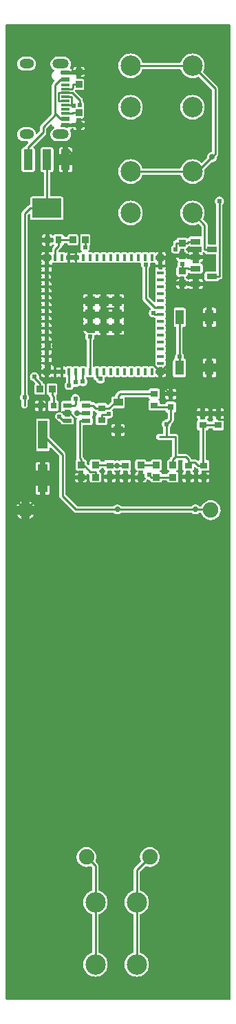
<source format=gtl>
G04 Layer: TopLayer*
G04 EasyEDA v6.5.47, 2024-12-16 18:16:38*
G04 268b8e850bac467aae997c2779a4d6d9,381f0eae51a44e099b53e3fe18832c3b,10*
G04 Gerber Generator version 0.2*
G04 Scale: 100 percent, Rotated: No, Reflected: No *
G04 Dimensions in millimeters *
G04 leading zeros omitted , absolute positions ,4 integer and 5 decimal *
%FSLAX45Y45*%
%MOMM*%

%AMMACRO1*4,1,6,0.6,0.6,0.6,-0.6,-0.31,-0.6,-0.33,-0.6,-0.6,-0.33,-0.6,0.6,0.6,0.6,0*%
%AMMACRO2*21,1,$1,$2,0,0,$3*%
%ADD10C,0.2540*%
%ADD11R,1.2000X3.5000*%
%ADD12R,0.9000X0.8000*%
%ADD13R,0.8000X0.9000*%
%ADD14R,1.1500X0.9500*%
%ADD15R,1.2500X0.7000*%
%ADD16R,1.1000X1.8000*%
%ADD17MACRO1*%
%ADD18MACRO2,0.8X0.8X0.0000*%
%ADD19MACRO2,0.8X0.85X0.0000*%
%ADD20MACRO2,0.4X0.8X-90.0000*%
%ADD21MACRO2,0.4X0.8X90.0000*%
%ADD22MACRO2,0.4X0.8X0.0000*%
%ADD23MACRO2,1.2X1.2X0.0000*%
%ADD24R,1.0720X0.5320*%
%ADD25R,1.1000X2.5000*%
%ADD26MACRO2,3.6X2.34X0.0000*%
%ADD27R,0.8000X0.8000*%
%ADD28R,1.1000X0.6000*%
%ADD29R,1.1000X0.3000*%
%ADD30R,0.8640X0.8000*%
%ADD31MACRO2,0.864X0.8065X0.0000*%
%ADD32R,0.8640X0.8065*%
%ADD33MACRO2,0.864X0.8065X90.0000*%
%ADD34MACRO2,0.864X0.8065X-90.0000*%
%ADD35C,2.5000*%
%ADD36C,1.9000*%
%ADD37O,1.9999959999999999X1.1999976*%
%ADD38O,1.7999964X1.1999976*%
%ADD39C,0.7110*%
%ADD40C,0.6096*%
%ADD41C,0.0122*%

%LPD*%
G36*
X734568Y127508D02*
G01*
X730656Y128270D01*
X727405Y130505D01*
X725170Y133756D01*
X724408Y137668D01*
X724408Y12067032D01*
X725170Y12070943D01*
X727405Y12074194D01*
X730656Y12076430D01*
X734568Y12077192D01*
X3481832Y12077192D01*
X3485743Y12076430D01*
X3488994Y12074194D01*
X3491229Y12070943D01*
X3491992Y12067032D01*
X3491992Y137668D01*
X3491229Y133756D01*
X3488994Y130505D01*
X3485743Y128270D01*
X3481832Y127508D01*
G37*

%LPC*%
G36*
X1828800Y407924D02*
G01*
X1845716Y408838D01*
X1862378Y411683D01*
X1878634Y416356D01*
X1894281Y422859D01*
X1909064Y431038D01*
X1922881Y440842D01*
X1935480Y452120D01*
X1946757Y464718D01*
X1956562Y478535D01*
X1964740Y493318D01*
X1971243Y508965D01*
X1975916Y525221D01*
X1978761Y541883D01*
X1979675Y558800D01*
X1978761Y575716D01*
X1975916Y592378D01*
X1971243Y608634D01*
X1964740Y624281D01*
X1956562Y639064D01*
X1946757Y652881D01*
X1935480Y665480D01*
X1922881Y676757D01*
X1909064Y686562D01*
X1894281Y694740D01*
X1878634Y701243D01*
X1874774Y702360D01*
X1870964Y704392D01*
X1868322Y707847D01*
X1867407Y712114D01*
X1867407Y1167485D01*
X1868322Y1171752D01*
X1870964Y1175207D01*
X1874774Y1177239D01*
X1878634Y1178356D01*
X1894281Y1184859D01*
X1909064Y1193038D01*
X1922881Y1202842D01*
X1935480Y1214120D01*
X1946757Y1226718D01*
X1956562Y1240536D01*
X1964740Y1255318D01*
X1971243Y1270965D01*
X1975916Y1287221D01*
X1978761Y1303883D01*
X1979675Y1320800D01*
X1978761Y1337716D01*
X1975916Y1354378D01*
X1971243Y1370634D01*
X1964740Y1386281D01*
X1956562Y1401064D01*
X1946757Y1414881D01*
X1935480Y1427480D01*
X1922881Y1438757D01*
X1909064Y1448562D01*
X1894281Y1456740D01*
X1878634Y1463243D01*
X1874774Y1464360D01*
X1870964Y1466392D01*
X1868322Y1469847D01*
X1867407Y1474114D01*
X1867407Y1764385D01*
X1866595Y1772412D01*
X1864410Y1779625D01*
X1860854Y1786280D01*
X1855724Y1792528D01*
X1831492Y1816760D01*
X1829358Y1819910D01*
X1828495Y1823618D01*
X1829104Y1827377D01*
X1834489Y1842465D01*
X1837639Y1856943D01*
X1839010Y1871776D01*
X1838553Y1886661D01*
X1836267Y1901393D01*
X1832203Y1915668D01*
X1826412Y1929384D01*
X1818944Y1942287D01*
X1810004Y1954174D01*
X1799640Y1964842D01*
X1788058Y1974189D01*
X1775358Y1982012D01*
X1761845Y1988210D01*
X1747672Y1992731D01*
X1733042Y1995474D01*
X1718208Y1996389D01*
X1703324Y1995474D01*
X1688693Y1992731D01*
X1674520Y1988210D01*
X1661007Y1982012D01*
X1648358Y1974189D01*
X1636725Y1964842D01*
X1626412Y1954174D01*
X1617421Y1942287D01*
X1609953Y1929384D01*
X1604162Y1915668D01*
X1600098Y1901393D01*
X1597812Y1886661D01*
X1597355Y1871776D01*
X1598726Y1856943D01*
X1601927Y1842414D01*
X1606854Y1828393D01*
X1613509Y1815084D01*
X1621739Y1802638D01*
X1631391Y1791360D01*
X1642414Y1781302D01*
X1654556Y1772716D01*
X1667662Y1765706D01*
X1681530Y1760321D01*
X1695957Y1756664D01*
X1710740Y1754835D01*
X1725625Y1754835D01*
X1740407Y1756664D01*
X1754835Y1760321D01*
X1765909Y1764588D01*
X1769719Y1765300D01*
X1773529Y1764487D01*
X1776780Y1762302D01*
X1787194Y1751838D01*
X1789430Y1748536D01*
X1790192Y1744675D01*
X1790192Y1474114D01*
X1789277Y1469847D01*
X1786636Y1466392D01*
X1782825Y1464360D01*
X1778965Y1463243D01*
X1763318Y1456740D01*
X1748536Y1448562D01*
X1734718Y1438757D01*
X1722120Y1427480D01*
X1710842Y1414881D01*
X1701038Y1401064D01*
X1692859Y1386281D01*
X1686356Y1370634D01*
X1681683Y1354378D01*
X1678838Y1337716D01*
X1677924Y1320800D01*
X1678838Y1303883D01*
X1681683Y1287221D01*
X1686356Y1270965D01*
X1692859Y1255318D01*
X1701038Y1240536D01*
X1710842Y1226718D01*
X1722120Y1214120D01*
X1734718Y1202842D01*
X1748536Y1193038D01*
X1763318Y1184859D01*
X1778965Y1178356D01*
X1782825Y1177239D01*
X1786636Y1175207D01*
X1789277Y1171752D01*
X1790192Y1167485D01*
X1790192Y712114D01*
X1789277Y707847D01*
X1786636Y704392D01*
X1782825Y702360D01*
X1778965Y701243D01*
X1763318Y694740D01*
X1748536Y686562D01*
X1734718Y676757D01*
X1722120Y665480D01*
X1710842Y652881D01*
X1701038Y639064D01*
X1692859Y624281D01*
X1686356Y608634D01*
X1681683Y592378D01*
X1678838Y575716D01*
X1677924Y558800D01*
X1678838Y541883D01*
X1681683Y525221D01*
X1686356Y508965D01*
X1692859Y493318D01*
X1701038Y478535D01*
X1710842Y464718D01*
X1722120Y452120D01*
X1734718Y440842D01*
X1748536Y431038D01*
X1763318Y422859D01*
X1778965Y416356D01*
X1795221Y411683D01*
X1811883Y408838D01*
G37*
G36*
X2336800Y407924D02*
G01*
X2353716Y408838D01*
X2370378Y411683D01*
X2386634Y416356D01*
X2402281Y422859D01*
X2417064Y431038D01*
X2430881Y440842D01*
X2443480Y452120D01*
X2454757Y464718D01*
X2464562Y478535D01*
X2472740Y493318D01*
X2479243Y508965D01*
X2483916Y525221D01*
X2486761Y541883D01*
X2487676Y558800D01*
X2486761Y575716D01*
X2483916Y592378D01*
X2479243Y608634D01*
X2472740Y624281D01*
X2464562Y639064D01*
X2454757Y652881D01*
X2443480Y665480D01*
X2430881Y676757D01*
X2417064Y686562D01*
X2402281Y694740D01*
X2386634Y701243D01*
X2382774Y702360D01*
X2378964Y704392D01*
X2376322Y707847D01*
X2375408Y712114D01*
X2375408Y1167485D01*
X2376322Y1171752D01*
X2378964Y1175207D01*
X2382774Y1177239D01*
X2386634Y1178356D01*
X2402281Y1184859D01*
X2417064Y1193038D01*
X2430881Y1202842D01*
X2443480Y1214120D01*
X2454757Y1226718D01*
X2464562Y1240536D01*
X2472740Y1255318D01*
X2479243Y1270965D01*
X2483916Y1287221D01*
X2486761Y1303883D01*
X2487676Y1320800D01*
X2486761Y1337716D01*
X2483916Y1354378D01*
X2479243Y1370634D01*
X2472740Y1386281D01*
X2464562Y1401064D01*
X2454757Y1414881D01*
X2443480Y1427480D01*
X2430881Y1438757D01*
X2417064Y1448562D01*
X2402281Y1456740D01*
X2386634Y1463243D01*
X2382774Y1464360D01*
X2378964Y1466392D01*
X2376322Y1469847D01*
X2375408Y1474114D01*
X2375408Y1693875D01*
X2376170Y1697786D01*
X2378405Y1701088D01*
X2439619Y1762302D01*
X2442819Y1764487D01*
X2446629Y1765300D01*
X2450490Y1764588D01*
X2461564Y1760321D01*
X2475992Y1756664D01*
X2490724Y1754835D01*
X2505608Y1754835D01*
X2520391Y1756664D01*
X2534818Y1760321D01*
X2548737Y1765706D01*
X2561844Y1772716D01*
X2573985Y1781302D01*
X2584958Y1791360D01*
X2594660Y1802638D01*
X2602890Y1815084D01*
X2609494Y1828393D01*
X2614472Y1842414D01*
X2617622Y1856943D01*
X2619044Y1871776D01*
X2618536Y1886661D01*
X2616301Y1901393D01*
X2612186Y1915668D01*
X2606395Y1929384D01*
X2598978Y1942287D01*
X2589987Y1954174D01*
X2579624Y1964842D01*
X2568041Y1974189D01*
X2555392Y1982012D01*
X2541879Y1988210D01*
X2527655Y1992731D01*
X2513025Y1995474D01*
X2498191Y1996389D01*
X2483358Y1995474D01*
X2468727Y1992731D01*
X2454503Y1988210D01*
X2440990Y1982012D01*
X2428341Y1974189D01*
X2416759Y1964842D01*
X2406396Y1954174D01*
X2397404Y1942287D01*
X2389987Y1929384D01*
X2384196Y1915668D01*
X2380081Y1901393D01*
X2377795Y1886661D01*
X2377338Y1871776D01*
X2378710Y1856943D01*
X2381910Y1842465D01*
X2387295Y1827377D01*
X2387854Y1823618D01*
X2387041Y1819910D01*
X2384907Y1816811D01*
X2309876Y1741728D01*
X2304745Y1735531D01*
X2301189Y1728825D01*
X2299004Y1721612D01*
X2298192Y1713585D01*
X2298192Y1474114D01*
X2297277Y1469847D01*
X2294636Y1466392D01*
X2290826Y1464360D01*
X2286965Y1463243D01*
X2271318Y1456740D01*
X2256536Y1448562D01*
X2242718Y1438757D01*
X2230120Y1427480D01*
X2218842Y1414881D01*
X2209038Y1401064D01*
X2200859Y1386281D01*
X2194356Y1370634D01*
X2189683Y1354378D01*
X2186838Y1337716D01*
X2185924Y1320800D01*
X2186838Y1303883D01*
X2189683Y1287221D01*
X2194356Y1270965D01*
X2200859Y1255318D01*
X2209038Y1240536D01*
X2218842Y1226718D01*
X2230120Y1214120D01*
X2242718Y1202842D01*
X2256536Y1193038D01*
X2271318Y1184859D01*
X2286965Y1178356D01*
X2290826Y1177239D01*
X2294636Y1175207D01*
X2297277Y1171752D01*
X2298192Y1167485D01*
X2298192Y712114D01*
X2297277Y707847D01*
X2294636Y704392D01*
X2290826Y702360D01*
X2286965Y701243D01*
X2271318Y694740D01*
X2256536Y686562D01*
X2242718Y676757D01*
X2230120Y665480D01*
X2218842Y652881D01*
X2209038Y639064D01*
X2200859Y624281D01*
X2194356Y608634D01*
X2189683Y592378D01*
X2186838Y575716D01*
X2185924Y558800D01*
X2186838Y541883D01*
X2189683Y525221D01*
X2194356Y508965D01*
X2200859Y493318D01*
X2209038Y478535D01*
X2218842Y464718D01*
X2230120Y452120D01*
X2242718Y440842D01*
X2256536Y431038D01*
X2271318Y422859D01*
X2286965Y416356D01*
X2303221Y411683D01*
X2319883Y408838D01*
G37*
G36*
X3240735Y6004864D02*
G01*
X3255619Y6004864D01*
X3270402Y6006693D01*
X3284829Y6010300D01*
X3298698Y6015685D01*
X3311804Y6022746D01*
X3323996Y6031331D01*
X3334969Y6041339D01*
X3344672Y6052667D01*
X3352901Y6065062D01*
X3359505Y6078372D01*
X3364484Y6092444D01*
X3367633Y6106972D01*
X3369005Y6121806D01*
X3368548Y6136640D01*
X3366262Y6151372D01*
X3362198Y6165697D01*
X3356406Y6179413D01*
X3348939Y6192266D01*
X3339998Y6204153D01*
X3329635Y6214872D01*
X3318052Y6224168D01*
X3305403Y6231991D01*
X3291840Y6238240D01*
X3277666Y6242761D01*
X3263036Y6245504D01*
X3248202Y6246418D01*
X3233318Y6245504D01*
X3218688Y6242761D01*
X3204514Y6238240D01*
X3191002Y6231991D01*
X3178352Y6224168D01*
X3166770Y6214872D01*
X3156407Y6204153D01*
X3147415Y6192266D01*
X3139744Y6178905D01*
X3137560Y6175654D01*
X3134258Y6173470D01*
X3130397Y6172708D01*
X3112820Y6172708D01*
X3108756Y6173571D01*
X3105353Y6176010D01*
X3102305Y6179312D01*
X3094278Y6185509D01*
X3085388Y6190335D01*
X3075787Y6193637D01*
X3065780Y6195314D01*
X3055620Y6195314D01*
X3045612Y6193637D01*
X3036011Y6190335D01*
X3027121Y6185509D01*
X3019094Y6179312D01*
X3016046Y6176010D01*
X3012643Y6173571D01*
X3008579Y6172708D01*
X2151075Y6172708D01*
X2147011Y6173571D01*
X2143607Y6176010D01*
X2140559Y6179312D01*
X2132584Y6185509D01*
X2123643Y6190335D01*
X2114042Y6193637D01*
X2104034Y6195314D01*
X2093925Y6195314D01*
X2083917Y6193637D01*
X2074316Y6190335D01*
X2065375Y6185509D01*
X2057400Y6179312D01*
X2054352Y6176010D01*
X2050948Y6173571D01*
X2046884Y6172708D01*
X1607718Y6172708D01*
X1603806Y6173470D01*
X1600504Y6175705D01*
X1464005Y6312204D01*
X1461770Y6315506D01*
X1461008Y6319418D01*
X1461008Y6806692D01*
X1460246Y6814718D01*
X1458010Y6821931D01*
X1454454Y6828586D01*
X1449374Y6834835D01*
X1270000Y7014413D01*
X1267764Y7017715D01*
X1267002Y7021575D01*
X1267002Y7223252D01*
X1266291Y7229551D01*
X1264361Y7235037D01*
X1261313Y7239914D01*
X1257198Y7244029D01*
X1252321Y7247077D01*
X1246835Y7249007D01*
X1240536Y7249718D01*
X1121664Y7249718D01*
X1115364Y7249007D01*
X1109878Y7247077D01*
X1105001Y7244029D01*
X1100886Y7239914D01*
X1097838Y7235037D01*
X1095908Y7229551D01*
X1095197Y7223252D01*
X1095197Y6874357D01*
X1095908Y6868058D01*
X1097838Y6862572D01*
X1100886Y6857695D01*
X1105001Y6853580D01*
X1109878Y6850532D01*
X1115364Y6848602D01*
X1121664Y6847890D01*
X1240536Y6847890D01*
X1246835Y6848602D01*
X1252321Y6850532D01*
X1257198Y6853580D01*
X1261313Y6857695D01*
X1264361Y6862572D01*
X1266291Y6868058D01*
X1267002Y6874357D01*
X1267002Y6883603D01*
X1267764Y6887464D01*
X1270000Y6890766D01*
X1273302Y6892950D01*
X1277162Y6893763D01*
X1281074Y6892950D01*
X1284376Y6890766D01*
X1380794Y6794195D01*
X1383030Y6790893D01*
X1383792Y6787032D01*
X1383792Y6299708D01*
X1384604Y6291681D01*
X1386789Y6284468D01*
X1390345Y6277762D01*
X1395476Y6271564D01*
X1559864Y6107176D01*
X1566062Y6102045D01*
X1572768Y6098489D01*
X1579981Y6096304D01*
X1588008Y6095492D01*
X2046884Y6095492D01*
X2050948Y6094628D01*
X2054352Y6092190D01*
X2057400Y6088888D01*
X2065375Y6082690D01*
X2074316Y6077864D01*
X2083917Y6074562D01*
X2093925Y6072886D01*
X2104034Y6072886D01*
X2114042Y6074562D01*
X2123643Y6077864D01*
X2132584Y6082690D01*
X2140559Y6088888D01*
X2143607Y6092190D01*
X2147011Y6094628D01*
X2151075Y6095492D01*
X3008579Y6095492D01*
X3012643Y6094628D01*
X3016046Y6092190D01*
X3019094Y6088888D01*
X3027121Y6082690D01*
X3036011Y6077864D01*
X3045612Y6074562D01*
X3055620Y6072886D01*
X3065780Y6072886D01*
X3075787Y6074562D01*
X3085388Y6077864D01*
X3094278Y6082690D01*
X3102305Y6088888D01*
X3105353Y6092190D01*
X3108756Y6094628D01*
X3112820Y6095492D01*
X3123641Y6095492D01*
X3127705Y6094628D01*
X3131058Y6092240D01*
X3133242Y6088684D01*
X3136849Y6078372D01*
X3143504Y6065062D01*
X3151733Y6052667D01*
X3161385Y6041339D01*
X3172409Y6031331D01*
X3184550Y6022746D01*
X3197656Y6015685D01*
X3211525Y6010300D01*
X3225952Y6006693D01*
G37*
G36*
X914349Y6017463D02*
G01*
X914349Y6071666D01*
X860196Y6071666D01*
X863498Y6065062D01*
X871728Y6052667D01*
X881380Y6041339D01*
X892403Y6031331D01*
X904544Y6022746D01*
G37*
G36*
X1022045Y6017463D02*
G01*
X1031849Y6022746D01*
X1043990Y6031331D01*
X1054963Y6041339D01*
X1064666Y6052667D01*
X1072896Y6065062D01*
X1076147Y6071666D01*
X1022045Y6071666D01*
G37*
G36*
X1076452Y6179261D02*
G01*
X1068984Y6192266D01*
X1059992Y6204153D01*
X1049629Y6214872D01*
X1038047Y6224168D01*
X1025398Y6231991D01*
X1022045Y6233566D01*
X1022045Y6179362D01*
G37*
G36*
X859942Y6179362D02*
G01*
X914349Y6179362D01*
X914349Y6233566D01*
X910996Y6231991D01*
X898347Y6224168D01*
X886764Y6214872D01*
X876401Y6204153D01*
X867410Y6192266D01*
G37*
G36*
X1217472Y6313881D02*
G01*
X1240536Y6313881D01*
X1246835Y6314592D01*
X1252321Y6316522D01*
X1257198Y6319570D01*
X1261313Y6323685D01*
X1264361Y6328562D01*
X1266291Y6334048D01*
X1267002Y6340348D01*
X1267002Y6420967D01*
X1217472Y6420967D01*
G37*
G36*
X1121664Y6313881D02*
G01*
X1144727Y6313881D01*
X1144727Y6420967D01*
X1095197Y6420967D01*
X1095197Y6340348D01*
X1095908Y6334048D01*
X1097838Y6328562D01*
X1100886Y6323685D01*
X1105001Y6319570D01*
X1109878Y6316522D01*
X1115364Y6314592D01*
G37*
G36*
X1608378Y6462420D02*
G01*
X1623060Y6462420D01*
X1623060Y6502146D01*
X1581912Y6502146D01*
X1581912Y6488938D01*
X1582623Y6482588D01*
X1584502Y6477152D01*
X1587601Y6472224D01*
X1591665Y6468160D01*
X1596593Y6465062D01*
X1602028Y6463131D01*
G37*
G36*
X1678939Y6462420D02*
G01*
X1693621Y6462420D01*
X1699971Y6463131D01*
X1705406Y6465062D01*
X1710334Y6468160D01*
X1714398Y6472224D01*
X1717497Y6477152D01*
X1719376Y6482588D01*
X1720088Y6488938D01*
X1720088Y6502146D01*
X1678939Y6502146D01*
G37*
G36*
X2344978Y6462420D02*
G01*
X2359660Y6462420D01*
X2359660Y6502146D01*
X2318512Y6502146D01*
X2318512Y6488938D01*
X2319223Y6482588D01*
X2321102Y6477152D01*
X2324201Y6472224D01*
X2328265Y6468160D01*
X2333193Y6465062D01*
X2338628Y6463131D01*
G37*
G36*
X1786178Y6462420D02*
G01*
X1871421Y6462420D01*
X1877771Y6463131D01*
X1883206Y6465062D01*
X1888134Y6468160D01*
X1892198Y6472224D01*
X1895297Y6477152D01*
X1897176Y6482588D01*
X1897888Y6488938D01*
X1897888Y6568440D01*
X1897176Y6574739D01*
X1895297Y6580225D01*
X1892198Y6585102D01*
X1888134Y6589217D01*
X1883206Y6592265D01*
X1877161Y6594398D01*
X1873605Y6596532D01*
X1871167Y6599936D01*
X1870354Y6604000D01*
X1871167Y6608064D01*
X1873605Y6611467D01*
X1877161Y6613601D01*
X1883206Y6615734D01*
X1888134Y6618782D01*
X1892198Y6622897D01*
X1895297Y6627774D01*
X1897430Y6633921D01*
X1899564Y6637477D01*
X1902968Y6639864D01*
X1907032Y6640728D01*
X1925929Y6640728D01*
X1929536Y6640068D01*
X1932686Y6638137D01*
X1934921Y6635242D01*
X1936038Y6631686D01*
X1936394Y6628231D01*
X1938324Y6622796D01*
X1941372Y6617868D01*
X1945487Y6613804D01*
X1947367Y6612585D01*
X1950313Y6609791D01*
X1951939Y6606031D01*
X1951939Y6601968D01*
X1950313Y6598208D01*
X1947367Y6595414D01*
X1945487Y6594195D01*
X1941372Y6590131D01*
X1938324Y6585203D01*
X1936394Y6579768D01*
X1935683Y6573418D01*
X1935683Y6560362D01*
X1977745Y6560362D01*
X1977745Y6597903D01*
X1978507Y6601815D01*
X1980742Y6605117D01*
X1984044Y6607302D01*
X1987905Y6608064D01*
X2025294Y6608064D01*
X2029155Y6607302D01*
X2032457Y6605117D01*
X2034692Y6601815D01*
X2035454Y6597903D01*
X2035454Y6560362D01*
X2077516Y6560362D01*
X2077516Y6573418D01*
X2076805Y6579768D01*
X2074875Y6585203D01*
X2071827Y6590131D01*
X2067712Y6594195D01*
X2065832Y6595414D01*
X2062937Y6598158D01*
X2061311Y6601815D01*
X2061260Y6605778D01*
X2062683Y6609537D01*
X2065477Y6612381D01*
X2068880Y6614668D01*
X2071674Y6616039D01*
X2074824Y6616446D01*
X2077923Y6615938D01*
X2082139Y6614464D01*
X2092147Y6612788D01*
X2102307Y6612788D01*
X2112314Y6614464D01*
X2121916Y6617766D01*
X2126030Y6618884D01*
X2130247Y6618274D01*
X2133803Y6615938D01*
X2135987Y6613804D01*
X2137867Y6612585D01*
X2140813Y6609791D01*
X2142439Y6606031D01*
X2142439Y6601968D01*
X2140813Y6598208D01*
X2137867Y6595414D01*
X2135987Y6594195D01*
X2131872Y6590131D01*
X2128824Y6585203D01*
X2126894Y6579768D01*
X2126183Y6573418D01*
X2126183Y6560362D01*
X2168245Y6560362D01*
X2168245Y6597903D01*
X2169007Y6601815D01*
X2171242Y6605117D01*
X2174544Y6607302D01*
X2178405Y6608064D01*
X2215794Y6608064D01*
X2219655Y6607302D01*
X2222957Y6605117D01*
X2225192Y6601815D01*
X2225954Y6597903D01*
X2225954Y6560362D01*
X2268016Y6560362D01*
X2268016Y6573418D01*
X2267305Y6579768D01*
X2265375Y6585203D01*
X2262327Y6590131D01*
X2258212Y6594195D01*
X2256332Y6595414D01*
X2253386Y6598208D01*
X2251760Y6601968D01*
X2251760Y6606031D01*
X2253386Y6609791D01*
X2256332Y6612585D01*
X2258212Y6613804D01*
X2262327Y6617868D01*
X2265375Y6622796D01*
X2267305Y6628231D01*
X2268016Y6634581D01*
X2268016Y6713423D01*
X2267305Y6719722D01*
X2265375Y6725208D01*
X2262327Y6730085D01*
X2258212Y6734200D01*
X2253335Y6737299D01*
X2247849Y6739178D01*
X2241550Y6739890D01*
X2152650Y6739890D01*
X2146350Y6739178D01*
X2140864Y6737299D01*
X2135987Y6734200D01*
X2133854Y6732066D01*
X2130247Y6729730D01*
X2126030Y6729069D01*
X2121916Y6730238D01*
X2112314Y6733540D01*
X2102307Y6735216D01*
X2092147Y6735216D01*
X2082139Y6733540D01*
X2077872Y6732066D01*
X2074875Y6731558D01*
X2071827Y6731914D01*
X2069033Y6733184D01*
X2062734Y6737299D01*
X2057349Y6739178D01*
X2051050Y6739890D01*
X1962150Y6739890D01*
X1955850Y6739178D01*
X1950364Y6737299D01*
X1945487Y6734200D01*
X1941372Y6730085D01*
X1936038Y6721195D01*
X1932635Y6718808D01*
X1928571Y6717944D01*
X1907032Y6717944D01*
X1902968Y6718808D01*
X1899564Y6721195D01*
X1897430Y6724751D01*
X1895297Y6730847D01*
X1892198Y6735775D01*
X1888134Y6739839D01*
X1883206Y6742938D01*
X1877771Y6744868D01*
X1871421Y6745579D01*
X1786178Y6745579D01*
X1779828Y6744868D01*
X1774393Y6742938D01*
X1769465Y6739839D01*
X1765401Y6735775D01*
X1762302Y6730847D01*
X1760423Y6725412D01*
X1759712Y6719062D01*
X1759712Y6683908D01*
X1758899Y6680047D01*
X1756714Y6676745D01*
X1753412Y6674510D01*
X1749552Y6673748D01*
X1745640Y6674510D01*
X1742338Y6676745D01*
X1723085Y6695998D01*
X1720900Y6699300D01*
X1720088Y6703161D01*
X1720088Y6719062D01*
X1719376Y6725412D01*
X1717497Y6730847D01*
X1714398Y6735775D01*
X1710334Y6739839D01*
X1705406Y6742938D01*
X1699971Y6744868D01*
X1694586Y6746036D01*
X1691792Y6748018D01*
X1689811Y6750862D01*
X1688846Y6755130D01*
X1686610Y6762343D01*
X1683054Y6769049D01*
X1677974Y6775246D01*
X1675130Y6778091D01*
X1672945Y6781393D01*
X1672183Y6785254D01*
X1672183Y7157516D01*
X1672945Y7161428D01*
X1675130Y7164730D01*
X1678432Y7166914D01*
X1682343Y7167676D01*
X1768144Y7167676D01*
X1774443Y7168388D01*
X1779930Y7170318D01*
X1784807Y7173417D01*
X1788922Y7177481D01*
X1791970Y7182408D01*
X1793900Y7187844D01*
X1794611Y7194194D01*
X1794611Y7246213D01*
X1793900Y7252563D01*
X1791970Y7257999D01*
X1789277Y7262317D01*
X1787906Y7265822D01*
X1787906Y7269581D01*
X1789277Y7273086D01*
X1791970Y7277404D01*
X1793900Y7282840D01*
X1794611Y7289190D01*
X1794611Y7332065D01*
X1795475Y7336180D01*
X1797862Y7339584D01*
X1801469Y7341717D01*
X1805584Y7342225D01*
X1809597Y7341006D01*
X1817268Y7336891D01*
X1824482Y7334707D01*
X1829511Y7333488D01*
X1832508Y7331100D01*
X1834438Y7327798D01*
X1836724Y7321296D01*
X1839772Y7316368D01*
X1843887Y7312304D01*
X1845767Y7311085D01*
X1848713Y7308291D01*
X1850339Y7304531D01*
X1850339Y7300468D01*
X1848713Y7296708D01*
X1845767Y7293914D01*
X1843887Y7292695D01*
X1839772Y7288631D01*
X1836724Y7283703D01*
X1834794Y7278268D01*
X1834083Y7271918D01*
X1834083Y7193076D01*
X1834794Y7186777D01*
X1836724Y7181291D01*
X1839772Y7176414D01*
X1843887Y7172299D01*
X1848764Y7169200D01*
X1854250Y7167321D01*
X1860550Y7166609D01*
X1949450Y7166609D01*
X1955749Y7167321D01*
X1961235Y7169200D01*
X1966112Y7172299D01*
X1970227Y7176414D01*
X1973275Y7181291D01*
X1975205Y7186777D01*
X1975916Y7193076D01*
X1975916Y7239711D01*
X1976780Y7243825D01*
X1979218Y7247178D01*
X1982825Y7249312D01*
X1986940Y7249820D01*
X1991309Y7249464D01*
X2001062Y7250328D01*
X2010562Y7252868D01*
X2019452Y7256983D01*
X2027529Y7262622D01*
X2034438Y7269581D01*
X2040077Y7277608D01*
X2044242Y7286548D01*
X2046782Y7295997D01*
X2047646Y7305802D01*
X2046782Y7315606D01*
X2044242Y7325055D01*
X2040077Y7333945D01*
X2033676Y7342987D01*
X2032152Y7346188D01*
X2031847Y7349744D01*
X2032762Y7353147D01*
X2034793Y7356043D01*
X2048662Y7369962D01*
X2051964Y7372146D01*
X2055875Y7372959D01*
X2165146Y7372959D01*
X2171446Y7373670D01*
X2176932Y7375550D01*
X2181809Y7378649D01*
X2185924Y7382713D01*
X2188972Y7387640D01*
X2190902Y7393076D01*
X2191613Y7399426D01*
X2191613Y7493304D01*
X2190800Y7500366D01*
X2191207Y7504582D01*
X2193340Y7508290D01*
X2196744Y7510780D01*
X2200910Y7511694D01*
X2474620Y7511694D01*
X2478684Y7510830D01*
X2482037Y7508443D01*
X2484221Y7504887D01*
X2486202Y7499096D01*
X2489301Y7494168D01*
X2493416Y7490104D01*
X2495296Y7488885D01*
X2498242Y7486091D01*
X2499817Y7482331D01*
X2499817Y7478268D01*
X2498242Y7474508D01*
X2495296Y7471714D01*
X2493416Y7470495D01*
X2489301Y7466431D01*
X2486202Y7461503D01*
X2484323Y7456068D01*
X2483612Y7449718D01*
X2483612Y7370876D01*
X2484323Y7364577D01*
X2486202Y7359091D01*
X2489301Y7354214D01*
X2493416Y7350099D01*
X2498293Y7347000D01*
X2503779Y7345121D01*
X2510078Y7344409D01*
X2595321Y7344409D01*
X2601671Y7345121D01*
X2610459Y7348626D01*
X2613253Y7349032D01*
X2681020Y7349032D01*
X2685084Y7348220D01*
X2688437Y7345781D01*
X2690571Y7342225D01*
X2692603Y7336434D01*
X2695702Y7331557D01*
X2699816Y7327442D01*
X2704693Y7324344D01*
X2710484Y7322312D01*
X2714040Y7320178D01*
X2716479Y7316825D01*
X2717292Y7312761D01*
X2717292Y7252766D01*
X2716530Y7248906D01*
X2714345Y7245603D01*
X2708554Y7239863D01*
X2705658Y7237831D01*
X2702255Y7236917D01*
X2694228Y7236206D01*
X2684780Y7233666D01*
X2675839Y7229500D01*
X2667812Y7223861D01*
X2660853Y7216952D01*
X2655214Y7208875D01*
X2651099Y7199985D01*
X2648559Y7190486D01*
X2647696Y7180681D01*
X2648559Y7170928D01*
X2651099Y7161428D01*
X2655214Y7152538D01*
X2660853Y7144461D01*
X2662428Y7142886D01*
X2664663Y7139584D01*
X2665425Y7135723D01*
X2665425Y7072680D01*
X2664663Y7068769D01*
X2662428Y7065518D01*
X2659176Y7063282D01*
X2655265Y7062520D01*
X2616708Y7062520D01*
X2608681Y7061708D01*
X2601468Y7059523D01*
X2594762Y7055967D01*
X2588920Y7051192D01*
X2584145Y7045350D01*
X2580589Y7038644D01*
X2578404Y7031431D01*
X2577642Y7023912D01*
X2578404Y7016394D01*
X2580589Y7009180D01*
X2584145Y7002475D01*
X2588920Y6996633D01*
X2594762Y6991858D01*
X2601468Y6988302D01*
X2608681Y6986117D01*
X2616708Y6985304D01*
X2761386Y6985304D01*
X2765298Y6984542D01*
X2768549Y6982307D01*
X2770784Y6979056D01*
X2771546Y6975144D01*
X2771546Y6796684D01*
X2770784Y6792772D01*
X2768549Y6789470D01*
X2754376Y6775246D01*
X2749245Y6769049D01*
X2745689Y6762343D01*
X2743504Y6755130D01*
X2742488Y6750862D01*
X2740507Y6748018D01*
X2737713Y6746036D01*
X2732328Y6744868D01*
X2726893Y6742938D01*
X2721965Y6739839D01*
X2717901Y6735775D01*
X2714802Y6730847D01*
X2712923Y6725412D01*
X2712212Y6719062D01*
X2712212Y6639559D01*
X2712923Y6633260D01*
X2714802Y6627774D01*
X2717901Y6622897D01*
X2721965Y6618782D01*
X2726893Y6615734D01*
X2732938Y6613601D01*
X2736494Y6611467D01*
X2738932Y6608064D01*
X2739745Y6604000D01*
X2738932Y6599936D01*
X2736494Y6596532D01*
X2732938Y6594398D01*
X2726893Y6592265D01*
X2721965Y6589217D01*
X2717901Y6585102D01*
X2714802Y6580225D01*
X2712669Y6574078D01*
X2710535Y6570522D01*
X2707132Y6568135D01*
X2703068Y6567271D01*
X2656332Y6567271D01*
X2652268Y6568135D01*
X2648864Y6570522D01*
X2646730Y6574078D01*
X2644597Y6580225D01*
X2641498Y6585102D01*
X2637434Y6589217D01*
X2632506Y6592265D01*
X2626461Y6594398D01*
X2622905Y6596532D01*
X2620467Y6599936D01*
X2619654Y6604000D01*
X2620467Y6608064D01*
X2622905Y6611467D01*
X2626461Y6613601D01*
X2632506Y6615734D01*
X2637434Y6618782D01*
X2641498Y6622897D01*
X2644597Y6627774D01*
X2646476Y6633260D01*
X2647188Y6639559D01*
X2647188Y6719062D01*
X2646476Y6725412D01*
X2644597Y6730847D01*
X2641498Y6735775D01*
X2637434Y6739839D01*
X2632506Y6742938D01*
X2627071Y6744868D01*
X2620721Y6745579D01*
X2535478Y6745579D01*
X2529128Y6744868D01*
X2523693Y6742938D01*
X2518765Y6739839D01*
X2514701Y6735775D01*
X2511602Y6730847D01*
X2509469Y6724751D01*
X2507335Y6721195D01*
X2503932Y6718808D01*
X2499868Y6717944D01*
X2465832Y6717944D01*
X2461768Y6718808D01*
X2458364Y6721195D01*
X2456230Y6724751D01*
X2454097Y6730847D01*
X2450998Y6735775D01*
X2446934Y6739839D01*
X2442006Y6742938D01*
X2436571Y6744868D01*
X2430221Y6745579D01*
X2344978Y6745579D01*
X2338628Y6744868D01*
X2333193Y6742938D01*
X2328265Y6739839D01*
X2324201Y6735775D01*
X2321102Y6730847D01*
X2319223Y6725412D01*
X2318512Y6719062D01*
X2318512Y6639559D01*
X2319223Y6633260D01*
X2321102Y6627774D01*
X2324201Y6622897D01*
X2328265Y6618782D01*
X2333193Y6615734D01*
X2339238Y6613601D01*
X2342794Y6611467D01*
X2345232Y6608064D01*
X2346045Y6604000D01*
X2345232Y6599936D01*
X2342794Y6596532D01*
X2339238Y6594398D01*
X2333193Y6592265D01*
X2328265Y6589217D01*
X2324201Y6585102D01*
X2321102Y6580225D01*
X2319223Y6574739D01*
X2318512Y6568440D01*
X2318512Y6555181D01*
X2359660Y6555181D01*
X2359660Y6602933D01*
X2360422Y6606844D01*
X2362606Y6610096D01*
X2365908Y6612331D01*
X2369820Y6613093D01*
X2405380Y6613093D01*
X2409291Y6612331D01*
X2412593Y6610096D01*
X2414778Y6606844D01*
X2415540Y6602933D01*
X2415540Y6555181D01*
X2423617Y6555181D01*
X2427935Y6554216D01*
X2431389Y6551574D01*
X2433421Y6547662D01*
X2435910Y6538417D01*
X2440076Y6529476D01*
X2445715Y6521450D01*
X2447645Y6519519D01*
X2449830Y6516217D01*
X2450642Y6512306D01*
X2449830Y6508445D01*
X2447645Y6505143D01*
X2444343Y6502958D01*
X2440482Y6502146D01*
X2415540Y6502146D01*
X2415540Y6462420D01*
X2430221Y6462420D01*
X2436571Y6463131D01*
X2442006Y6465062D01*
X2446934Y6468160D01*
X2450998Y6472224D01*
X2454097Y6477152D01*
X2455976Y6482588D01*
X2456688Y6488938D01*
X2456688Y6494932D01*
X2457399Y6498590D01*
X2459329Y6501739D01*
X2462276Y6503974D01*
X2465781Y6505041D01*
X2469489Y6504736D01*
X2476398Y6502907D01*
X2480259Y6500926D01*
X2485491Y6496608D01*
X2492197Y6493052D01*
X2499410Y6490868D01*
X2504389Y6489598D01*
X2507386Y6487210D01*
X2509316Y6483908D01*
X2511653Y6477101D01*
X2514701Y6472224D01*
X2518765Y6468160D01*
X2523693Y6465062D01*
X2529128Y6463131D01*
X2535478Y6462420D01*
X2620721Y6462420D01*
X2627071Y6463131D01*
X2632506Y6465062D01*
X2637434Y6468160D01*
X2641498Y6472224D01*
X2644597Y6477152D01*
X2646730Y6483248D01*
X2648864Y6486804D01*
X2652268Y6489192D01*
X2656332Y6490055D01*
X2703068Y6490055D01*
X2707132Y6489192D01*
X2710535Y6486804D01*
X2712669Y6483248D01*
X2714802Y6477152D01*
X2717901Y6472224D01*
X2721965Y6468160D01*
X2726893Y6465062D01*
X2732328Y6463131D01*
X2738678Y6462420D01*
X2823921Y6462420D01*
X2830271Y6463131D01*
X2835706Y6465062D01*
X2840634Y6468160D01*
X2844698Y6472224D01*
X2847797Y6477152D01*
X2849676Y6482588D01*
X2850388Y6488938D01*
X2850388Y6568440D01*
X2849676Y6574739D01*
X2847797Y6580225D01*
X2844698Y6585102D01*
X2840634Y6589217D01*
X2835706Y6592265D01*
X2829661Y6594398D01*
X2826105Y6596532D01*
X2823667Y6599936D01*
X2822854Y6604000D01*
X2823667Y6608064D01*
X2826105Y6611467D01*
X2829661Y6613601D01*
X2835706Y6615734D01*
X2840634Y6618782D01*
X2844698Y6622897D01*
X2847797Y6627774D01*
X2849676Y6633260D01*
X2850388Y6639559D01*
X2850388Y6719062D01*
X2849575Y6726529D01*
X2849981Y6730746D01*
X2852064Y6734454D01*
X2855518Y6736943D01*
X2859633Y6737858D01*
X2893618Y6737858D01*
X2897378Y6737146D01*
X2900629Y6735064D01*
X2902864Y6731914D01*
X2903778Y6728155D01*
X2903220Y6724345D01*
X2901594Y6719722D01*
X2900883Y6713423D01*
X2900883Y6634581D01*
X2901594Y6628231D01*
X2903524Y6622796D01*
X2906572Y6617868D01*
X2910687Y6613804D01*
X2912567Y6612585D01*
X2915513Y6609791D01*
X2917139Y6606031D01*
X2917139Y6601968D01*
X2915513Y6598208D01*
X2912567Y6595414D01*
X2910687Y6594195D01*
X2906572Y6590131D01*
X2903524Y6585203D01*
X2901594Y6579768D01*
X2900883Y6573418D01*
X2900883Y6560362D01*
X2942945Y6560362D01*
X2942945Y6597903D01*
X2943707Y6601815D01*
X2945942Y6605117D01*
X2949244Y6607302D01*
X2953105Y6608064D01*
X2990494Y6608064D01*
X2994355Y6607302D01*
X2997657Y6605117D01*
X2999892Y6601815D01*
X3000654Y6597903D01*
X3000654Y6560362D01*
X3042716Y6560362D01*
X3042716Y6573418D01*
X3042005Y6579768D01*
X3040075Y6585203D01*
X3037027Y6590131D01*
X3032912Y6594195D01*
X3031032Y6595414D01*
X3028086Y6598208D01*
X3026460Y6601968D01*
X3026460Y6606031D01*
X3028086Y6609791D01*
X3031032Y6612585D01*
X3032912Y6613804D01*
X3037027Y6617868D01*
X3040075Y6622796D01*
X3042005Y6628231D01*
X3042716Y6634581D01*
X3042716Y6641490D01*
X3043478Y6645402D01*
X3045663Y6648653D01*
X3048965Y6650888D01*
X3052876Y6651650D01*
X3056737Y6650888D01*
X3060039Y6648653D01*
X3061665Y6647078D01*
X3067913Y6641947D01*
X3074568Y6638391D01*
X3081782Y6636207D01*
X3086811Y6634988D01*
X3089808Y6632600D01*
X3091738Y6629298D01*
X3094024Y6622796D01*
X3097072Y6617868D01*
X3101187Y6613804D01*
X3103067Y6612585D01*
X3106013Y6609791D01*
X3107639Y6606031D01*
X3107639Y6601968D01*
X3106013Y6598208D01*
X3103067Y6595414D01*
X3101187Y6594195D01*
X3097072Y6590131D01*
X3094024Y6585203D01*
X3092094Y6579768D01*
X3091383Y6573418D01*
X3091383Y6560362D01*
X3133445Y6560362D01*
X3133445Y6597903D01*
X3134207Y6601815D01*
X3136442Y6605117D01*
X3139744Y6607302D01*
X3143605Y6608064D01*
X3180994Y6608064D01*
X3184855Y6607302D01*
X3188157Y6605117D01*
X3190392Y6601815D01*
X3191154Y6597903D01*
X3191154Y6560362D01*
X3233216Y6560362D01*
X3233216Y6573418D01*
X3232505Y6579768D01*
X3230575Y6585203D01*
X3227527Y6590131D01*
X3223412Y6594195D01*
X3221532Y6595414D01*
X3218586Y6598208D01*
X3216960Y6601968D01*
X3216960Y6606031D01*
X3218586Y6609791D01*
X3221532Y6612585D01*
X3223412Y6613804D01*
X3227527Y6617868D01*
X3230575Y6622796D01*
X3232505Y6628231D01*
X3233216Y6634581D01*
X3233216Y6713423D01*
X3232505Y6719722D01*
X3230575Y6725208D01*
X3227527Y6730085D01*
X3223412Y6734200D01*
X3218535Y6737299D01*
X3213049Y6739178D01*
X3206750Y6739890D01*
X3198368Y6739890D01*
X3194507Y6740652D01*
X3191205Y6742887D01*
X3188970Y6746189D01*
X3188208Y6750050D01*
X3188208Y7093356D01*
X3188868Y7097014D01*
X3190798Y7100112D01*
X3193694Y7102398D01*
X3197250Y7103465D01*
X3200349Y7103821D01*
X3205835Y7105700D01*
X3210712Y7108799D01*
X3214827Y7112914D01*
X3217875Y7117791D01*
X3219907Y7123582D01*
X3222040Y7127138D01*
X3225444Y7129525D01*
X3229508Y7130389D01*
X3260191Y7130389D01*
X3264255Y7129525D01*
X3267659Y7127138D01*
X3269792Y7123582D01*
X3271824Y7117791D01*
X3274872Y7112914D01*
X3278987Y7108799D01*
X3283864Y7105700D01*
X3289350Y7103821D01*
X3295650Y7103109D01*
X3384550Y7103109D01*
X3390849Y7103821D01*
X3396335Y7105700D01*
X3401212Y7108799D01*
X3405327Y7112914D01*
X3408375Y7117791D01*
X3410305Y7123277D01*
X3411016Y7129576D01*
X3411016Y7208418D01*
X3410305Y7214768D01*
X3408375Y7220203D01*
X3405327Y7225131D01*
X3401212Y7229195D01*
X3399332Y7230414D01*
X3396386Y7233208D01*
X3394760Y7236968D01*
X3394760Y7241031D01*
X3396386Y7244791D01*
X3399332Y7247585D01*
X3401212Y7248804D01*
X3405327Y7252868D01*
X3408375Y7257796D01*
X3410305Y7263231D01*
X3411016Y7269581D01*
X3411016Y7282637D01*
X3368954Y7282637D01*
X3368954Y7245096D01*
X3368192Y7241184D01*
X3365957Y7237882D01*
X3362655Y7235698D01*
X3358794Y7234936D01*
X3321405Y7234936D01*
X3317544Y7235698D01*
X3314242Y7237882D01*
X3312007Y7241184D01*
X3311245Y7245096D01*
X3311245Y7282637D01*
X3269183Y7282637D01*
X3269183Y7269581D01*
X3269894Y7263231D01*
X3271824Y7257796D01*
X3274872Y7252868D01*
X3278987Y7248804D01*
X3280867Y7247585D01*
X3283813Y7244791D01*
X3285439Y7241031D01*
X3285439Y7236968D01*
X3283813Y7233208D01*
X3280867Y7230414D01*
X3278987Y7229195D01*
X3274872Y7225131D01*
X3271824Y7220203D01*
X3269792Y7214412D01*
X3267659Y7210856D01*
X3264255Y7208469D01*
X3260191Y7207605D01*
X3229508Y7207605D01*
X3225444Y7208469D01*
X3222040Y7210856D01*
X3219907Y7214412D01*
X3217875Y7220203D01*
X3214827Y7225131D01*
X3210712Y7229195D01*
X3208832Y7230414D01*
X3205886Y7233208D01*
X3204260Y7236968D01*
X3204260Y7241031D01*
X3205886Y7244791D01*
X3208832Y7247585D01*
X3210712Y7248804D01*
X3214827Y7252868D01*
X3217875Y7257796D01*
X3219805Y7263231D01*
X3220516Y7269581D01*
X3220516Y7282637D01*
X3178454Y7282637D01*
X3178454Y7245096D01*
X3177692Y7241184D01*
X3175457Y7237882D01*
X3172155Y7235698D01*
X3168294Y7234936D01*
X3130905Y7234936D01*
X3127044Y7235698D01*
X3123742Y7237882D01*
X3121507Y7241184D01*
X3120745Y7245096D01*
X3120745Y7282637D01*
X3078683Y7282637D01*
X3078683Y7269581D01*
X3079394Y7263231D01*
X3081324Y7257796D01*
X3084372Y7252868D01*
X3088487Y7248804D01*
X3090367Y7247585D01*
X3093313Y7244791D01*
X3094939Y7241031D01*
X3094939Y7236968D01*
X3093313Y7233208D01*
X3090367Y7230414D01*
X3088487Y7229195D01*
X3084372Y7225131D01*
X3081324Y7220203D01*
X3079394Y7214768D01*
X3078683Y7208418D01*
X3078683Y7129576D01*
X3079394Y7123277D01*
X3081324Y7117791D01*
X3084372Y7112914D01*
X3088487Y7108799D01*
X3093364Y7105700D01*
X3098850Y7103821D01*
X3101949Y7103465D01*
X3105505Y7102398D01*
X3108401Y7100112D01*
X3110331Y7097014D01*
X3110992Y7093356D01*
X3110992Y6745986D01*
X3110433Y6742633D01*
X3108756Y6739636D01*
X3106216Y6737350D01*
X3101187Y6734200D01*
X3099663Y6732676D01*
X3096361Y6730441D01*
X3092450Y6729679D01*
X3088589Y6730441D01*
X3085287Y6732676D01*
X3083001Y6734911D01*
X3076752Y6740042D01*
X3070098Y6743598D01*
X3062884Y6745782D01*
X3054858Y6746595D01*
X3018028Y6746595D01*
X3013862Y6747509D01*
X3010408Y6750050D01*
X3008325Y6753809D01*
X3007410Y6756704D01*
X3003854Y6763410D01*
X2998774Y6769608D01*
X2964942Y6803390D01*
X2958744Y6808520D01*
X2952089Y6812076D01*
X2944825Y6814261D01*
X2936798Y6815074D01*
X2858922Y6815074D01*
X2855061Y6815836D01*
X2851759Y6818071D01*
X2849524Y6821322D01*
X2848762Y6825234D01*
X2848762Y7023404D01*
X2848000Y7031431D01*
X2845765Y7038644D01*
X2842209Y7045350D01*
X2837434Y7051192D01*
X2831592Y7055967D01*
X2824937Y7059523D01*
X2817672Y7061708D01*
X2809646Y7062520D01*
X2752801Y7062520D01*
X2748940Y7063282D01*
X2745638Y7065518D01*
X2743403Y7068769D01*
X2742641Y7072680D01*
X2742641Y7135723D01*
X2743403Y7139635D01*
X2745638Y7142886D01*
X2747213Y7144461D01*
X2752852Y7152538D01*
X2756966Y7161428D01*
X2759506Y7170928D01*
X2760218Y7178954D01*
X2761132Y7182358D01*
X2763164Y7185253D01*
X2782874Y7204913D01*
X2787954Y7211161D01*
X2791561Y7217816D01*
X2793746Y7225080D01*
X2794508Y7233107D01*
X2794508Y7312761D01*
X2795371Y7316825D01*
X2797759Y7320178D01*
X2801315Y7322362D01*
X2807106Y7324344D01*
X2812034Y7327442D01*
X2816098Y7331557D01*
X2819196Y7336434D01*
X2821127Y7341920D01*
X2821838Y7348220D01*
X2821838Y7427061D01*
X2821127Y7433411D01*
X2819196Y7438847D01*
X2816098Y7443774D01*
X2812034Y7447838D01*
X2807106Y7450937D01*
X2801670Y7452868D01*
X2795320Y7453579D01*
X2716479Y7453579D01*
X2710180Y7452868D01*
X2704693Y7450937D01*
X2699816Y7447838D01*
X2695702Y7443774D01*
X2692603Y7438847D01*
X2690622Y7433056D01*
X2688437Y7429500D01*
X2685084Y7427112D01*
X2681020Y7426248D01*
X2631998Y7426248D01*
X2628087Y7427010D01*
X2624785Y7429246D01*
X2622600Y7432548D01*
X2621838Y7436408D01*
X2621838Y7449718D01*
X2621127Y7456068D01*
X2619197Y7461503D01*
X2616098Y7466431D01*
X2612034Y7470495D01*
X2610154Y7471714D01*
X2607208Y7474508D01*
X2605582Y7478268D01*
X2605582Y7482331D01*
X2607208Y7486091D01*
X2610154Y7488885D01*
X2612034Y7490104D01*
X2616098Y7494168D01*
X2619197Y7499096D01*
X2621127Y7504531D01*
X2621838Y7510881D01*
X2621838Y7589723D01*
X2621127Y7596022D01*
X2619197Y7601508D01*
X2616098Y7606385D01*
X2612034Y7610500D01*
X2607106Y7613599D01*
X2601671Y7615478D01*
X2595321Y7616190D01*
X2510078Y7616190D01*
X2503779Y7615478D01*
X2498293Y7613599D01*
X2493416Y7610500D01*
X2489301Y7606385D01*
X2486202Y7601508D01*
X2484221Y7595717D01*
X2482037Y7592161D01*
X2478684Y7589723D01*
X2474620Y7588910D01*
X2137206Y7588910D01*
X2129180Y7588097D01*
X2121916Y7585913D01*
X2115261Y7582357D01*
X2109012Y7577226D01*
X2081275Y7549438D01*
X2076145Y7543241D01*
X2072589Y7536535D01*
X2069287Y7525359D01*
X2067052Y7522413D01*
X2063902Y7520431D01*
X2060244Y7519771D01*
X2051253Y7519771D01*
X2044954Y7519060D01*
X2039467Y7517130D01*
X2034590Y7514031D01*
X2030475Y7509967D01*
X2027428Y7505039D01*
X2025497Y7499603D01*
X2024786Y7493304D01*
X2024786Y7459472D01*
X2024024Y7455611D01*
X2021839Y7452309D01*
X1989886Y7420356D01*
X1986889Y7418273D01*
X1983333Y7417409D01*
X1979675Y7417866D01*
X1976424Y7419543D01*
X1974037Y7422286D01*
X1970125Y7428636D01*
X1966112Y7432700D01*
X1961235Y7435799D01*
X1955749Y7437678D01*
X1949450Y7438390D01*
X1860550Y7438390D01*
X1854250Y7437678D01*
X1848764Y7435799D01*
X1843887Y7432700D01*
X1839468Y7429500D01*
X1835302Y7428839D01*
X1831238Y7429906D01*
X1827987Y7432548D01*
X1823923Y7437475D01*
X1818081Y7442250D01*
X1811426Y7445806D01*
X1804212Y7447991D01*
X1796135Y7448803D01*
X1792732Y7449769D01*
X1789887Y7451801D01*
X1784756Y7457033D01*
X1779930Y7460081D01*
X1774443Y7462012D01*
X1768144Y7462723D01*
X1662074Y7462723D01*
X1655724Y7462012D01*
X1649272Y7459725D01*
X1644954Y7459218D01*
X1640789Y7460538D01*
X1637588Y7463536D01*
X1635912Y7467600D01*
X1636115Y7471968D01*
X1638858Y7482179D01*
X1639722Y7491984D01*
X1638858Y7501788D01*
X1636318Y7511237D01*
X1632153Y7520178D01*
X1626514Y7528204D01*
X1619605Y7535164D01*
X1611528Y7540802D01*
X1602638Y7544917D01*
X1593138Y7547457D01*
X1583385Y7548321D01*
X1573580Y7547457D01*
X1564081Y7544917D01*
X1555191Y7540802D01*
X1547114Y7535164D01*
X1540205Y7528204D01*
X1534566Y7520178D01*
X1530400Y7511237D01*
X1527860Y7501788D01*
X1526997Y7491984D01*
X1527860Y7482179D01*
X1529638Y7475474D01*
X1529943Y7471816D01*
X1528876Y7468260D01*
X1526641Y7465314D01*
X1523492Y7463383D01*
X1519834Y7462723D01*
X1432255Y7462723D01*
X1425956Y7462012D01*
X1420469Y7460081D01*
X1415592Y7456982D01*
X1411478Y7452918D01*
X1408430Y7447991D01*
X1406499Y7442555D01*
X1405788Y7436205D01*
X1405788Y7384186D01*
X1406499Y7377836D01*
X1408430Y7372400D01*
X1411122Y7368082D01*
X1412494Y7364577D01*
X1412494Y7360818D01*
X1411122Y7357313D01*
X1408430Y7352995D01*
X1406499Y7347559D01*
X1405788Y7341209D01*
X1405788Y7333284D01*
X1404924Y7329170D01*
X1402486Y7325766D01*
X1398879Y7323632D01*
X1394764Y7323175D01*
X1386484Y7323886D01*
X1376680Y7323023D01*
X1367231Y7320483D01*
X1358290Y7316317D01*
X1350264Y7310678D01*
X1343304Y7303770D01*
X1337665Y7295692D01*
X1333550Y7286802D01*
X1331010Y7277303D01*
X1330147Y7267498D01*
X1331010Y7257745D01*
X1333550Y7248245D01*
X1337665Y7239355D01*
X1343304Y7231278D01*
X1350264Y7224369D01*
X1358290Y7218730D01*
X1367231Y7214565D01*
X1376680Y7212025D01*
X1384706Y7211314D01*
X1388110Y7210399D01*
X1391005Y7208367D01*
X1403350Y7196074D01*
X1405331Y7193280D01*
X1406499Y7187844D01*
X1408430Y7182408D01*
X1411478Y7177481D01*
X1415592Y7173417D01*
X1420469Y7170318D01*
X1425956Y7168388D01*
X1432255Y7167676D01*
X1538325Y7167676D01*
X1544675Y7168388D01*
X1550111Y7170318D01*
X1555038Y7173417D01*
X1559102Y7177481D01*
X1562201Y7182408D01*
X1564081Y7187844D01*
X1564792Y7194194D01*
X1564792Y7246213D01*
X1565046Y7251395D01*
X1566976Y7254951D01*
X1570126Y7257491D01*
X1574038Y7258608D01*
X1578102Y7258050D01*
X1585112Y7255662D01*
X1593088Y7254341D01*
X1596644Y7253020D01*
X1599488Y7250430D01*
X1601216Y7246975D01*
X1601520Y7243165D01*
X1600352Y7239508D01*
X1597914Y7234936D01*
X1595729Y7227722D01*
X1594967Y7219696D01*
X1594967Y6765544D01*
X1595729Y6757517D01*
X1597355Y6752234D01*
X1597660Y6747865D01*
X1596136Y6743750D01*
X1593037Y6740702D01*
X1591665Y6739839D01*
X1587601Y6735775D01*
X1584502Y6730847D01*
X1582623Y6725412D01*
X1581912Y6719062D01*
X1581912Y6639559D01*
X1582623Y6633260D01*
X1584502Y6627774D01*
X1587601Y6622897D01*
X1591665Y6618782D01*
X1596593Y6615734D01*
X1602638Y6613601D01*
X1606194Y6611467D01*
X1608632Y6608064D01*
X1609445Y6604000D01*
X1608632Y6599936D01*
X1606194Y6596532D01*
X1602638Y6594398D01*
X1596593Y6592265D01*
X1591665Y6589217D01*
X1587601Y6585102D01*
X1584502Y6580225D01*
X1582623Y6574739D01*
X1581912Y6568440D01*
X1581912Y6555181D01*
X1623060Y6555181D01*
X1623060Y6602933D01*
X1623822Y6606844D01*
X1626006Y6610096D01*
X1629308Y6612331D01*
X1633220Y6613093D01*
X1668780Y6613093D01*
X1672691Y6612331D01*
X1675993Y6610096D01*
X1678178Y6606844D01*
X1678939Y6602933D01*
X1678939Y6555181D01*
X1720088Y6555181D01*
X1720088Y6565239D01*
X1720900Y6569151D01*
X1723085Y6572402D01*
X1726387Y6574637D01*
X1730248Y6575399D01*
X1734159Y6574637D01*
X1737461Y6572402D01*
X1739849Y6570014D01*
X1746097Y6564884D01*
X1756410Y6559194D01*
X1758848Y6555790D01*
X1759712Y6551726D01*
X1759712Y6488938D01*
X1760423Y6482588D01*
X1762302Y6477152D01*
X1765401Y6472224D01*
X1769465Y6468160D01*
X1774393Y6465062D01*
X1779828Y6463131D01*
G37*
G36*
X1962150Y6468110D02*
G01*
X1977745Y6468110D01*
X1977745Y6507683D01*
X1935683Y6507683D01*
X1935683Y6494576D01*
X1936394Y6488277D01*
X1938324Y6482791D01*
X1941372Y6477914D01*
X1945487Y6473799D01*
X1950364Y6470700D01*
X1955850Y6468821D01*
G37*
G36*
X2927350Y6468110D02*
G01*
X2942945Y6468110D01*
X2942945Y6507683D01*
X2900883Y6507683D01*
X2900883Y6494576D01*
X2901594Y6488277D01*
X2903524Y6482791D01*
X2906572Y6477914D01*
X2910687Y6473799D01*
X2915564Y6470700D01*
X2921050Y6468821D01*
G37*
G36*
X3000654Y6468110D02*
G01*
X3016250Y6468110D01*
X3022549Y6468821D01*
X3028035Y6470700D01*
X3032912Y6473799D01*
X3037027Y6477914D01*
X3040075Y6482791D01*
X3042005Y6488277D01*
X3042716Y6494576D01*
X3042716Y6507683D01*
X3000654Y6507683D01*
G37*
G36*
X3117850Y6468110D02*
G01*
X3133445Y6468110D01*
X3133445Y6507683D01*
X3091383Y6507683D01*
X3091383Y6494576D01*
X3092094Y6488277D01*
X3094024Y6482791D01*
X3097072Y6477914D01*
X3101187Y6473799D01*
X3106064Y6470700D01*
X3111550Y6468821D01*
G37*
G36*
X2035454Y6468110D02*
G01*
X2051050Y6468110D01*
X2057349Y6468821D01*
X2062835Y6470700D01*
X2067712Y6473799D01*
X2071827Y6477914D01*
X2074875Y6482791D01*
X2076805Y6488277D01*
X2077516Y6494576D01*
X2077516Y6507683D01*
X2035454Y6507683D01*
G37*
G36*
X2152650Y6468110D02*
G01*
X2168245Y6468110D01*
X2168245Y6507683D01*
X2126183Y6507683D01*
X2126183Y6494576D01*
X2126894Y6488277D01*
X2128824Y6482791D01*
X2131872Y6477914D01*
X2135987Y6473799D01*
X2140864Y6470700D01*
X2146350Y6468821D01*
G37*
G36*
X2225954Y6468110D02*
G01*
X2241550Y6468110D01*
X2247849Y6468821D01*
X2253335Y6470700D01*
X2258212Y6473799D01*
X2262327Y6477914D01*
X2265375Y6482791D01*
X2267305Y6488277D01*
X2268016Y6494576D01*
X2268016Y6507683D01*
X2225954Y6507683D01*
G37*
G36*
X3191154Y6468110D02*
G01*
X3206750Y6468110D01*
X3213049Y6468821D01*
X3218535Y6470700D01*
X3223412Y6473799D01*
X3227527Y6477914D01*
X3230575Y6482791D01*
X3232505Y6488277D01*
X3233216Y6494576D01*
X3233216Y6507683D01*
X3191154Y6507683D01*
G37*
G36*
X1217472Y6608673D02*
G01*
X1267002Y6608673D01*
X1267002Y6689242D01*
X1266291Y6695541D01*
X1264361Y6701028D01*
X1261313Y6705904D01*
X1257198Y6710019D01*
X1252321Y6713067D01*
X1246835Y6714998D01*
X1240536Y6715709D01*
X1217472Y6715709D01*
G37*
G36*
X1095197Y6608673D02*
G01*
X1144727Y6608673D01*
X1144727Y6715709D01*
X1121664Y6715709D01*
X1115364Y6714998D01*
X1109878Y6713067D01*
X1105001Y6710019D01*
X1100886Y6705904D01*
X1097838Y6701028D01*
X1095908Y6695541D01*
X1095197Y6689242D01*
G37*
G36*
X2051253Y7034428D02*
G01*
X2073097Y7034428D01*
X2073097Y7077760D01*
X2024786Y7077760D01*
X2024786Y7060895D01*
X2025497Y7054596D01*
X2027428Y7049160D01*
X2030475Y7044232D01*
X2034590Y7040168D01*
X2039467Y7037070D01*
X2044954Y7035139D01*
G37*
G36*
X2143302Y7034428D02*
G01*
X2165146Y7034428D01*
X2171446Y7035139D01*
X2176932Y7037070D01*
X2181809Y7040168D01*
X2185924Y7044232D01*
X2188972Y7049160D01*
X2190902Y7054596D01*
X2191613Y7060895D01*
X2191613Y7077760D01*
X2143302Y7077760D01*
G37*
G36*
X2024786Y7137958D02*
G01*
X2073097Y7137958D01*
X2073097Y7181240D01*
X2051253Y7181240D01*
X2044954Y7180529D01*
X2039467Y7178649D01*
X2034590Y7175550D01*
X2030475Y7171486D01*
X2027428Y7166559D01*
X2025497Y7161123D01*
X2024786Y7154773D01*
G37*
G36*
X2143302Y7137958D02*
G01*
X2191613Y7137958D01*
X2191613Y7154773D01*
X2190902Y7161123D01*
X2188972Y7166559D01*
X2185924Y7171486D01*
X2181809Y7175550D01*
X2176932Y7178649D01*
X2171446Y7180529D01*
X2165146Y7181240D01*
X2143302Y7181240D01*
G37*
G36*
X3078683Y7335316D02*
G01*
X3120745Y7335316D01*
X3120745Y7374890D01*
X3105150Y7374890D01*
X3098850Y7374178D01*
X3093364Y7372299D01*
X3088487Y7369200D01*
X3084372Y7365085D01*
X3081324Y7360208D01*
X3079394Y7354722D01*
X3078683Y7348423D01*
G37*
G36*
X3269183Y7335316D02*
G01*
X3311245Y7335316D01*
X3311245Y7374890D01*
X3295650Y7374890D01*
X3289350Y7374178D01*
X3283864Y7372299D01*
X3278987Y7369200D01*
X3274872Y7365085D01*
X3271824Y7360208D01*
X3269894Y7354722D01*
X3269183Y7348423D01*
G37*
G36*
X3368954Y7335316D02*
G01*
X3411016Y7335316D01*
X3411016Y7348423D01*
X3410305Y7354722D01*
X3408375Y7360208D01*
X3405327Y7365085D01*
X3401212Y7369200D01*
X3396335Y7372299D01*
X3390849Y7374178D01*
X3384550Y7374890D01*
X3368954Y7374890D01*
G37*
G36*
X3178454Y7335316D02*
G01*
X3220516Y7335316D01*
X3220516Y7348423D01*
X3219805Y7354722D01*
X3217875Y7360208D01*
X3214827Y7365085D01*
X3210712Y7369200D01*
X3205835Y7372299D01*
X3200349Y7374178D01*
X3194050Y7374890D01*
X3178454Y7374890D01*
G37*
G36*
X1178306Y7337856D02*
G01*
X1191361Y7337856D01*
X1197711Y7338568D01*
X1203147Y7340447D01*
X1208074Y7343546D01*
X1212138Y7347661D01*
X1215237Y7352538D01*
X1217168Y7358024D01*
X1217879Y7364323D01*
X1217879Y7377379D01*
X1178306Y7377379D01*
G37*
G36*
X1112520Y7337856D02*
G01*
X1125626Y7337856D01*
X1125626Y7377379D01*
X1086053Y7377379D01*
X1086053Y7364323D01*
X1086764Y7358024D01*
X1088644Y7352538D01*
X1091742Y7347661D01*
X1095857Y7343546D01*
X1100734Y7340447D01*
X1106220Y7338568D01*
G37*
G36*
X1272438Y7338568D02*
G01*
X1351280Y7338568D01*
X1357579Y7339279D01*
X1363065Y7341158D01*
X1367942Y7344257D01*
X1372057Y7348321D01*
X1375156Y7353249D01*
X1377035Y7358684D01*
X1377746Y7365034D01*
X1377746Y7443876D01*
X1377035Y7450226D01*
X1375156Y7455662D01*
X1372057Y7460589D01*
X1367942Y7464653D01*
X1363065Y7467752D01*
X1357223Y7469784D01*
X1353718Y7471918D01*
X1351280Y7475321D01*
X1350467Y7479385D01*
X1350467Y7518349D01*
X1349654Y7526375D01*
X1347622Y7532979D01*
X1347216Y7536586D01*
X1348130Y7540142D01*
X1350162Y7543139D01*
X1355039Y7547965D01*
X1358138Y7552893D01*
X1360068Y7558328D01*
X1360779Y7564678D01*
X1360779Y7649921D01*
X1360068Y7656271D01*
X1358138Y7661706D01*
X1355039Y7666634D01*
X1350975Y7670698D01*
X1346047Y7673797D01*
X1340612Y7675676D01*
X1334262Y7676388D01*
X1254760Y7676388D01*
X1248460Y7675676D01*
X1242974Y7673797D01*
X1238097Y7670698D01*
X1233982Y7666634D01*
X1230934Y7661706D01*
X1228801Y7655661D01*
X1226667Y7652105D01*
X1223264Y7649667D01*
X1219200Y7648854D01*
X1215136Y7649667D01*
X1211732Y7652105D01*
X1209598Y7655661D01*
X1207465Y7661706D01*
X1204417Y7666634D01*
X1200302Y7670698D01*
X1195425Y7673797D01*
X1188872Y7676083D01*
X1185875Y7677708D01*
X1183640Y7680248D01*
X1179474Y7693202D01*
X1175918Y7699908D01*
X1170838Y7706106D01*
X1137564Y7739380D01*
X1135532Y7742275D01*
X1134618Y7745679D01*
X1136040Y7759852D01*
X1135176Y7769656D01*
X1132636Y7779156D01*
X1128471Y7788046D01*
X1122832Y7796123D01*
X1115923Y7803032D01*
X1107846Y7808671D01*
X1098956Y7812836D01*
X1089456Y7815376D01*
X1079703Y7816240D01*
X1069898Y7815376D01*
X1060399Y7812836D01*
X1051509Y7808671D01*
X1043432Y7803032D01*
X1036523Y7796123D01*
X1030884Y7788046D01*
X1026718Y7779156D01*
X1024178Y7769656D01*
X1023315Y7759852D01*
X1024178Y7750098D01*
X1026718Y7740599D01*
X1030884Y7731709D01*
X1036523Y7723631D01*
X1043432Y7716723D01*
X1051509Y7711084D01*
X1059535Y7707325D01*
X1062431Y7705293D01*
X1085037Y7682687D01*
X1087272Y7679385D01*
X1088034Y7675524D01*
X1087272Y7671612D01*
X1085037Y7668310D01*
X1083360Y7666634D01*
X1080262Y7661706D01*
X1078331Y7656271D01*
X1077620Y7649921D01*
X1077620Y7564678D01*
X1078331Y7558328D01*
X1080262Y7552893D01*
X1083360Y7547965D01*
X1087424Y7543901D01*
X1092352Y7540802D01*
X1097788Y7538923D01*
X1104138Y7538212D01*
X1183640Y7538212D01*
X1189939Y7538923D01*
X1195425Y7540802D01*
X1200302Y7543901D01*
X1204417Y7547965D01*
X1207465Y7552893D01*
X1209598Y7558938D01*
X1211732Y7562494D01*
X1215136Y7564932D01*
X1219200Y7565745D01*
X1223264Y7564932D01*
X1226667Y7562494D01*
X1228801Y7558938D01*
X1230934Y7552893D01*
X1233982Y7547965D01*
X1238097Y7543901D01*
X1242974Y7540802D01*
X1249527Y7538516D01*
X1252524Y7536891D01*
X1254760Y7534351D01*
X1258925Y7521397D01*
X1262481Y7514691D01*
X1267612Y7508494D01*
X1270254Y7505801D01*
X1272438Y7502499D01*
X1273251Y7498638D01*
X1273251Y7479334D01*
X1272387Y7475270D01*
X1270000Y7471918D01*
X1266444Y7469784D01*
X1260652Y7467752D01*
X1255725Y7464653D01*
X1251661Y7460589D01*
X1248562Y7455662D01*
X1246632Y7450226D01*
X1245920Y7443876D01*
X1245920Y7365034D01*
X1246632Y7358684D01*
X1248562Y7353249D01*
X1251661Y7348321D01*
X1255725Y7344257D01*
X1260652Y7341158D01*
X1266088Y7339279D01*
G37*
G36*
X956259Y7371892D02*
G01*
X963777Y7372654D01*
X971042Y7374839D01*
X977696Y7378395D01*
X983538Y7383170D01*
X988314Y7389012D01*
X991869Y7395718D01*
X994105Y7402931D01*
X994867Y7410958D01*
X994867Y7463180D01*
X995629Y7467092D01*
X997864Y7470343D01*
X999439Y7471918D01*
X1005078Y7479995D01*
X1009192Y7488885D01*
X1011732Y7498384D01*
X1012596Y7508138D01*
X1011732Y7517942D01*
X1009192Y7527442D01*
X1005078Y7536332D01*
X999439Y7544409D01*
X997864Y7545984D01*
X995629Y7549235D01*
X994867Y7553147D01*
X994867Y9737039D01*
X995629Y9740900D01*
X997864Y9744202D01*
X1008634Y9755022D01*
X1011936Y9757206D01*
X1015847Y9758019D01*
X1019708Y9757206D01*
X1023010Y9755022D01*
X1025194Y9751720D01*
X1026007Y9747859D01*
X1026007Y9708489D01*
X1026718Y9702139D01*
X1028598Y9696704D01*
X1031697Y9691776D01*
X1035812Y9687712D01*
X1040688Y9684613D01*
X1046124Y9682683D01*
X1052474Y9681972D01*
X1411325Y9681972D01*
X1417675Y9682683D01*
X1423111Y9684613D01*
X1427988Y9687712D01*
X1432102Y9691776D01*
X1435201Y9696704D01*
X1437081Y9702139D01*
X1437792Y9708489D01*
X1437792Y9941306D01*
X1437081Y9947656D01*
X1435201Y9953091D01*
X1432102Y9958019D01*
X1427988Y9962083D01*
X1423111Y9965182D01*
X1417675Y9967112D01*
X1411325Y9967823D01*
X1280668Y9967823D01*
X1276807Y9968585D01*
X1273505Y9970770D01*
X1271270Y9974072D01*
X1270508Y9977983D01*
X1270508Y10257840D01*
X1271270Y10261701D01*
X1273505Y10265003D01*
X1276807Y10267238D01*
X1280668Y10268000D01*
X1286306Y10268000D01*
X1292656Y10268712D01*
X1298092Y10270591D01*
X1303020Y10273690D01*
X1307084Y10277805D01*
X1310182Y10282682D01*
X1312113Y10288168D01*
X1312824Y10294467D01*
X1312824Y10543336D01*
X1312113Y10549636D01*
X1310182Y10555122D01*
X1307084Y10559999D01*
X1303020Y10564114D01*
X1298092Y10567162D01*
X1292656Y10569092D01*
X1286306Y10569803D01*
X1177493Y10569803D01*
X1171143Y10569092D01*
X1165707Y10567162D01*
X1160780Y10564114D01*
X1156716Y10559999D01*
X1153617Y10555122D01*
X1151686Y10549636D01*
X1150975Y10543336D01*
X1150975Y10294467D01*
X1151686Y10288168D01*
X1153617Y10282682D01*
X1156716Y10277805D01*
X1160780Y10273690D01*
X1165707Y10270591D01*
X1171143Y10268712D01*
X1177493Y10268000D01*
X1183132Y10268000D01*
X1187043Y10267238D01*
X1190294Y10265003D01*
X1192530Y10261701D01*
X1193292Y10257840D01*
X1193292Y9977983D01*
X1192530Y9974072D01*
X1190294Y9970770D01*
X1187043Y9968585D01*
X1183132Y9967823D01*
X1052474Y9967823D01*
X1046124Y9967112D01*
X1040688Y9965182D01*
X1035812Y9962083D01*
X1031697Y9958019D01*
X1028598Y9953091D01*
X1026718Y9947656D01*
X1026007Y9941306D01*
X1026007Y9872878D01*
X1025296Y9869220D01*
X1023366Y9866020D01*
X1020419Y9863785D01*
X1009192Y9860534D01*
X1002487Y9856978D01*
X996289Y9851847D01*
X929335Y9784892D01*
X924204Y9778644D01*
X920648Y9771989D01*
X918464Y9764776D01*
X917651Y9756749D01*
X917651Y7553147D01*
X916889Y7549286D01*
X914653Y7545984D01*
X913079Y7544409D01*
X907440Y7536332D01*
X903325Y7527442D01*
X900785Y7517942D01*
X899921Y7508138D01*
X900785Y7498384D01*
X903325Y7488885D01*
X907440Y7479995D01*
X913079Y7471918D01*
X914653Y7470343D01*
X916889Y7467041D01*
X917651Y7463180D01*
X917651Y7410958D01*
X918464Y7402931D01*
X920648Y7395718D01*
X924204Y7389012D01*
X928979Y7383170D01*
X934821Y7378395D01*
X941527Y7374839D01*
X948740Y7372654D01*
G37*
G36*
X1178306Y7430109D02*
G01*
X1217879Y7430109D01*
X1217879Y7443165D01*
X1217168Y7449515D01*
X1215237Y7454950D01*
X1212138Y7459878D01*
X1208074Y7463942D01*
X1203147Y7467041D01*
X1197711Y7468971D01*
X1191361Y7469682D01*
X1178306Y7469682D01*
G37*
G36*
X1086053Y7430109D02*
G01*
X1125626Y7430109D01*
X1125626Y7469682D01*
X1112520Y7469682D01*
X1106220Y7468971D01*
X1100734Y7467041D01*
X1095857Y7463942D01*
X1091742Y7459878D01*
X1088644Y7454950D01*
X1086764Y7449515D01*
X1086053Y7443165D01*
G37*
G36*
X2716479Y7481620D02*
G01*
X2729534Y7481620D01*
X2729534Y7521194D01*
X2689961Y7521194D01*
X2689961Y7508138D01*
X2690723Y7501788D01*
X2692603Y7496352D01*
X2695702Y7491425D01*
X2699766Y7487361D01*
X2704693Y7484262D01*
X2710129Y7482331D01*
G37*
G36*
X2782265Y7481620D02*
G01*
X2795320Y7481620D01*
X2801670Y7482331D01*
X2807106Y7484262D01*
X2811983Y7487361D01*
X2816098Y7491425D01*
X2819196Y7496352D01*
X2821076Y7501788D01*
X2821787Y7508138D01*
X2821787Y7521194D01*
X2782265Y7521194D01*
G37*
G36*
X2689961Y7573873D02*
G01*
X2729534Y7573873D01*
X2729534Y7613446D01*
X2716479Y7613446D01*
X2710129Y7612735D01*
X2704693Y7610856D01*
X2699766Y7607757D01*
X2695702Y7603642D01*
X2692603Y7598765D01*
X2690723Y7593279D01*
X2689961Y7586980D01*
G37*
G36*
X2782265Y7573873D02*
G01*
X2821787Y7573873D01*
X2821787Y7586980D01*
X2821076Y7593279D01*
X2819196Y7598765D01*
X2816098Y7603642D01*
X2811983Y7607757D01*
X2807106Y7610856D01*
X2801670Y7612735D01*
X2795320Y7613446D01*
X2782265Y7613446D01*
G37*
G36*
X1505407Y7597241D02*
G01*
X1515160Y7598105D01*
X1524660Y7600645D01*
X1533550Y7604810D01*
X1541627Y7610449D01*
X1548536Y7617358D01*
X1554175Y7625435D01*
X1560118Y7637881D01*
X1563065Y7640472D01*
X1566824Y7641742D01*
X1570786Y7641488D01*
X1580591Y7638846D01*
X1590395Y7637983D01*
X1600200Y7638846D01*
X1609648Y7641386D01*
X1618589Y7645501D01*
X1626616Y7651140D01*
X1629816Y7654340D01*
X1632712Y7656372D01*
X1636115Y7657287D01*
X1639620Y7656982D01*
X1642821Y7655509D01*
X1647189Y7652410D01*
X1656130Y7648295D01*
X1665579Y7645755D01*
X1675384Y7644892D01*
X1685188Y7645755D01*
X1694637Y7648295D01*
X1703578Y7652410D01*
X1711604Y7658049D01*
X1718564Y7665008D01*
X1724202Y7673035D01*
X1728317Y7681975D01*
X1730857Y7691424D01*
X1731721Y7701229D01*
X1730857Y7711033D01*
X1728317Y7720482D01*
X1724202Y7729423D01*
X1718564Y7737449D01*
X1716989Y7739024D01*
X1714754Y7742326D01*
X1713992Y7746238D01*
X1713992Y7749540D01*
X1714754Y7753400D01*
X1716836Y7756652D01*
X1720037Y7758836D01*
X1723847Y7759700D01*
X1727657Y7759090D01*
X1734718Y7756499D01*
X1740966Y7755788D01*
X1779828Y7755788D01*
X1786128Y7756499D01*
X1795424Y7759852D01*
X1799539Y7759649D01*
X1803247Y7757820D01*
X1805889Y7754721D01*
X1807108Y7750809D01*
X1807565Y7746187D01*
X1809750Y7738973D01*
X1813306Y7732318D01*
X1818132Y7726476D01*
X1823974Y7721650D01*
X1834489Y7716012D01*
X1837080Y7712608D01*
X1840687Y7704785D01*
X1846325Y7696758D01*
X1853285Y7689799D01*
X1861312Y7684160D01*
X1870252Y7680045D01*
X1879701Y7677505D01*
X1889506Y7676642D01*
X1899310Y7677505D01*
X1908759Y7680045D01*
X1917700Y7684160D01*
X1925726Y7689799D01*
X1932686Y7696758D01*
X1938324Y7704785D01*
X1942439Y7713725D01*
X1944979Y7723174D01*
X1945843Y7732979D01*
X1944827Y7743494D01*
X1944624Y7747812D01*
X1946249Y7751825D01*
X1949399Y7754823D01*
X1953463Y7756194D01*
X1956155Y7756499D01*
X1961591Y7758430D01*
X1967484Y7762087D01*
X1971039Y7763459D01*
X1974799Y7763459D01*
X1978304Y7762087D01*
X1984197Y7758430D01*
X1989632Y7756499D01*
X1995932Y7755788D01*
X2034793Y7755788D01*
X2041143Y7756499D01*
X2046630Y7758430D01*
X2052523Y7762087D01*
X2056028Y7763459D01*
X2059787Y7763459D01*
X2063292Y7762087D01*
X2069185Y7758430D01*
X2074621Y7756499D01*
X2080971Y7755788D01*
X2119833Y7755788D01*
X2126132Y7756499D01*
X2131618Y7758430D01*
X2137511Y7762087D01*
X2141016Y7763459D01*
X2144776Y7763459D01*
X2148281Y7762087D01*
X2154174Y7758430D01*
X2159609Y7756499D01*
X2165959Y7755788D01*
X2204821Y7755788D01*
X2211120Y7756499D01*
X2216607Y7758430D01*
X2222500Y7762087D01*
X2226005Y7763459D01*
X2229764Y7763459D01*
X2233320Y7762087D01*
X2239162Y7758430D01*
X2244648Y7756499D01*
X2250948Y7755788D01*
X2289810Y7755788D01*
X2296109Y7756499D01*
X2301595Y7758430D01*
X2307488Y7762087D01*
X2310993Y7763459D01*
X2314803Y7763459D01*
X2318308Y7762087D01*
X2324150Y7758430D01*
X2329637Y7756499D01*
X2335936Y7755788D01*
X2374798Y7755788D01*
X2381148Y7756499D01*
X2386584Y7758430D01*
X2392476Y7762087D01*
X2396032Y7763459D01*
X2399792Y7763459D01*
X2403297Y7762087D01*
X2409190Y7758379D01*
X2414625Y7756499D01*
X2420924Y7755788D01*
X2459786Y7755788D01*
X2466136Y7756499D01*
X2471623Y7758430D01*
X2477516Y7762087D01*
X2481021Y7763459D01*
X2484780Y7763459D01*
X2488285Y7762087D01*
X2494178Y7758430D01*
X2499614Y7756499D01*
X2505964Y7755788D01*
X2544826Y7755788D01*
X2551125Y7756499D01*
X2556611Y7758430D01*
X2562504Y7762087D01*
X2566060Y7763459D01*
X2569819Y7763459D01*
X2573324Y7762087D01*
X2579166Y7758430D01*
X2584653Y7756499D01*
X2590952Y7755788D01*
X2604058Y7755788D01*
X2604058Y7795361D01*
X2581452Y7795361D01*
X2577541Y7796123D01*
X2574239Y7798308D01*
X2572054Y7801609D01*
X2571292Y7805521D01*
X2571292Y7837881D01*
X2572054Y7841792D01*
X2574239Y7845044D01*
X2577541Y7847279D01*
X2581452Y7848041D01*
X2604058Y7848041D01*
X2604058Y7870596D01*
X2604820Y7874508D01*
X2607005Y7877809D01*
X2610307Y7879994D01*
X2614218Y7880756D01*
X2646578Y7880756D01*
X2650490Y7879994D01*
X2653792Y7877809D01*
X2655976Y7874508D01*
X2656738Y7870596D01*
X2656738Y7848041D01*
X2696311Y7848041D01*
X2696311Y7861147D01*
X2695600Y7867446D01*
X2693670Y7872933D01*
X2690012Y7878825D01*
X2688590Y7882331D01*
X2688640Y7886090D01*
X2690012Y7889595D01*
X2693670Y7895488D01*
X2695600Y7900924D01*
X2696311Y7907274D01*
X2696311Y7946136D01*
X2695600Y7952435D01*
X2693670Y7957921D01*
X2690012Y7963814D01*
X2688640Y7967319D01*
X2688640Y7971078D01*
X2690012Y7974584D01*
X2693670Y7980476D01*
X2695600Y7985912D01*
X2696311Y7992262D01*
X2696311Y8031124D01*
X2695600Y8037423D01*
X2693670Y8042909D01*
X2690012Y8048802D01*
X2688640Y8052308D01*
X2688640Y8056067D01*
X2690012Y8059623D01*
X2693670Y8065465D01*
X2695600Y8070951D01*
X2696311Y8077250D01*
X2696311Y8116112D01*
X2695600Y8122412D01*
X2693670Y8127898D01*
X2690012Y8133791D01*
X2688590Y8137296D01*
X2688640Y8141106D01*
X2690012Y8144611D01*
X2693670Y8150453D01*
X2695600Y8155940D01*
X2696311Y8162239D01*
X2696311Y8201101D01*
X2695600Y8207451D01*
X2693670Y8212886D01*
X2690012Y8218779D01*
X2688590Y8222335D01*
X2688640Y8226094D01*
X2690012Y8229600D01*
X2693670Y8235492D01*
X2695600Y8240928D01*
X2696311Y8247278D01*
X2696311Y8286089D01*
X2695600Y8292439D01*
X2693670Y8297925D01*
X2690012Y8303818D01*
X2688640Y8307324D01*
X2688640Y8311083D01*
X2690012Y8314588D01*
X2693670Y8320481D01*
X2695600Y8325916D01*
X2696311Y8332266D01*
X2696311Y8371128D01*
X2695600Y8377428D01*
X2693670Y8382914D01*
X2690012Y8388807D01*
X2688640Y8392312D01*
X2688640Y8396071D01*
X2690012Y8399576D01*
X2693670Y8405469D01*
X2695600Y8410905D01*
X2696311Y8417255D01*
X2696311Y8456117D01*
X2695600Y8462416D01*
X2693670Y8467902D01*
X2690012Y8473795D01*
X2688590Y8477300D01*
X2688640Y8481060D01*
X2690012Y8484616D01*
X2693670Y8490458D01*
X2695600Y8495944D01*
X2696311Y8502243D01*
X2696311Y8541105D01*
X2695600Y8547404D01*
X2693670Y8552891D01*
X2690012Y8558784D01*
X2688590Y8562289D01*
X2688640Y8566099D01*
X2690012Y8569604D01*
X2693670Y8575446D01*
X2695600Y8580932D01*
X2696311Y8587232D01*
X2696311Y8626094D01*
X2695600Y8632444D01*
X2693670Y8637879D01*
X2690012Y8643772D01*
X2688640Y8647328D01*
X2688640Y8651087D01*
X2690012Y8654592D01*
X2693670Y8660485D01*
X2695600Y8665921D01*
X2696311Y8672220D01*
X2696311Y8711082D01*
X2695600Y8717432D01*
X2693670Y8722868D01*
X2690012Y8728760D01*
X2688640Y8732316D01*
X2688640Y8736076D01*
X2690012Y8739581D01*
X2693670Y8745474D01*
X2695600Y8750909D01*
X2696311Y8757259D01*
X2696311Y8796121D01*
X2695600Y8802420D01*
X2693670Y8807907D01*
X2690012Y8813800D01*
X2688590Y8817305D01*
X2688640Y8821064D01*
X2690012Y8824569D01*
X2693670Y8830462D01*
X2695600Y8835898D01*
X2696311Y8842248D01*
X2696311Y8881110D01*
X2695600Y8887409D01*
X2693670Y8892895D01*
X2690012Y8898788D01*
X2688590Y8902293D01*
X2688640Y8906103D01*
X2690012Y8909608D01*
X2693670Y8915450D01*
X2695600Y8920937D01*
X2696311Y8927236D01*
X2696311Y8966098D01*
X2695600Y8972448D01*
X2693670Y8977884D01*
X2690012Y8983776D01*
X2688640Y8987282D01*
X2688640Y8991092D01*
X2690012Y8994597D01*
X2693670Y9000439D01*
X2695600Y9005925D01*
X2696311Y9012224D01*
X2696311Y9051086D01*
X2695600Y9057436D01*
X2693670Y9062872D01*
X2690012Y9068765D01*
X2688640Y9072321D01*
X2688640Y9076080D01*
X2690012Y9079585D01*
X2693670Y9085478D01*
X2695600Y9090914D01*
X2696311Y9097264D01*
X2696311Y9100312D01*
X2656738Y9100312D01*
X2656738Y9087713D01*
X2655976Y9083852D01*
X2653792Y9080550D01*
X2650490Y9078366D01*
X2646578Y9077553D01*
X2614218Y9077553D01*
X2610307Y9078366D01*
X2607005Y9080550D01*
X2604820Y9083852D01*
X2604058Y9087713D01*
X2604058Y9100312D01*
X2564485Y9100312D01*
X2564485Y9097264D01*
X2565196Y9090914D01*
X2567127Y9085427D01*
X2570835Y9079534D01*
X2572207Y9076029D01*
X2572207Y9072270D01*
X2570784Y9068765D01*
X2567127Y9062872D01*
X2565196Y9057436D01*
X2564485Y9051086D01*
X2564485Y9012224D01*
X2565196Y9005925D01*
X2567127Y9000439D01*
X2570835Y8994546D01*
X2572207Y8991041D01*
X2572207Y8987282D01*
X2570784Y8983776D01*
X2567127Y8977884D01*
X2565196Y8972448D01*
X2564485Y8966098D01*
X2564485Y8927236D01*
X2565196Y8920937D01*
X2567127Y8915450D01*
X2570835Y8909558D01*
X2572207Y8906052D01*
X2572207Y8902242D01*
X2570784Y8898737D01*
X2567127Y8892895D01*
X2565196Y8887409D01*
X2564485Y8881110D01*
X2564485Y8842248D01*
X2565196Y8835898D01*
X2567127Y8830462D01*
X2570835Y8824569D01*
X2572207Y8821013D01*
X2572207Y8817254D01*
X2570784Y8813749D01*
X2567127Y8807856D01*
X2565196Y8802420D01*
X2564485Y8796121D01*
X2564485Y8757259D01*
X2565196Y8750909D01*
X2567127Y8745474D01*
X2570835Y8739581D01*
X2572207Y8736025D01*
X2572207Y8732266D01*
X2570784Y8728760D01*
X2567127Y8722868D01*
X2565196Y8717432D01*
X2564485Y8711082D01*
X2564485Y8683752D01*
X2563723Y8679891D01*
X2561539Y8676589D01*
X2558237Y8674354D01*
X2554325Y8673592D01*
X2550464Y8674354D01*
X2547162Y8676589D01*
X2488387Y8735314D01*
X2486202Y8738616D01*
X2485440Y8742527D01*
X2485440Y9087205D01*
X2486202Y9091117D01*
X2488387Y9094419D01*
X2489962Y9095994D01*
X2495600Y9104020D01*
X2499766Y9112961D01*
X2502306Y9122410D01*
X2503170Y9132214D01*
X2501747Y9146692D01*
X2502814Y9150248D01*
X2505049Y9153194D01*
X2508199Y9155125D01*
X2511856Y9155785D01*
X2544826Y9155785D01*
X2551176Y9156496D01*
X2556611Y9157665D01*
X2560269Y9156801D01*
X2563418Y9154668D01*
X2565552Y9151569D01*
X2566365Y9147911D01*
X2565196Y9142425D01*
X2564485Y9136075D01*
X2564485Y9133027D01*
X2604058Y9133027D01*
X2604058Y9191599D01*
X2581452Y9191599D01*
X2577592Y9192361D01*
X2574290Y9194546D01*
X2572105Y9197848D01*
X2571292Y9201759D01*
X2571292Y9236608D01*
X2572105Y9240520D01*
X2574290Y9243822D01*
X2577592Y9246006D01*
X2581452Y9246768D01*
X2604058Y9246768D01*
X2604058Y9287611D01*
X2590952Y9287611D01*
X2584653Y9286900D01*
X2579166Y9284970D01*
X2573274Y9281261D01*
X2569768Y9279890D01*
X2566009Y9279890D01*
X2562504Y9281312D01*
X2556611Y9284970D01*
X2551176Y9286900D01*
X2544826Y9287611D01*
X2505964Y9287611D01*
X2499664Y9286900D01*
X2494178Y9284970D01*
X2488285Y9281261D01*
X2484780Y9279890D01*
X2481021Y9279890D01*
X2477465Y9281312D01*
X2471623Y9284970D01*
X2466136Y9286900D01*
X2459837Y9287611D01*
X2420975Y9287611D01*
X2414676Y9286900D01*
X2409190Y9284970D01*
X2403297Y9281261D01*
X2399792Y9279890D01*
X2395982Y9279890D01*
X2392476Y9281312D01*
X2386634Y9284970D01*
X2381148Y9286900D01*
X2374849Y9287611D01*
X2335987Y9287611D01*
X2329637Y9286900D01*
X2324201Y9284970D01*
X2318308Y9281261D01*
X2314752Y9279890D01*
X2310993Y9279890D01*
X2307488Y9281312D01*
X2301646Y9284970D01*
X2296160Y9286900D01*
X2289860Y9287611D01*
X2250998Y9287611D01*
X2244648Y9286900D01*
X2239213Y9284970D01*
X2233269Y9281261D01*
X2229764Y9279890D01*
X2226005Y9279890D01*
X2222500Y9281312D01*
X2216607Y9284970D01*
X2211171Y9286900D01*
X2204821Y9287611D01*
X2165959Y9287611D01*
X2159660Y9286900D01*
X2154174Y9284970D01*
X2148281Y9281261D01*
X2144776Y9279890D01*
X2141016Y9279890D01*
X2137511Y9281312D01*
X2131618Y9284970D01*
X2126183Y9286900D01*
X2119833Y9287611D01*
X2080971Y9287611D01*
X2074672Y9286900D01*
X2069185Y9284970D01*
X2063292Y9281261D01*
X2059787Y9279890D01*
X2056028Y9279890D01*
X2052523Y9281312D01*
X2046630Y9284970D01*
X2041143Y9286900D01*
X2034844Y9287611D01*
X1995982Y9287611D01*
X1989683Y9286900D01*
X1984197Y9284970D01*
X1978304Y9281261D01*
X1974799Y9279890D01*
X1970989Y9279890D01*
X1967484Y9281312D01*
X1961642Y9284970D01*
X1956155Y9286900D01*
X1949856Y9287611D01*
X1910994Y9287611D01*
X1904644Y9286900D01*
X1899208Y9284970D01*
X1893316Y9281261D01*
X1889760Y9279890D01*
X1886000Y9279890D01*
X1882495Y9281312D01*
X1876602Y9284970D01*
X1871167Y9286900D01*
X1864868Y9287611D01*
X1826006Y9287611D01*
X1819656Y9286900D01*
X1814169Y9284970D01*
X1808276Y9281261D01*
X1804771Y9279890D01*
X1801012Y9279890D01*
X1797507Y9281312D01*
X1791614Y9284970D01*
X1786178Y9286900D01*
X1779828Y9287611D01*
X1750974Y9287611D01*
X1747113Y9288373D01*
X1743811Y9290558D01*
X1741627Y9293860D01*
X1740814Y9297771D01*
X1741627Y9301632D01*
X1749755Y9313265D01*
X1753870Y9322206D01*
X1756410Y9331655D01*
X1757273Y9341459D01*
X1756410Y9351213D01*
X1753565Y9361779D01*
X1753260Y9365386D01*
X1754174Y9368840D01*
X1756257Y9371736D01*
X1761489Y9376816D01*
X1764538Y9381693D01*
X1766468Y9387128D01*
X1767179Y9393478D01*
X1767179Y9478721D01*
X1766468Y9485071D01*
X1764538Y9490506D01*
X1761439Y9495434D01*
X1757375Y9499498D01*
X1752447Y9502597D01*
X1747012Y9504476D01*
X1740662Y9505188D01*
X1661160Y9505188D01*
X1654860Y9504476D01*
X1649374Y9502597D01*
X1644497Y9499498D01*
X1640382Y9495434D01*
X1637334Y9490506D01*
X1635201Y9484461D01*
X1633067Y9480905D01*
X1629664Y9478467D01*
X1625600Y9477654D01*
X1621536Y9478467D01*
X1618132Y9480905D01*
X1615998Y9484461D01*
X1613865Y9490506D01*
X1610817Y9495434D01*
X1606702Y9499498D01*
X1601825Y9502597D01*
X1596339Y9504476D01*
X1590040Y9505188D01*
X1510538Y9505188D01*
X1504188Y9504476D01*
X1498752Y9502597D01*
X1493824Y9499498D01*
X1489760Y9495434D01*
X1486662Y9490506D01*
X1484731Y9485071D01*
X1483563Y9480194D01*
X1481277Y9477298D01*
X1478127Y9475368D01*
X1474520Y9474708D01*
X1453743Y9474708D01*
X1450086Y9475368D01*
X1446987Y9477298D01*
X1444701Y9480194D01*
X1443634Y9483750D01*
X1443278Y9486849D01*
X1441399Y9492335D01*
X1438300Y9497212D01*
X1434185Y9501327D01*
X1429308Y9504375D01*
X1423822Y9506305D01*
X1417523Y9507016D01*
X1338681Y9507016D01*
X1332331Y9506305D01*
X1326896Y9504375D01*
X1321968Y9501327D01*
X1317904Y9497212D01*
X1316685Y9495332D01*
X1313891Y9492386D01*
X1310132Y9490760D01*
X1306068Y9490760D01*
X1302308Y9492386D01*
X1299514Y9495332D01*
X1298295Y9497212D01*
X1294231Y9501327D01*
X1289304Y9504375D01*
X1283868Y9506305D01*
X1277518Y9507016D01*
X1264462Y9507016D01*
X1264462Y9464954D01*
X1302004Y9464954D01*
X1305915Y9464192D01*
X1309217Y9461957D01*
X1311402Y9458655D01*
X1312164Y9454794D01*
X1312164Y9417405D01*
X1311402Y9413544D01*
X1309217Y9410242D01*
X1305915Y9408007D01*
X1302004Y9407245D01*
X1264462Y9407245D01*
X1264462Y9365183D01*
X1277518Y9365183D01*
X1283868Y9365894D01*
X1289304Y9367824D01*
X1294231Y9370872D01*
X1298295Y9374987D01*
X1299514Y9376867D01*
X1302308Y9379813D01*
X1306068Y9381439D01*
X1310132Y9381439D01*
X1313891Y9379813D01*
X1316685Y9376867D01*
X1319428Y9373412D01*
X1321663Y9370110D01*
X1322425Y9366250D01*
X1321663Y9362338D01*
X1319428Y9359036D01*
X1308506Y9348114D01*
X1303375Y9341866D01*
X1299819Y9335211D01*
X1297635Y9327997D01*
X1296822Y9319971D01*
X1296822Y9293809D01*
X1295958Y9289694D01*
X1293469Y9286290D01*
X1289862Y9284157D01*
X1285646Y9283700D01*
X1276146Y9286900D01*
X1269847Y9287611D01*
X1256741Y9287611D01*
X1256741Y9248038D01*
X1279347Y9248038D01*
X1283258Y9247276D01*
X1286560Y9245092D01*
X1288745Y9241790D01*
X1289507Y9237878D01*
X1289507Y9205518D01*
X1288745Y9201607D01*
X1286560Y9198305D01*
X1283258Y9196120D01*
X1279347Y9195358D01*
X1256741Y9195358D01*
X1256741Y9133027D01*
X1296314Y9133027D01*
X1296314Y9136126D01*
X1295603Y9142425D01*
X1294434Y9147911D01*
X1295298Y9151569D01*
X1297381Y9154718D01*
X1300530Y9156801D01*
X1304188Y9157665D01*
X1309674Y9156496D01*
X1315974Y9155785D01*
X1354836Y9155785D01*
X1361186Y9156496D01*
X1366621Y9158427D01*
X1372514Y9162084D01*
X1376070Y9163456D01*
X1379829Y9163456D01*
X1383334Y9162084D01*
X1389227Y9158427D01*
X1394663Y9156496D01*
X1401013Y9155785D01*
X1439875Y9155785D01*
X1446174Y9156496D01*
X1451660Y9158427D01*
X1457553Y9162084D01*
X1461058Y9163456D01*
X1464818Y9163456D01*
X1468323Y9162084D01*
X1474216Y9158427D01*
X1479651Y9156496D01*
X1486001Y9155785D01*
X1489049Y9155785D01*
X1489049Y9195358D01*
X1476502Y9195358D01*
X1472590Y9196120D01*
X1469288Y9198305D01*
X1467104Y9201607D01*
X1466342Y9205518D01*
X1466342Y9237878D01*
X1467104Y9241790D01*
X1469288Y9245092D01*
X1472590Y9247276D01*
X1476502Y9248038D01*
X1489049Y9248038D01*
X1489049Y9287611D01*
X1486001Y9287611D01*
X1479651Y9286900D01*
X1474216Y9284970D01*
X1468323Y9281261D01*
X1464767Y9279890D01*
X1461008Y9279890D01*
X1457502Y9281312D01*
X1451610Y9284970D01*
X1446174Y9286900D01*
X1439875Y9287611D01*
X1401013Y9287611D01*
X1394764Y9286900D01*
X1387703Y9284309D01*
X1383893Y9283700D01*
X1380083Y9284563D01*
X1376883Y9286748D01*
X1374800Y9289999D01*
X1374038Y9293809D01*
X1374038Y9300260D01*
X1374800Y9304121D01*
X1377035Y9307423D01*
X1405077Y9335465D01*
X1410157Y9341713D01*
X1413713Y9348368D01*
X1415948Y9355582D01*
X1417116Y9360611D01*
X1419504Y9363608D01*
X1422806Y9365538D01*
X1429308Y9367824D01*
X1434185Y9370872D01*
X1438300Y9374987D01*
X1441399Y9379864D01*
X1443278Y9385350D01*
X1443634Y9388449D01*
X1444701Y9392005D01*
X1446987Y9394901D01*
X1450086Y9396831D01*
X1453743Y9397492D01*
X1474520Y9397492D01*
X1478127Y9396831D01*
X1481277Y9394901D01*
X1483563Y9392005D01*
X1484731Y9387128D01*
X1486662Y9381693D01*
X1489760Y9376765D01*
X1493824Y9372701D01*
X1498752Y9369602D01*
X1504188Y9367723D01*
X1510538Y9367012D01*
X1590040Y9367012D01*
X1596339Y9367723D01*
X1601825Y9369602D01*
X1606702Y9372701D01*
X1610817Y9376765D01*
X1613865Y9381693D01*
X1615998Y9387738D01*
X1618132Y9391294D01*
X1621536Y9393732D01*
X1625600Y9394545D01*
X1629664Y9393732D01*
X1633067Y9391294D01*
X1635201Y9387738D01*
X1637334Y9381693D01*
X1640382Y9376816D01*
X1645615Y9371736D01*
X1647698Y9368790D01*
X1648612Y9365335D01*
X1648307Y9361779D01*
X1645462Y9351213D01*
X1644599Y9341459D01*
X1645462Y9331655D01*
X1648002Y9322206D01*
X1652117Y9313265D01*
X1660652Y9301378D01*
X1661515Y9297670D01*
X1660906Y9293961D01*
X1659026Y9290659D01*
X1656080Y9288322D01*
X1652473Y9287205D01*
X1649679Y9286900D01*
X1644192Y9284970D01*
X1638300Y9281261D01*
X1634794Y9279890D01*
X1631035Y9279890D01*
X1627479Y9281312D01*
X1621637Y9284970D01*
X1616151Y9286900D01*
X1609852Y9287611D01*
X1606753Y9287611D01*
X1606753Y9248038D01*
X1619351Y9248038D01*
X1623263Y9247276D01*
X1626565Y9245092D01*
X1628749Y9241790D01*
X1629511Y9237878D01*
X1629511Y9205518D01*
X1628749Y9201607D01*
X1626565Y9198305D01*
X1623263Y9196120D01*
X1619351Y9195358D01*
X1606753Y9195358D01*
X1606753Y9155785D01*
X1609852Y9155785D01*
X1616151Y9156496D01*
X1621637Y9158427D01*
X1627530Y9162084D01*
X1631035Y9163456D01*
X1634845Y9163456D01*
X1638350Y9162084D01*
X1644192Y9158427D01*
X1649679Y9156496D01*
X1655978Y9155785D01*
X1694840Y9155785D01*
X1701190Y9156496D01*
X1706625Y9158427D01*
X1712518Y9162084D01*
X1716024Y9163456D01*
X1719834Y9163456D01*
X1723339Y9162084D01*
X1729181Y9158427D01*
X1734667Y9156496D01*
X1740966Y9155785D01*
X1779828Y9155785D01*
X1786178Y9156496D01*
X1791614Y9158427D01*
X1797507Y9162084D01*
X1801063Y9163456D01*
X1804822Y9163456D01*
X1808327Y9162084D01*
X1814220Y9158427D01*
X1819656Y9156496D01*
X1826006Y9155785D01*
X1864868Y9155785D01*
X1871167Y9156496D01*
X1876653Y9158427D01*
X1882546Y9162084D01*
X1886051Y9163456D01*
X1889810Y9163456D01*
X1893316Y9162084D01*
X1899208Y9158427D01*
X1904644Y9156496D01*
X1910994Y9155785D01*
X1949856Y9155785D01*
X1956155Y9156496D01*
X1961642Y9158427D01*
X1967534Y9162084D01*
X1971039Y9163456D01*
X1974799Y9163456D01*
X1978355Y9162084D01*
X1984197Y9158427D01*
X1989683Y9156496D01*
X1995982Y9155785D01*
X2034844Y9155785D01*
X2041143Y9156496D01*
X2046630Y9158427D01*
X2052523Y9162084D01*
X2056028Y9163456D01*
X2059838Y9163456D01*
X2063343Y9162084D01*
X2069185Y9158427D01*
X2074672Y9156496D01*
X2080971Y9155785D01*
X2119833Y9155785D01*
X2126183Y9156496D01*
X2131618Y9158427D01*
X2137511Y9162084D01*
X2141016Y9163456D01*
X2144826Y9163456D01*
X2148332Y9162084D01*
X2154174Y9158427D01*
X2159660Y9156496D01*
X2165959Y9155785D01*
X2204821Y9155785D01*
X2211171Y9156496D01*
X2216607Y9158427D01*
X2222550Y9162084D01*
X2226056Y9163456D01*
X2229815Y9163456D01*
X2233320Y9162084D01*
X2239213Y9158427D01*
X2244648Y9156496D01*
X2250998Y9155785D01*
X2289860Y9155785D01*
X2296160Y9156496D01*
X2301646Y9158427D01*
X2307539Y9162084D01*
X2311044Y9163456D01*
X2314803Y9163456D01*
X2318308Y9162084D01*
X2324201Y9158427D01*
X2329637Y9156496D01*
X2335987Y9155785D01*
X2374849Y9155785D01*
X2380843Y9156446D01*
X2384755Y9156141D01*
X2388260Y9154363D01*
X2390800Y9151366D01*
X2392019Y9147657D01*
X2391765Y9143746D01*
X2391308Y9142018D01*
X2390444Y9132214D01*
X2391308Y9122410D01*
X2393848Y9112961D01*
X2398014Y9104020D01*
X2403652Y9095994D01*
X2405227Y9094419D01*
X2407412Y9091117D01*
X2408224Y9087205D01*
X2408224Y8722817D01*
X2408986Y8714790D01*
X2411171Y8707577D01*
X2414727Y8700871D01*
X2419858Y8694674D01*
X2511196Y8603335D01*
X2513533Y8599627D01*
X2514092Y8595258D01*
X2512771Y8591092D01*
X2509824Y8587841D01*
X2506929Y8585809D01*
X2499969Y8578900D01*
X2494330Y8570823D01*
X2490216Y8561933D01*
X2487676Y8552434D01*
X2486812Y8542629D01*
X2487676Y8532876D01*
X2490216Y8523376D01*
X2494330Y8514486D01*
X2499969Y8506409D01*
X2506929Y8499500D01*
X2514955Y8493861D01*
X2523896Y8489696D01*
X2533345Y8487156D01*
X2547874Y8485987D01*
X2554884Y8483854D01*
X2559507Y8483396D01*
X2563418Y8482177D01*
X2566568Y8479536D01*
X2568346Y8475827D01*
X2568549Y8471712D01*
X2565196Y8462416D01*
X2564485Y8456117D01*
X2564485Y8417255D01*
X2565196Y8410905D01*
X2567127Y8405469D01*
X2570835Y8399576D01*
X2572207Y8396071D01*
X2572207Y8392261D01*
X2570784Y8388756D01*
X2567127Y8382914D01*
X2565196Y8377428D01*
X2564485Y8371128D01*
X2564485Y8332266D01*
X2565196Y8325916D01*
X2567127Y8320481D01*
X2570835Y8314588D01*
X2572207Y8311032D01*
X2572207Y8307273D01*
X2570784Y8303768D01*
X2567127Y8297875D01*
X2565196Y8292439D01*
X2564485Y8286089D01*
X2564485Y8247278D01*
X2565196Y8240928D01*
X2567127Y8235442D01*
X2570835Y8229549D01*
X2572207Y8226044D01*
X2572207Y8222284D01*
X2570784Y8218779D01*
X2567127Y8212886D01*
X2565196Y8207451D01*
X2564485Y8201101D01*
X2564485Y8162239D01*
X2565196Y8155940D01*
X2567127Y8150453D01*
X2570835Y8144560D01*
X2572207Y8141055D01*
X2572207Y8137296D01*
X2570784Y8133740D01*
X2567127Y8127898D01*
X2565196Y8122412D01*
X2564485Y8116112D01*
X2564485Y8077250D01*
X2565196Y8070951D01*
X2567127Y8065465D01*
X2570835Y8059572D01*
X2572207Y8056067D01*
X2572207Y8052257D01*
X2570784Y8048752D01*
X2567127Y8042909D01*
X2565196Y8037423D01*
X2564485Y8031124D01*
X2564485Y7992262D01*
X2565196Y7985912D01*
X2567127Y7980476D01*
X2570835Y7974584D01*
X2572207Y7971078D01*
X2572207Y7967268D01*
X2570784Y7963763D01*
X2567127Y7957921D01*
X2565196Y7952435D01*
X2564485Y7946136D01*
X2564485Y7907274D01*
X2565196Y7900924D01*
X2566365Y7895488D01*
X2565552Y7891830D01*
X2563418Y7888681D01*
X2560269Y7886547D01*
X2556611Y7885734D01*
X2551125Y7886903D01*
X2544826Y7887614D01*
X2505964Y7887614D01*
X2499614Y7886903D01*
X2494178Y7884972D01*
X2488285Y7881264D01*
X2484729Y7879892D01*
X2480970Y7879892D01*
X2477465Y7881264D01*
X2471572Y7884972D01*
X2466136Y7886903D01*
X2459786Y7887614D01*
X2420924Y7887614D01*
X2414625Y7886903D01*
X2409139Y7884972D01*
X2403246Y7881264D01*
X2399741Y7879892D01*
X2395982Y7879892D01*
X2392476Y7881264D01*
X2386584Y7884972D01*
X2381148Y7886903D01*
X2374798Y7887614D01*
X2335936Y7887614D01*
X2329637Y7886903D01*
X2324150Y7884972D01*
X2318258Y7881264D01*
X2314752Y7879892D01*
X2310993Y7879892D01*
X2307437Y7881264D01*
X2301595Y7884972D01*
X2296109Y7886903D01*
X2289810Y7887614D01*
X2250948Y7887614D01*
X2244648Y7886903D01*
X2239162Y7884972D01*
X2233269Y7881264D01*
X2229764Y7879892D01*
X2225954Y7879892D01*
X2222449Y7881264D01*
X2216607Y7884972D01*
X2211120Y7886903D01*
X2204821Y7887614D01*
X2165959Y7887614D01*
X2159609Y7886903D01*
X2154174Y7884972D01*
X2148281Y7881264D01*
X2144776Y7879892D01*
X2140966Y7879892D01*
X2137460Y7881264D01*
X2131618Y7884972D01*
X2126132Y7886903D01*
X2119833Y7887614D01*
X2080971Y7887614D01*
X2074621Y7886903D01*
X2069185Y7884972D01*
X2063292Y7881264D01*
X2059736Y7879892D01*
X2055977Y7879892D01*
X2052472Y7881264D01*
X2046579Y7884972D01*
X2041143Y7886903D01*
X2034793Y7887614D01*
X1995932Y7887614D01*
X1989632Y7886903D01*
X1984146Y7884972D01*
X1978253Y7881264D01*
X1974748Y7879892D01*
X1970989Y7879892D01*
X1967484Y7881264D01*
X1961591Y7884972D01*
X1956155Y7886903D01*
X1949805Y7887614D01*
X1910943Y7887614D01*
X1904644Y7886903D01*
X1899157Y7884972D01*
X1893265Y7881264D01*
X1889760Y7879892D01*
X1886000Y7879892D01*
X1882444Y7881264D01*
X1876602Y7884972D01*
X1871116Y7886903D01*
X1864817Y7887614D01*
X1825955Y7887614D01*
X1819706Y7886903D01*
X1812696Y7884312D01*
X1808835Y7883652D01*
X1805076Y7884515D01*
X1801875Y7886750D01*
X1799742Y7890002D01*
X1799031Y7893812D01*
X1799031Y8203844D01*
X1799793Y8207756D01*
X1801977Y8211058D01*
X1803552Y8212632D01*
X1809191Y8220659D01*
X1813356Y8229600D01*
X1815896Y8239048D01*
X1816760Y8248853D01*
X1815744Y8259724D01*
X1816150Y8263636D01*
X1817979Y8267090D01*
X1820976Y8269579D01*
X1824736Y8270748D01*
X1831136Y8271509D01*
X1836623Y8273389D01*
X1842516Y8277098D01*
X1846021Y8278469D01*
X1849831Y8278469D01*
X1853336Y8277098D01*
X1859178Y8273389D01*
X1864664Y8271509D01*
X1870964Y8270798D01*
X1894027Y8270798D01*
X1894027Y8320328D01*
X1801774Y8320328D01*
X1801774Y8307476D01*
X1800961Y8303463D01*
X1798624Y8300161D01*
X1795221Y8297976D01*
X1791258Y8297316D01*
X1787296Y8298230D01*
X1779676Y8301786D01*
X1770176Y8304326D01*
X1760423Y8305190D01*
X1750618Y8304326D01*
X1741830Y8301990D01*
X1738172Y8301685D01*
X1734616Y8302752D01*
X1731670Y8304987D01*
X1729739Y8308187D01*
X1729028Y8311794D01*
X1729028Y8320328D01*
X1679854Y8320328D01*
X1680057Y8318652D01*
X1681530Y8313775D01*
X1683918Y8309305D01*
X1687423Y8305038D01*
X1707794Y8284667D01*
X1710029Y8281212D01*
X1710740Y8277199D01*
X1709826Y8273186D01*
X1707438Y8268106D01*
X1704898Y8258657D01*
X1704035Y8248853D01*
X1704898Y8239048D01*
X1707438Y8229600D01*
X1711604Y8220659D01*
X1717243Y8212632D01*
X1718818Y8211058D01*
X1721002Y8207756D01*
X1721815Y8203844D01*
X1721815Y7893812D01*
X1721053Y7890002D01*
X1718919Y7886750D01*
X1715719Y7884515D01*
X1711960Y7883652D01*
X1708099Y7884261D01*
X1701038Y7886903D01*
X1694840Y7887614D01*
X1655978Y7887614D01*
X1649628Y7886903D01*
X1644192Y7884972D01*
X1638249Y7881264D01*
X1634744Y7879892D01*
X1630984Y7879892D01*
X1627479Y7881264D01*
X1621586Y7884972D01*
X1616151Y7886903D01*
X1609801Y7887614D01*
X1570939Y7887614D01*
X1564640Y7886903D01*
X1559153Y7884972D01*
X1553260Y7881264D01*
X1549755Y7879892D01*
X1545996Y7879892D01*
X1542491Y7881264D01*
X1536598Y7884972D01*
X1531162Y7886903D01*
X1524812Y7887614D01*
X1485950Y7887614D01*
X1479651Y7886903D01*
X1474165Y7884972D01*
X1468272Y7881264D01*
X1464767Y7879892D01*
X1461008Y7879892D01*
X1457452Y7881264D01*
X1451610Y7884972D01*
X1446123Y7886903D01*
X1439824Y7887614D01*
X1436725Y7887614D01*
X1436725Y7848041D01*
X1449324Y7848041D01*
X1453184Y7847279D01*
X1456486Y7845044D01*
X1458722Y7841792D01*
X1459484Y7837881D01*
X1459484Y7805521D01*
X1458722Y7801609D01*
X1456486Y7798308D01*
X1453184Y7796123D01*
X1449324Y7795361D01*
X1436725Y7795361D01*
X1436725Y7755788D01*
X1439824Y7755788D01*
X1446072Y7756499D01*
X1453083Y7759090D01*
X1456944Y7759700D01*
X1460703Y7758836D01*
X1463903Y7756652D01*
X1466037Y7753350D01*
X1466799Y7749540D01*
X1466799Y7698587D01*
X1465986Y7694726D01*
X1463802Y7691424D01*
X1462227Y7689850D01*
X1456588Y7681772D01*
X1452422Y7672882D01*
X1449882Y7663383D01*
X1449019Y7653578D01*
X1449882Y7643825D01*
X1452422Y7634325D01*
X1456588Y7625435D01*
X1462227Y7617358D01*
X1469136Y7610449D01*
X1477213Y7604810D01*
X1486103Y7600645D01*
X1495602Y7598105D01*
G37*
G36*
X3178556Y7752892D02*
G01*
X3199130Y7752892D01*
X3199130Y7817459D01*
X3152089Y7817459D01*
X3152089Y7779359D01*
X3152800Y7773060D01*
X3154730Y7767574D01*
X3157778Y7762697D01*
X3161893Y7758582D01*
X3166770Y7755534D01*
X3172256Y7753603D01*
G37*
G36*
X3266846Y7752892D02*
G01*
X3287420Y7752892D01*
X3293770Y7753603D01*
X3299206Y7755534D01*
X3304133Y7758582D01*
X3308197Y7762697D01*
X3311296Y7767574D01*
X3313176Y7773060D01*
X3313887Y7779359D01*
X3313887Y7817459D01*
X3266846Y7817459D01*
G37*
G36*
X2808579Y7752892D02*
G01*
X2917444Y7752892D01*
X2923743Y7753603D01*
X2929229Y7755534D01*
X2934106Y7758582D01*
X2938221Y7762697D01*
X2941269Y7767574D01*
X2943199Y7773060D01*
X2943910Y7779359D01*
X2943910Y7958226D01*
X2943199Y7964576D01*
X2941269Y7970012D01*
X2938221Y7974939D01*
X2934106Y7979003D01*
X2929229Y7982102D01*
X2925064Y7983524D01*
X2921254Y7985912D01*
X2918866Y7989671D01*
X2918307Y7994091D01*
X2919374Y8005267D01*
X2918510Y8015020D01*
X2915970Y8024469D01*
X2911805Y8033410D01*
X2906166Y8041436D01*
X2904591Y8043011D01*
X2902407Y8046313D01*
X2901645Y8050225D01*
X2901645Y8362746D01*
X2902407Y8366607D01*
X2904591Y8369909D01*
X2907893Y8372144D01*
X2911805Y8372906D01*
X2917444Y8372906D01*
X2923743Y8373618D01*
X2929229Y8375497D01*
X2934106Y8378596D01*
X2938221Y8382711D01*
X2941269Y8387588D01*
X2943199Y8393074D01*
X2943910Y8399373D01*
X2943910Y8578240D01*
X2943199Y8584539D01*
X2941269Y8590026D01*
X2938221Y8594902D01*
X2934106Y8599017D01*
X2929229Y8602065D01*
X2923743Y8603996D01*
X2917444Y8604707D01*
X2808579Y8604707D01*
X2802229Y8603996D01*
X2796794Y8602065D01*
X2791866Y8599017D01*
X2787802Y8594902D01*
X2784703Y8590026D01*
X2782824Y8584539D01*
X2782112Y8578240D01*
X2782112Y8399373D01*
X2782824Y8393074D01*
X2784703Y8387588D01*
X2787802Y8382711D01*
X2791866Y8378596D01*
X2796794Y8375497D01*
X2802229Y8373618D01*
X2808579Y8372906D01*
X2814269Y8372906D01*
X2818130Y8372144D01*
X2821432Y8369909D01*
X2823616Y8366607D01*
X2824429Y8362746D01*
X2824429Y8050225D01*
X2823616Y8046313D01*
X2821432Y8043011D01*
X2819857Y8041436D01*
X2814218Y8033410D01*
X2810052Y8024469D01*
X2807512Y8015020D01*
X2806649Y8005267D01*
X2807716Y7994091D01*
X2807157Y7989671D01*
X2804769Y7985912D01*
X2800959Y7983575D01*
X2796794Y7982102D01*
X2791866Y7979003D01*
X2787802Y7974939D01*
X2784703Y7970012D01*
X2782824Y7964576D01*
X2782112Y7958226D01*
X2782112Y7779359D01*
X2782824Y7773060D01*
X2784703Y7767574D01*
X2787802Y7762697D01*
X2791866Y7758582D01*
X2796794Y7755534D01*
X2802229Y7753603D01*
G37*
G36*
X1190955Y7755788D02*
G01*
X1204061Y7755788D01*
X1204061Y7795361D01*
X1164488Y7795361D01*
X1164488Y7782255D01*
X1165199Y7775956D01*
X1167130Y7770469D01*
X1170178Y7765592D01*
X1174292Y7761478D01*
X1179169Y7758430D01*
X1184656Y7756499D01*
G37*
G36*
X2656738Y7755788D02*
G01*
X2669844Y7755788D01*
X2676144Y7756499D01*
X2681630Y7758430D01*
X2686507Y7761478D01*
X2690622Y7765592D01*
X2693670Y7770469D01*
X2695600Y7775956D01*
X2696311Y7782255D01*
X2696311Y7795361D01*
X2656738Y7795361D01*
G37*
G36*
X1351737Y7755788D02*
G01*
X1354836Y7755788D01*
X1361135Y7756499D01*
X1366621Y7758430D01*
X1372514Y7762087D01*
X1376019Y7763459D01*
X1379778Y7763459D01*
X1383334Y7762087D01*
X1389176Y7758430D01*
X1394663Y7756499D01*
X1400962Y7755788D01*
X1404061Y7755788D01*
X1404061Y7795361D01*
X1351737Y7795361D01*
G37*
G36*
X1256741Y7755788D02*
G01*
X1269847Y7755788D01*
X1276146Y7756499D01*
X1281633Y7758430D01*
X1287526Y7762087D01*
X1291031Y7763459D01*
X1294790Y7763459D01*
X1298295Y7762087D01*
X1304188Y7758430D01*
X1309624Y7756499D01*
X1315974Y7755788D01*
X1319072Y7755788D01*
X1319072Y7795361D01*
X1256741Y7795361D01*
G37*
G36*
X1351737Y7848041D02*
G01*
X1404061Y7848041D01*
X1404061Y7887614D01*
X1400962Y7887614D01*
X1394663Y7886903D01*
X1389176Y7884972D01*
X1383284Y7881264D01*
X1379778Y7879892D01*
X1375968Y7879892D01*
X1372463Y7881264D01*
X1366621Y7884972D01*
X1361135Y7886903D01*
X1354836Y7887614D01*
X1351737Y7887614D01*
G37*
G36*
X1164488Y7848041D02*
G01*
X1204061Y7848041D01*
X1204061Y7910372D01*
X1164488Y7910372D01*
X1164488Y7907274D01*
X1165199Y7900974D01*
X1167130Y7895488D01*
X1170838Y7889544D01*
X1172210Y7886039D01*
X1172159Y7882280D01*
X1170787Y7878775D01*
X1167130Y7872882D01*
X1165199Y7867446D01*
X1164488Y7861096D01*
G37*
G36*
X1256741Y7848041D02*
G01*
X1319072Y7848041D01*
X1319072Y7887614D01*
X1315974Y7887614D01*
X1309624Y7886903D01*
X1304188Y7885734D01*
X1300530Y7886547D01*
X1297381Y7888681D01*
X1295247Y7891830D01*
X1294434Y7895488D01*
X1295603Y7900974D01*
X1296314Y7907274D01*
X1296314Y7910372D01*
X1256741Y7910372D01*
G37*
G36*
X3152089Y7920177D02*
G01*
X3199130Y7920177D01*
X3199130Y7984693D01*
X3178556Y7984693D01*
X3172256Y7983981D01*
X3166770Y7982102D01*
X3161893Y7979003D01*
X3157778Y7974939D01*
X3154730Y7970012D01*
X3152800Y7964576D01*
X3152089Y7958226D01*
G37*
G36*
X3266846Y7920177D02*
G01*
X3313887Y7920177D01*
X3313887Y7958226D01*
X3313176Y7964576D01*
X3311296Y7970012D01*
X3308197Y7974939D01*
X3304133Y7979003D01*
X3299206Y7982102D01*
X3293770Y7983981D01*
X3287420Y7984693D01*
X3266846Y7984693D01*
G37*
G36*
X1256741Y7943088D02*
G01*
X1296314Y7943088D01*
X1296314Y7946136D01*
X1295603Y7952486D01*
X1293672Y7957921D01*
X1289964Y7963814D01*
X1288592Y7967319D01*
X1288592Y7971129D01*
X1290015Y7974634D01*
X1293672Y7980476D01*
X1295603Y7985963D01*
X1296314Y7992262D01*
X1296314Y7995361D01*
X1256741Y7995361D01*
G37*
G36*
X1164488Y7943088D02*
G01*
X1204061Y7943088D01*
X1204061Y7995361D01*
X1164488Y7995361D01*
X1164488Y7992262D01*
X1165199Y7985963D01*
X1167130Y7980476D01*
X1170787Y7974584D01*
X1172159Y7971078D01*
X1172159Y7967319D01*
X1170787Y7963814D01*
X1167130Y7957921D01*
X1165199Y7952486D01*
X1164488Y7946136D01*
G37*
G36*
X1256741Y8028076D02*
G01*
X1296314Y8028076D01*
X1296314Y8031124D01*
X1295603Y8037474D01*
X1293672Y8042909D01*
X1289964Y8048853D01*
X1288592Y8052358D01*
X1288592Y8056118D01*
X1290015Y8059623D01*
X1293672Y8065516D01*
X1295603Y8070951D01*
X1296314Y8077301D01*
X1296314Y8080349D01*
X1256741Y8080349D01*
G37*
G36*
X1164488Y8028076D02*
G01*
X1204061Y8028076D01*
X1204061Y8080349D01*
X1164488Y8080349D01*
X1164488Y8077301D01*
X1165199Y8070951D01*
X1167130Y8065465D01*
X1170787Y8059572D01*
X1172159Y8056067D01*
X1172159Y8052308D01*
X1170787Y8048802D01*
X1167130Y8042909D01*
X1165199Y8037474D01*
X1164488Y8031124D01*
G37*
G36*
X1256741Y8113064D02*
G01*
X1296314Y8113064D01*
X1296314Y8116163D01*
X1295603Y8122462D01*
X1293672Y8127949D01*
X1289964Y8133842D01*
X1288592Y8137347D01*
X1288592Y8141106D01*
X1290015Y8144611D01*
X1293672Y8150504D01*
X1295603Y8155940D01*
X1296314Y8162290D01*
X1296314Y8165338D01*
X1256741Y8165338D01*
G37*
G36*
X1164488Y8113064D02*
G01*
X1204061Y8113064D01*
X1204061Y8165338D01*
X1164488Y8165338D01*
X1164488Y8162290D01*
X1165199Y8155940D01*
X1167130Y8150504D01*
X1170787Y8144611D01*
X1172210Y8141055D01*
X1172159Y8137296D01*
X1170787Y8133791D01*
X1167130Y8127949D01*
X1165199Y8122462D01*
X1164488Y8116163D01*
G37*
G36*
X1256741Y8198053D02*
G01*
X1296314Y8198053D01*
X1296314Y8201152D01*
X1295603Y8207451D01*
X1293672Y8212937D01*
X1289964Y8218830D01*
X1288592Y8222335D01*
X1288592Y8226145D01*
X1290015Y8229650D01*
X1293672Y8235492D01*
X1295603Y8240979D01*
X1296314Y8247278D01*
X1296314Y8250377D01*
X1256741Y8250377D01*
G37*
G36*
X1164488Y8198053D02*
G01*
X1204061Y8198053D01*
X1204061Y8250377D01*
X1164488Y8250377D01*
X1164488Y8247278D01*
X1165199Y8240979D01*
X1167130Y8235492D01*
X1170787Y8229600D01*
X1172210Y8226094D01*
X1172159Y8222284D01*
X1170787Y8218779D01*
X1167130Y8212937D01*
X1165199Y8207451D01*
X1164488Y8201152D01*
G37*
G36*
X2131771Y8270798D02*
G01*
X2154834Y8270798D01*
X2161133Y8271509D01*
X2166620Y8273389D01*
X2171496Y8276488D01*
X2175611Y8280603D01*
X2178710Y8285480D01*
X2180590Y8290915D01*
X2181301Y8297265D01*
X2181301Y8320328D01*
X2131771Y8320328D01*
G37*
G36*
X1966772Y8270798D02*
G01*
X1989836Y8270798D01*
X1996135Y8271509D01*
X2001621Y8273389D01*
X2007514Y8277098D01*
X2011019Y8278469D01*
X2014829Y8278469D01*
X2018334Y8277098D01*
X2024176Y8273389D01*
X2029663Y8271509D01*
X2035962Y8270798D01*
X2059025Y8270798D01*
X2059025Y8320328D01*
X1966772Y8320328D01*
G37*
G36*
X1256741Y8283041D02*
G01*
X1296314Y8283041D01*
X1296314Y8286140D01*
X1295603Y8292490D01*
X1293672Y8297925D01*
X1289964Y8303818D01*
X1288592Y8307324D01*
X1288592Y8311134D01*
X1290015Y8314639D01*
X1293672Y8320481D01*
X1295603Y8325967D01*
X1296314Y8332266D01*
X1296314Y8335365D01*
X1256741Y8335365D01*
G37*
G36*
X1164488Y8283041D02*
G01*
X1204061Y8283041D01*
X1204061Y8335365D01*
X1164488Y8335365D01*
X1164488Y8332266D01*
X1165199Y8325967D01*
X1167130Y8320481D01*
X1170787Y8314588D01*
X1172159Y8311083D01*
X1172159Y8307324D01*
X1170787Y8303818D01*
X1167130Y8297925D01*
X1165199Y8292490D01*
X1164488Y8286140D01*
G37*
G36*
X1256741Y8368080D02*
G01*
X1296314Y8368080D01*
X1296314Y8371128D01*
X1295603Y8377478D01*
X1293672Y8382914D01*
X1289964Y8388807D01*
X1288592Y8392363D01*
X1288592Y8396122D01*
X1290015Y8399627D01*
X1293672Y8405469D01*
X1295603Y8410956D01*
X1296314Y8417255D01*
X1296314Y8420354D01*
X1256741Y8420354D01*
G37*
G36*
X1164488Y8368080D02*
G01*
X1204061Y8368080D01*
X1204061Y8420354D01*
X1164488Y8420354D01*
X1164488Y8417255D01*
X1165199Y8410956D01*
X1167130Y8405469D01*
X1170787Y8399576D01*
X1172159Y8396071D01*
X1172159Y8392312D01*
X1170787Y8388807D01*
X1167130Y8382914D01*
X1165199Y8377478D01*
X1164488Y8371128D01*
G37*
G36*
X3178556Y8372906D02*
G01*
X3199130Y8372906D01*
X3199130Y8437473D01*
X3152089Y8437473D01*
X3152089Y8399373D01*
X3152800Y8393074D01*
X3154730Y8387588D01*
X3157778Y8382711D01*
X3161893Y8378596D01*
X3166770Y8375497D01*
X3172256Y8373618D01*
G37*
G36*
X3266846Y8372906D02*
G01*
X3287420Y8372906D01*
X3293770Y8373618D01*
X3299206Y8375497D01*
X3304133Y8378596D01*
X3308197Y8382711D01*
X3311296Y8387588D01*
X3313176Y8393074D01*
X3313887Y8399373D01*
X3313887Y8437473D01*
X3266846Y8437473D01*
G37*
G36*
X2131771Y8393023D02*
G01*
X2181301Y8393023D01*
X2181301Y8416137D01*
X2180590Y8422436D01*
X2178659Y8427923D01*
X2175002Y8433816D01*
X2173630Y8437321D01*
X2173630Y8441080D01*
X2175002Y8444585D01*
X2178710Y8450478D01*
X2180590Y8455964D01*
X2181301Y8462264D01*
X2181301Y8485327D01*
X2131771Y8485327D01*
G37*
G36*
X1679498Y8393023D02*
G01*
X1729028Y8393023D01*
X1729028Y8485327D01*
X1679498Y8485327D01*
X1679498Y8462264D01*
X1680210Y8455964D01*
X1682089Y8450478D01*
X1685798Y8444585D01*
X1687169Y8441080D01*
X1687169Y8437270D01*
X1685798Y8433765D01*
X1682089Y8427923D01*
X1680210Y8422436D01*
X1679498Y8416137D01*
G37*
G36*
X1966772Y8393023D02*
G01*
X2059025Y8393023D01*
X2059025Y8485327D01*
X1966772Y8485327D01*
G37*
G36*
X1801774Y8393023D02*
G01*
X1894027Y8393023D01*
X1894027Y8485327D01*
X1801723Y8485327D01*
G37*
G36*
X1256741Y8453069D02*
G01*
X1296314Y8453069D01*
X1296314Y8456117D01*
X1295603Y8462467D01*
X1293672Y8467902D01*
X1289964Y8473846D01*
X1288592Y8477351D01*
X1288592Y8481110D01*
X1290015Y8484616D01*
X1293672Y8490508D01*
X1295603Y8495944D01*
X1296314Y8502294D01*
X1296314Y8505342D01*
X1256741Y8505342D01*
G37*
G36*
X1164488Y8453069D02*
G01*
X1204061Y8453069D01*
X1204061Y8505342D01*
X1164488Y8505342D01*
X1164488Y8502294D01*
X1165199Y8495944D01*
X1167130Y8490508D01*
X1170787Y8484565D01*
X1172210Y8481060D01*
X1172159Y8477300D01*
X1170787Y8473795D01*
X1167130Y8467902D01*
X1165199Y8462467D01*
X1164488Y8456117D01*
G37*
G36*
X1256741Y8538057D02*
G01*
X1296314Y8538057D01*
X1296314Y8541156D01*
X1295603Y8547455D01*
X1293672Y8552942D01*
X1289964Y8558834D01*
X1288592Y8562340D01*
X1288592Y8566099D01*
X1290015Y8569604D01*
X1293672Y8575497D01*
X1295603Y8580932D01*
X1296314Y8587282D01*
X1296314Y8590381D01*
X1256741Y8590381D01*
G37*
G36*
X1164488Y8538057D02*
G01*
X1204061Y8538057D01*
X1204061Y8590381D01*
X1164488Y8590381D01*
X1164488Y8587282D01*
X1165199Y8580932D01*
X1167130Y8575497D01*
X1170787Y8569604D01*
X1172210Y8566048D01*
X1172159Y8562289D01*
X1170787Y8558784D01*
X1167130Y8552942D01*
X1165199Y8547455D01*
X1164488Y8541156D01*
G37*
G36*
X3152089Y8540140D02*
G01*
X3199130Y8540140D01*
X3199130Y8604707D01*
X3178556Y8604707D01*
X3172256Y8603996D01*
X3166770Y8602065D01*
X3161893Y8599017D01*
X3157778Y8594902D01*
X3154730Y8590026D01*
X3152800Y8584539D01*
X3152089Y8578240D01*
G37*
G36*
X3266846Y8540140D02*
G01*
X3313887Y8540140D01*
X3313887Y8578240D01*
X3313176Y8584539D01*
X3311296Y8590026D01*
X3308197Y8594902D01*
X3304133Y8599017D01*
X3299206Y8602065D01*
X3293770Y8603996D01*
X3287420Y8604707D01*
X3266846Y8604707D01*
G37*
G36*
X2131771Y8558022D02*
G01*
X2181301Y8558022D01*
X2181301Y8581136D01*
X2180590Y8587435D01*
X2178659Y8592921D01*
X2175002Y8598814D01*
X2173630Y8602319D01*
X2173630Y8606078D01*
X2175002Y8609634D01*
X2178710Y8615476D01*
X2180590Y8620963D01*
X2181301Y8627262D01*
X2181301Y8650325D01*
X2131771Y8650325D01*
G37*
G36*
X1679498Y8558022D02*
G01*
X1729028Y8558022D01*
X1729028Y8650325D01*
X1679498Y8650325D01*
X1679498Y8627262D01*
X1680210Y8620963D01*
X1682140Y8615476D01*
X1685798Y8609584D01*
X1687169Y8606028D01*
X1687169Y8602268D01*
X1685798Y8598763D01*
X1682089Y8592921D01*
X1680210Y8587435D01*
X1679498Y8581136D01*
G37*
G36*
X1966772Y8558022D02*
G01*
X2059025Y8558022D01*
X2059025Y8650325D01*
X1966772Y8650325D01*
G37*
G36*
X1801723Y8558022D02*
G01*
X1894027Y8558022D01*
X1894027Y8650325D01*
X1801723Y8650325D01*
G37*
G36*
X1164488Y8623046D02*
G01*
X1204061Y8623046D01*
X1204061Y8675370D01*
X1164488Y8675370D01*
X1164488Y8672271D01*
X1165199Y8665972D01*
X1167130Y8660485D01*
X1170787Y8654592D01*
X1172159Y8651087D01*
X1172159Y8647328D01*
X1170787Y8643772D01*
X1167130Y8637930D01*
X1165199Y8632444D01*
X1164488Y8626144D01*
G37*
G36*
X1256741Y8623046D02*
G01*
X1296314Y8623046D01*
X1296314Y8626144D01*
X1295603Y8632444D01*
X1293672Y8637930D01*
X1289964Y8643823D01*
X1288592Y8647328D01*
X1288592Y8651087D01*
X1290015Y8654643D01*
X1293672Y8660485D01*
X1295603Y8665972D01*
X1296314Y8672271D01*
X1296314Y8675370D01*
X1256741Y8675370D01*
G37*
G36*
X1256741Y8708034D02*
G01*
X1296314Y8708034D01*
X1296314Y8711133D01*
X1295603Y8717432D01*
X1293672Y8722918D01*
X1289964Y8728811D01*
X1288592Y8732316D01*
X1288592Y8736126D01*
X1290015Y8739632D01*
X1293672Y8745474D01*
X1295603Y8750960D01*
X1296314Y8757259D01*
X1296314Y8760358D01*
X1256741Y8760358D01*
G37*
G36*
X1164488Y8708034D02*
G01*
X1204061Y8708034D01*
X1204061Y8760358D01*
X1164488Y8760358D01*
X1164488Y8757259D01*
X1165199Y8750960D01*
X1167130Y8745474D01*
X1170787Y8739581D01*
X1172159Y8736076D01*
X1172159Y8732316D01*
X1170787Y8728811D01*
X1167130Y8722918D01*
X1165199Y8717432D01*
X1164488Y8711133D01*
G37*
G36*
X2131771Y8723020D02*
G01*
X2181301Y8723020D01*
X2181301Y8746134D01*
X2180590Y8752433D01*
X2178710Y8757920D01*
X2175611Y8762796D01*
X2171496Y8766911D01*
X2166620Y8769959D01*
X2161133Y8771890D01*
X2154834Y8772601D01*
X2131771Y8772601D01*
G37*
G36*
X2059025Y8723020D02*
G01*
X2059025Y8772601D01*
X2035962Y8772601D01*
X2029663Y8771890D01*
X2024176Y8769959D01*
X2018284Y8766302D01*
X2014778Y8764930D01*
X2010968Y8764930D01*
X2007463Y8766302D01*
X2001621Y8769959D01*
X1996135Y8771890D01*
X1989836Y8772601D01*
X1966772Y8772601D01*
X1966772Y8723071D01*
G37*
G36*
X1679498Y8723071D02*
G01*
X1729028Y8723071D01*
X1729028Y8772601D01*
X1705965Y8772601D01*
X1699666Y8771890D01*
X1694180Y8769959D01*
X1689303Y8766911D01*
X1685188Y8762796D01*
X1682089Y8757920D01*
X1680210Y8752433D01*
X1679498Y8746134D01*
G37*
G36*
X1801774Y8723071D02*
G01*
X1894027Y8723071D01*
X1894027Y8772601D01*
X1870964Y8772601D01*
X1864664Y8771890D01*
X1859178Y8769959D01*
X1853285Y8766302D01*
X1849780Y8764930D01*
X1845970Y8764930D01*
X1842465Y8766302D01*
X1836623Y8769959D01*
X1831136Y8771890D01*
X1824837Y8772601D01*
X1801774Y8772601D01*
G37*
G36*
X1256741Y8793073D02*
G01*
X1296314Y8793073D01*
X1296314Y8796121D01*
X1295603Y8802471D01*
X1293672Y8807907D01*
X1289964Y8813800D01*
X1288592Y8817356D01*
X1288592Y8821115D01*
X1290015Y8824620D01*
X1293672Y8830513D01*
X1295603Y8835948D01*
X1296314Y8842248D01*
X1296314Y8845346D01*
X1256741Y8845346D01*
G37*
G36*
X1164488Y8793073D02*
G01*
X1204061Y8793073D01*
X1204061Y8845346D01*
X1164488Y8845346D01*
X1164488Y8842248D01*
X1165199Y8835948D01*
X1167130Y8830462D01*
X1170787Y8824569D01*
X1172210Y8821064D01*
X1172159Y8817305D01*
X1170787Y8813800D01*
X1167130Y8807907D01*
X1165199Y8802471D01*
X1164488Y8796121D01*
G37*
G36*
X3099917Y8835694D02*
G01*
X3124250Y8835694D01*
X3130550Y8836406D01*
X3136036Y8838336D01*
X3140913Y8841384D01*
X3145028Y8845499D01*
X3148076Y8850376D01*
X3150006Y8855862D01*
X3150717Y8862161D01*
X3150717Y8872728D01*
X3099917Y8872728D01*
G37*
G36*
X3000400Y8835694D02*
G01*
X3024682Y8835694D01*
X3024682Y8872728D01*
X2963722Y8872728D01*
X2960522Y8873286D01*
X2957677Y8874760D01*
X2955442Y8877046D01*
X2923540Y8877046D01*
X2923540Y8837320D01*
X2938221Y8837320D01*
X2944571Y8838031D01*
X2950006Y8839962D01*
X2954934Y8843060D01*
X2958998Y8847124D01*
X2960166Y8849004D01*
X2963011Y8851950D01*
X2966720Y8853576D01*
X2970834Y8853576D01*
X2974594Y8851950D01*
X2977388Y8849004D01*
X2979623Y8845499D01*
X2983687Y8841384D01*
X2988614Y8838336D01*
X2994050Y8836406D01*
G37*
G36*
X2852978Y8837320D02*
G01*
X2867660Y8837320D01*
X2867660Y8877046D01*
X2826512Y8877046D01*
X2826512Y8863838D01*
X2827223Y8857488D01*
X2829102Y8852052D01*
X2832201Y8847124D01*
X2836265Y8843060D01*
X2841193Y8839962D01*
X2846628Y8838031D01*
G37*
G36*
X1256741Y8878062D02*
G01*
X1296314Y8878062D01*
X1296314Y8881110D01*
X1295603Y8887460D01*
X1293672Y8892946D01*
X1289964Y8898839D01*
X1288592Y8902344D01*
X1288592Y8906103D01*
X1290015Y8909608D01*
X1293672Y8915501D01*
X1295603Y8920937D01*
X1296314Y8927287D01*
X1296314Y8930335D01*
X1256741Y8930335D01*
G37*
G36*
X1164488Y8878062D02*
G01*
X1204061Y8878062D01*
X1204061Y8930335D01*
X1164488Y8930335D01*
X1164488Y8927287D01*
X1165199Y8920937D01*
X1167130Y8915501D01*
X1170787Y8909558D01*
X1172210Y8906052D01*
X1172159Y8902293D01*
X1170787Y8898788D01*
X1167130Y8892895D01*
X1165199Y8887460D01*
X1164488Y8881110D01*
G37*
G36*
X3099917Y8920429D02*
G01*
X3150717Y8920429D01*
X3150717Y8931046D01*
X3150006Y8937345D01*
X3148076Y8942832D01*
X3145028Y8947708D01*
X3140913Y8951823D01*
X3136036Y8954871D01*
X3130550Y8956802D01*
X3124250Y8957513D01*
X3099917Y8957513D01*
G37*
G36*
X2985008Y8920429D02*
G01*
X3024682Y8920429D01*
X3024682Y8957513D01*
X3000400Y8957513D01*
X2994050Y8956802D01*
X2988614Y8954871D01*
X2983687Y8951823D01*
X2979978Y8948064D01*
X2976575Y8945829D01*
X2972562Y8945118D01*
X2968599Y8946032D01*
X2965297Y8948420D01*
X2963214Y8951925D01*
X2962097Y8955125D01*
X2958998Y8960002D01*
X2954934Y8964117D01*
X2950006Y8967165D01*
X2943961Y8969298D01*
X2940405Y8971432D01*
X2937967Y8974836D01*
X2937154Y8978900D01*
X2937967Y8982964D01*
X2940405Y8986367D01*
X2943961Y8988501D01*
X2950006Y8990634D01*
X2954934Y8993682D01*
X2958998Y8997797D01*
X2962097Y9002674D01*
X2963976Y9008160D01*
X2964688Y9014460D01*
X2964688Y9025839D01*
X2965500Y9029750D01*
X2967685Y9033052D01*
X2970987Y9035237D01*
X2974848Y9035999D01*
X2978759Y9035237D01*
X2982061Y9033052D01*
X2983687Y9031376D01*
X2988614Y9028328D01*
X2994050Y9026398D01*
X3000400Y9025686D01*
X3124250Y9025686D01*
X3130550Y9026398D01*
X3136036Y9028328D01*
X3140913Y9031376D01*
X3145028Y9035491D01*
X3148076Y9040368D01*
X3150006Y9045854D01*
X3150717Y9052153D01*
X3150717Y9121038D01*
X3150006Y9127337D01*
X3148076Y9132824D01*
X3145028Y9137700D01*
X3140913Y9141815D01*
X3136036Y9144863D01*
X3129686Y9147098D01*
X3126130Y9149232D01*
X3123692Y9152636D01*
X3122879Y9156700D01*
X3123692Y9160764D01*
X3126130Y9164167D01*
X3129686Y9166301D01*
X3136036Y9168536D01*
X3140913Y9171584D01*
X3145028Y9175699D01*
X3148076Y9180576D01*
X3150006Y9186062D01*
X3150717Y9192361D01*
X3150717Y9202928D01*
X3099917Y9202928D01*
X3099917Y9157665D01*
X3099155Y9153804D01*
X3096920Y9150502D01*
X3093618Y9148267D01*
X3089757Y9147505D01*
X3034842Y9147505D01*
X3030982Y9148267D01*
X3027680Y9150502D01*
X3025495Y9153804D01*
X3024682Y9157665D01*
X3024682Y9202928D01*
X2963722Y9202928D01*
X2959862Y9203740D01*
X2956560Y9205925D01*
X2954375Y9209227D01*
X2953562Y9213088D01*
X2953562Y9219946D01*
X2923540Y9219946D01*
X2923540Y9207144D01*
X2922879Y9203537D01*
X2920949Y9200337D01*
X2918002Y9198102D01*
X2914446Y9197035D01*
X2910738Y9197340D01*
X2905404Y9198762D01*
X2895600Y9199626D01*
X2885795Y9198762D01*
X2880461Y9197340D01*
X2876753Y9197035D01*
X2873197Y9198102D01*
X2870250Y9200337D01*
X2868320Y9203537D01*
X2867660Y9207144D01*
X2867660Y9219946D01*
X2826512Y9219946D01*
X2826512Y9206738D01*
X2827223Y9200388D01*
X2829102Y9194952D01*
X2832201Y9190024D01*
X2836265Y9185960D01*
X2842056Y9182303D01*
X2844749Y9179864D01*
X2846374Y9176613D01*
X2846781Y9172956D01*
X2845866Y9169450D01*
X2842666Y9162542D01*
X2840126Y9153093D01*
X2839262Y9143288D01*
X2840126Y9133484D01*
X2841904Y9126728D01*
X2842107Y9122460D01*
X2840583Y9118498D01*
X2837484Y9115501D01*
X2836265Y9114739D01*
X2832201Y9110675D01*
X2829102Y9105747D01*
X2827223Y9100312D01*
X2826512Y9093962D01*
X2826512Y9014460D01*
X2827223Y9008160D01*
X2829102Y9002674D01*
X2832201Y8997797D01*
X2836265Y8993682D01*
X2841193Y8990634D01*
X2847238Y8988501D01*
X2850794Y8986367D01*
X2853232Y8982964D01*
X2854045Y8978900D01*
X2853232Y8974836D01*
X2850794Y8971432D01*
X2847238Y8969298D01*
X2841193Y8967165D01*
X2836265Y8964117D01*
X2832201Y8960002D01*
X2829102Y8955125D01*
X2827223Y8949639D01*
X2826512Y8943340D01*
X2826512Y8930081D01*
X2867660Y8930081D01*
X2867660Y8977833D01*
X2868422Y8981744D01*
X2870606Y8984996D01*
X2873908Y8987231D01*
X2877820Y8987993D01*
X2913380Y8987993D01*
X2917291Y8987231D01*
X2920593Y8984996D01*
X2922778Y8981744D01*
X2923540Y8977833D01*
X2923540Y8930081D01*
X2974848Y8930081D01*
X2978658Y8929370D01*
X2981858Y8927287D01*
X2984093Y8924188D01*
G37*
G36*
X3200349Y8930690D02*
G01*
X3324199Y8930690D01*
X3330549Y8931402D01*
X3335985Y8933332D01*
X3340912Y8936380D01*
X3344976Y8940495D01*
X3348075Y8945372D01*
X3350463Y8950045D01*
X3353460Y8952382D01*
X3357118Y8953449D01*
X3360318Y8953804D01*
X3367532Y8955989D01*
X3374186Y8959545D01*
X3380435Y8964676D01*
X3382010Y8966250D01*
X3387140Y8972448D01*
X3390696Y8979154D01*
X3392881Y8986367D01*
X3393694Y8994394D01*
X3393694Y9867341D01*
X3394456Y9871252D01*
X3396640Y9874504D01*
X3398215Y9876078D01*
X3403854Y9884156D01*
X3408019Y9893046D01*
X3410559Y9902545D01*
X3411423Y9912299D01*
X3410559Y9922103D01*
X3408019Y9931603D01*
X3403854Y9940493D01*
X3398215Y9948570D01*
X3391306Y9955479D01*
X3383229Y9961118D01*
X3374339Y9965283D01*
X3364839Y9967823D01*
X3355086Y9968687D01*
X3345281Y9967823D01*
X3335782Y9965283D01*
X3326892Y9961118D01*
X3318814Y9955479D01*
X3311906Y9948570D01*
X3306267Y9940493D01*
X3302101Y9931603D01*
X3299561Y9922103D01*
X3298698Y9912299D01*
X3299561Y9902545D01*
X3302101Y9893046D01*
X3306267Y9884156D01*
X3311906Y9876078D01*
X3313480Y9874504D01*
X3315665Y9871202D01*
X3316478Y9867341D01*
X3316478Y9392869D01*
X3315665Y9388957D01*
X3313480Y9385706D01*
X3310178Y9383471D01*
X3306318Y9382709D01*
X3220618Y9382709D01*
X3216706Y9383471D01*
X3213404Y9385706D01*
X3211220Y9388957D01*
X3210458Y9392869D01*
X3210458Y9616592D01*
X3209645Y9624618D01*
X3207461Y9631832D01*
X3203905Y9638487D01*
X3198774Y9644735D01*
X3158286Y9685223D01*
X3155950Y9688830D01*
X3155340Y9693148D01*
X3156610Y9697313D01*
X3158540Y9700818D01*
X3165043Y9716465D01*
X3169716Y9732721D01*
X3172561Y9749383D01*
X3173476Y9766300D01*
X3172561Y9783216D01*
X3169716Y9799878D01*
X3165043Y9816134D01*
X3158540Y9831781D01*
X3150362Y9846564D01*
X3140557Y9860381D01*
X3129280Y9872980D01*
X3116681Y9884257D01*
X3102864Y9894062D01*
X3088081Y9902240D01*
X3072434Y9908743D01*
X3056178Y9913416D01*
X3039516Y9916261D01*
X3022600Y9917176D01*
X3005683Y9916261D01*
X2989021Y9913416D01*
X2972765Y9908743D01*
X2957118Y9902240D01*
X2942336Y9894062D01*
X2928518Y9884257D01*
X2915920Y9872980D01*
X2904642Y9860381D01*
X2894838Y9846564D01*
X2886659Y9831781D01*
X2880156Y9816134D01*
X2875483Y9799878D01*
X2872638Y9783216D01*
X2871724Y9766300D01*
X2872638Y9749383D01*
X2875483Y9732721D01*
X2880156Y9716465D01*
X2886659Y9700818D01*
X2894838Y9686036D01*
X2904642Y9672218D01*
X2915920Y9659620D01*
X2928518Y9648342D01*
X2942336Y9638538D01*
X2957118Y9630359D01*
X2972765Y9623856D01*
X2989021Y9619183D01*
X3005683Y9616338D01*
X3022600Y9615424D01*
X3039516Y9616338D01*
X3056178Y9619183D01*
X3072434Y9623856D01*
X3088081Y9630359D01*
X3091586Y9632289D01*
X3095752Y9633559D01*
X3100070Y9632950D01*
X3103727Y9630613D01*
X3130245Y9604044D01*
X3132429Y9600742D01*
X3133242Y9596882D01*
X3133242Y9487865D01*
X3132429Y9484004D01*
X3130245Y9480702D01*
X3126943Y9478467D01*
X3123082Y9477705D01*
X3000400Y9477705D01*
X2994050Y9476994D01*
X2988614Y9475063D01*
X2983687Y9472015D01*
X2979623Y9467900D01*
X2976524Y9463024D01*
X2974136Y9458350D01*
X2971139Y9456013D01*
X2967482Y9454946D01*
X2963316Y9454540D01*
X2958896Y9455048D01*
X2950006Y9460738D01*
X2944571Y9462668D01*
X2938221Y9463379D01*
X2852978Y9463379D01*
X2846628Y9462668D01*
X2841193Y9460738D01*
X2836265Y9457639D01*
X2832201Y9453575D01*
X2829102Y9448647D01*
X2826816Y9442094D01*
X2825140Y9439097D01*
X2822600Y9436811D01*
X2809697Y9432747D01*
X2802991Y9429191D01*
X2797149Y9424416D01*
X2792374Y9418574D01*
X2788818Y9411868D01*
X2786634Y9404654D01*
X2785821Y9396628D01*
X2785821Y9375292D01*
X2785313Y9372092D01*
X2783789Y9369247D01*
X2779826Y9365792D01*
X2772867Y9358884D01*
X2767228Y9350806D01*
X2763113Y9341916D01*
X2760573Y9332417D01*
X2759710Y9322612D01*
X2760573Y9312859D01*
X2763113Y9303359D01*
X2767228Y9294469D01*
X2772867Y9286392D01*
X2779826Y9279483D01*
X2787853Y9273844D01*
X2796794Y9269679D01*
X2806242Y9267139D01*
X2816301Y9266326D01*
X2825851Y9267139D01*
X2835300Y9269679D01*
X2840380Y9272016D01*
X2844647Y9272981D01*
X2867660Y9272981D01*
X2867660Y9298228D01*
X2871520Y9312859D01*
X2872282Y9321596D01*
X2873298Y9325203D01*
X2875584Y9328200D01*
X2878734Y9330182D01*
X2882442Y9330893D01*
X2913380Y9330893D01*
X2917291Y9330131D01*
X2920593Y9327896D01*
X2922778Y9324644D01*
X2923540Y9320733D01*
X2923540Y9272981D01*
X2974848Y9272981D01*
X2978759Y9272219D01*
X2982061Y9270034D01*
X2984246Y9266732D01*
X2985008Y9262821D01*
X2985008Y9250629D01*
X3024682Y9250629D01*
X3024682Y9287713D01*
X3000400Y9287713D01*
X2994050Y9287002D01*
X2988614Y9285071D01*
X2983687Y9282023D01*
X2981960Y9280296D01*
X2978861Y9278162D01*
X2975152Y9277299D01*
X2971444Y9277908D01*
X2968142Y9279788D01*
X2965805Y9282734D01*
X2964688Y9286341D01*
X2963976Y9292539D01*
X2962097Y9298025D01*
X2958998Y9302902D01*
X2954934Y9307017D01*
X2950006Y9310065D01*
X2943961Y9312198D01*
X2940405Y9314332D01*
X2937967Y9317736D01*
X2937154Y9321800D01*
X2937967Y9325864D01*
X2940405Y9329267D01*
X2943961Y9331401D01*
X2950006Y9333534D01*
X2954934Y9336582D01*
X2958998Y9340697D01*
X2962097Y9345574D01*
X2964383Y9352127D01*
X2965907Y9354972D01*
X2968294Y9357207D01*
X2971241Y9358579D01*
X2978861Y9360712D01*
X2983026Y9360966D01*
X2986989Y9359493D01*
X2988614Y9358528D01*
X2994050Y9356598D01*
X3000400Y9355886D01*
X3123082Y9355886D01*
X3126943Y9355124D01*
X3130245Y9352940D01*
X3132429Y9349638D01*
X3133242Y9345726D01*
X3133242Y9322308D01*
X3134004Y9314281D01*
X3136188Y9307068D01*
X3138881Y9302089D01*
X3140049Y9297873D01*
X3139338Y9293555D01*
X3136900Y9289897D01*
X3133140Y9287662D01*
X3128772Y9287205D01*
X3124250Y9287713D01*
X3099917Y9287713D01*
X3099917Y9250629D01*
X3150717Y9250629D01*
X3150717Y9261246D01*
X3150006Y9267545D01*
X3148482Y9271914D01*
X3147974Y9276334D01*
X3149396Y9280499D01*
X3152444Y9283700D01*
X3156610Y9285325D01*
X3161030Y9284970D01*
X3164281Y9284004D01*
X3167430Y9283649D01*
X3171139Y9282582D01*
X3174136Y9280245D01*
X3176524Y9275572D01*
X3179572Y9270695D01*
X3183686Y9266580D01*
X3188563Y9263532D01*
X3194050Y9261602D01*
X3200349Y9260890D01*
X3306318Y9260890D01*
X3310178Y9260128D01*
X3313480Y9257893D01*
X3315665Y9254642D01*
X3316478Y9250730D01*
X3316478Y9062669D01*
X3315665Y9058757D01*
X3313480Y9055506D01*
X3310178Y9053271D01*
X3306318Y9052509D01*
X3200349Y9052509D01*
X3194050Y9051798D01*
X3188563Y9049867D01*
X3183686Y9046819D01*
X3179572Y9042704D01*
X3176524Y9037828D01*
X3174593Y9032341D01*
X3173882Y9026042D01*
X3173882Y8957157D01*
X3174593Y8950858D01*
X3176524Y8945372D01*
X3179572Y8940495D01*
X3183686Y8936380D01*
X3188563Y8933332D01*
X3194050Y8931402D01*
G37*
G36*
X1164488Y8963050D02*
G01*
X1204061Y8963050D01*
X1204061Y9015323D01*
X1164488Y9015323D01*
X1164488Y9012275D01*
X1165199Y9005925D01*
X1167130Y9000490D01*
X1170787Y8994597D01*
X1172159Y8991092D01*
X1172159Y8987282D01*
X1170787Y8983776D01*
X1167130Y8977934D01*
X1165199Y8972448D01*
X1164488Y8966149D01*
G37*
G36*
X1256741Y8963050D02*
G01*
X1296314Y8963050D01*
X1296314Y8966149D01*
X1295603Y8972448D01*
X1293672Y8977934D01*
X1289964Y8983827D01*
X1288592Y8987332D01*
X1288592Y8991092D01*
X1290015Y8994597D01*
X1293672Y9000490D01*
X1295603Y9005925D01*
X1296314Y9012275D01*
X1296314Y9015323D01*
X1256741Y9015323D01*
G37*
G36*
X1256741Y9048038D02*
G01*
X1296314Y9048038D01*
X1296314Y9051137D01*
X1295603Y9057436D01*
X1293672Y9062923D01*
X1289964Y9068816D01*
X1288592Y9072321D01*
X1288592Y9076080D01*
X1290015Y9079636D01*
X1293672Y9085478D01*
X1295603Y9090964D01*
X1296314Y9097264D01*
X1296314Y9100362D01*
X1256741Y9100362D01*
G37*
G36*
X1164488Y9048038D02*
G01*
X1204061Y9048038D01*
X1204061Y9100362D01*
X1164488Y9100362D01*
X1164488Y9097264D01*
X1165199Y9090964D01*
X1167130Y9085478D01*
X1170787Y9079585D01*
X1172159Y9076080D01*
X1172159Y9072270D01*
X1170787Y9068765D01*
X1167130Y9062923D01*
X1165199Y9057436D01*
X1164488Y9051137D01*
G37*
G36*
X2656738Y9133027D02*
G01*
X2696311Y9133027D01*
X2696311Y9136075D01*
X2695600Y9142425D01*
X2693670Y9147860D01*
X2691536Y9151264D01*
X2690164Y9154769D01*
X2690164Y9158579D01*
X2691536Y9162084D01*
X2693670Y9165488D01*
X2695600Y9170924D01*
X2696311Y9177274D01*
X2696311Y9191599D01*
X2656738Y9191599D01*
G37*
G36*
X1164488Y9133027D02*
G01*
X1204061Y9133027D01*
X1204061Y9195358D01*
X1164488Y9195358D01*
X1164488Y9182252D01*
X1165199Y9175953D01*
X1167130Y9170466D01*
X1170787Y9164574D01*
X1172210Y9161068D01*
X1172159Y9157309D01*
X1170787Y9153753D01*
X1167130Y9147911D01*
X1165199Y9142425D01*
X1164488Y9136126D01*
G37*
G36*
X1521764Y9155785D02*
G01*
X1524863Y9155785D01*
X1531162Y9156496D01*
X1536649Y9158427D01*
X1542542Y9162084D01*
X1546047Y9163456D01*
X1549806Y9163456D01*
X1553362Y9162084D01*
X1559204Y9158427D01*
X1564690Y9156496D01*
X1570990Y9155785D01*
X1574088Y9155785D01*
X1574088Y9195358D01*
X1521764Y9195358D01*
G37*
G36*
X2656738Y9246768D02*
G01*
X2696311Y9246768D01*
X2696311Y9261144D01*
X2695600Y9267444D01*
X2693670Y9272930D01*
X2690622Y9277807D01*
X2686507Y9281922D01*
X2681630Y9284970D01*
X2676144Y9286900D01*
X2669844Y9287611D01*
X2656738Y9287611D01*
G37*
G36*
X1164488Y9248038D02*
G01*
X1204061Y9248038D01*
X1204061Y9287611D01*
X1190955Y9287611D01*
X1184656Y9286900D01*
X1179169Y9284970D01*
X1174292Y9281922D01*
X1170178Y9277807D01*
X1167130Y9272930D01*
X1165199Y9267444D01*
X1164488Y9261144D01*
G37*
G36*
X1521764Y9248038D02*
G01*
X1574088Y9248038D01*
X1574088Y9287611D01*
X1570990Y9287611D01*
X1564690Y9286900D01*
X1559204Y9284970D01*
X1553311Y9281261D01*
X1549806Y9279890D01*
X1545996Y9279890D01*
X1542491Y9281312D01*
X1536649Y9284970D01*
X1531162Y9286900D01*
X1524863Y9287611D01*
X1521764Y9287611D01*
G37*
G36*
X1198676Y9365183D02*
G01*
X1211783Y9365183D01*
X1211783Y9407245D01*
X1172210Y9407245D01*
X1172210Y9391650D01*
X1172921Y9385350D01*
X1174800Y9379864D01*
X1177899Y9374987D01*
X1182014Y9370872D01*
X1186891Y9367824D01*
X1192377Y9365894D01*
G37*
G36*
X1172210Y9464954D02*
G01*
X1211783Y9464954D01*
X1211783Y9507016D01*
X1198676Y9507016D01*
X1192377Y9506305D01*
X1186891Y9504375D01*
X1182014Y9501327D01*
X1177899Y9497212D01*
X1174800Y9492335D01*
X1172921Y9486849D01*
X1172210Y9480550D01*
G37*
G36*
X2260600Y9615424D02*
G01*
X2277516Y9616338D01*
X2294178Y9619183D01*
X2310434Y9623856D01*
X2326081Y9630359D01*
X2340864Y9638538D01*
X2354681Y9648342D01*
X2367280Y9659620D01*
X2378557Y9672218D01*
X2388362Y9686036D01*
X2396540Y9700818D01*
X2403043Y9716465D01*
X2407716Y9732721D01*
X2410561Y9749383D01*
X2411476Y9766300D01*
X2410561Y9783216D01*
X2407716Y9799878D01*
X2403043Y9816134D01*
X2396540Y9831781D01*
X2388362Y9846564D01*
X2378557Y9860381D01*
X2367280Y9872980D01*
X2354681Y9884257D01*
X2340864Y9894062D01*
X2326081Y9902240D01*
X2310434Y9908743D01*
X2294178Y9913416D01*
X2277516Y9916261D01*
X2260600Y9917176D01*
X2243683Y9916261D01*
X2227021Y9913416D01*
X2210765Y9908743D01*
X2195118Y9902240D01*
X2180336Y9894062D01*
X2166518Y9884257D01*
X2153920Y9872980D01*
X2142642Y9860381D01*
X2132838Y9846564D01*
X2124659Y9831781D01*
X2118156Y9816134D01*
X2113483Y9799878D01*
X2110638Y9783216D01*
X2109724Y9766300D01*
X2110638Y9749383D01*
X2113483Y9732721D01*
X2118156Y9716465D01*
X2124659Y9700818D01*
X2132838Y9686036D01*
X2142642Y9672218D01*
X2153920Y9659620D01*
X2166518Y9648342D01*
X2180336Y9638538D01*
X2195118Y9630359D01*
X2210765Y9623856D01*
X2227021Y9619183D01*
X2243683Y9616338D01*
G37*
G36*
X2260600Y10123424D02*
G01*
X2277516Y10124338D01*
X2294178Y10127183D01*
X2310434Y10131856D01*
X2326081Y10138359D01*
X2340864Y10146538D01*
X2354681Y10156342D01*
X2367280Y10167620D01*
X2378557Y10180218D01*
X2388362Y10194036D01*
X2396540Y10208818D01*
X2403043Y10224465D01*
X2404160Y10228326D01*
X2406192Y10232136D01*
X2409647Y10234777D01*
X2413914Y10235692D01*
X2869285Y10235692D01*
X2873552Y10234777D01*
X2877007Y10232136D01*
X2879039Y10228326D01*
X2880156Y10224465D01*
X2886659Y10208818D01*
X2894838Y10194036D01*
X2904642Y10180218D01*
X2915920Y10167620D01*
X2928518Y10156342D01*
X2942336Y10146538D01*
X2957118Y10138359D01*
X2972765Y10131856D01*
X2989021Y10127183D01*
X3005683Y10124338D01*
X3022600Y10123424D01*
X3039516Y10124338D01*
X3056178Y10127183D01*
X3072434Y10131856D01*
X3088081Y10138359D01*
X3102864Y10146538D01*
X3116681Y10156342D01*
X3129280Y10167620D01*
X3140557Y10180218D01*
X3150362Y10194036D01*
X3158540Y10208818D01*
X3165043Y10224465D01*
X3169716Y10240721D01*
X3172561Y10257383D01*
X3173476Y10274300D01*
X3172561Y10291216D01*
X3171240Y10298785D01*
X3171240Y10302036D01*
X3172206Y10305084D01*
X3174085Y10307675D01*
X3253181Y10386771D01*
X3256483Y10388955D01*
X3260344Y10389768D01*
X3267811Y10389768D01*
X3277819Y10391394D01*
X3287420Y10394696D01*
X3296361Y10399522D01*
X3304336Y10405770D01*
X3311245Y10413238D01*
X3316782Y10421721D01*
X3320846Y10431018D01*
X3323336Y10440822D01*
X3324199Y10450931D01*
X3324047Y10452557D01*
X3324656Y10456875D01*
X3326993Y10460583D01*
X3328924Y10462564D01*
X3334054Y10468762D01*
X3337610Y10475468D01*
X3339795Y10482681D01*
X3340608Y10490708D01*
X3340608Y11289792D01*
X3339795Y11297818D01*
X3337610Y11305032D01*
X3334054Y11311737D01*
X3328924Y11317935D01*
X3158286Y11488572D01*
X3155950Y11492230D01*
X3155340Y11496548D01*
X3156610Y11500713D01*
X3158540Y11504218D01*
X3165043Y11519865D01*
X3169716Y11536121D01*
X3172561Y11552783D01*
X3173476Y11569700D01*
X3172561Y11586616D01*
X3169716Y11603278D01*
X3165043Y11619534D01*
X3158540Y11635181D01*
X3150362Y11649964D01*
X3140557Y11663781D01*
X3129280Y11676380D01*
X3116681Y11687657D01*
X3102864Y11697462D01*
X3088081Y11705640D01*
X3072434Y11712143D01*
X3056178Y11716816D01*
X3039516Y11719661D01*
X3022600Y11720576D01*
X3005683Y11719661D01*
X2989021Y11716816D01*
X2972765Y11712143D01*
X2957118Y11705640D01*
X2942336Y11697462D01*
X2928518Y11687657D01*
X2915920Y11676380D01*
X2904642Y11663781D01*
X2894838Y11649964D01*
X2886659Y11635181D01*
X2880156Y11619534D01*
X2879039Y11615674D01*
X2877007Y11611864D01*
X2873552Y11609222D01*
X2869285Y11608308D01*
X2413914Y11608308D01*
X2409647Y11609222D01*
X2406192Y11611864D01*
X2404160Y11615674D01*
X2403043Y11619534D01*
X2396540Y11635181D01*
X2388362Y11649964D01*
X2378557Y11663781D01*
X2367280Y11676380D01*
X2354681Y11687657D01*
X2340864Y11697462D01*
X2326081Y11705640D01*
X2310434Y11712143D01*
X2294178Y11716816D01*
X2277516Y11719661D01*
X2260600Y11720576D01*
X2243683Y11719661D01*
X2227021Y11716816D01*
X2210765Y11712143D01*
X2195118Y11705640D01*
X2180336Y11697462D01*
X2166518Y11687657D01*
X2153920Y11676380D01*
X2142642Y11663781D01*
X2132838Y11649964D01*
X2124659Y11635181D01*
X2118156Y11619534D01*
X2113483Y11603278D01*
X2110638Y11586616D01*
X2109724Y11569700D01*
X2110638Y11552783D01*
X2113483Y11536121D01*
X2118156Y11519865D01*
X2124659Y11504218D01*
X2132838Y11489436D01*
X2142642Y11475618D01*
X2153920Y11463020D01*
X2166518Y11451742D01*
X2180336Y11441938D01*
X2195118Y11433759D01*
X2210765Y11427256D01*
X2227021Y11422583D01*
X2243683Y11419738D01*
X2260600Y11418824D01*
X2277516Y11419738D01*
X2294178Y11422583D01*
X2310434Y11427256D01*
X2326081Y11433759D01*
X2340864Y11441938D01*
X2354681Y11451742D01*
X2367280Y11463020D01*
X2378557Y11475618D01*
X2388362Y11489436D01*
X2396540Y11504218D01*
X2403043Y11519865D01*
X2404160Y11523726D01*
X2406192Y11527536D01*
X2409647Y11530177D01*
X2413914Y11531092D01*
X2869285Y11531092D01*
X2873552Y11530177D01*
X2877007Y11527536D01*
X2879039Y11523726D01*
X2880156Y11519865D01*
X2886659Y11504218D01*
X2894838Y11489436D01*
X2904642Y11475618D01*
X2915920Y11463020D01*
X2928518Y11451742D01*
X2942336Y11441938D01*
X2957118Y11433759D01*
X2972765Y11427256D01*
X2989021Y11422583D01*
X3005683Y11419738D01*
X3022600Y11418824D01*
X3039516Y11419738D01*
X3056178Y11422583D01*
X3072434Y11427256D01*
X3088081Y11433759D01*
X3091586Y11435689D01*
X3095752Y11436959D01*
X3100070Y11436350D01*
X3103727Y11434013D01*
X3260394Y11277295D01*
X3262629Y11273993D01*
X3263392Y11270081D01*
X3263392Y10521746D01*
X3262782Y10518241D01*
X3261004Y10515142D01*
X3258261Y10512907D01*
X3254908Y10511688D01*
X3247694Y10510520D01*
X3238093Y10507218D01*
X3229152Y10502392D01*
X3221177Y10496143D01*
X3214268Y10488676D01*
X3208731Y10480192D01*
X3204667Y10470896D01*
X3202178Y10461091D01*
X3201314Y10450931D01*
X3201466Y10449356D01*
X3200857Y10444988D01*
X3198520Y10441330D01*
X3140811Y10383570D01*
X3137611Y10381437D01*
X3133902Y10380624D01*
X3130092Y10381234D01*
X3126841Y10383215D01*
X3116681Y10392257D01*
X3102864Y10402062D01*
X3088081Y10410240D01*
X3072434Y10416743D01*
X3056178Y10421416D01*
X3039516Y10424261D01*
X3022600Y10425176D01*
X3005683Y10424261D01*
X2989021Y10421416D01*
X2972765Y10416743D01*
X2957118Y10410240D01*
X2942336Y10402062D01*
X2928518Y10392257D01*
X2915920Y10380980D01*
X2904642Y10368381D01*
X2894838Y10354564D01*
X2886659Y10339781D01*
X2880156Y10324134D01*
X2879039Y10320274D01*
X2877007Y10316464D01*
X2873552Y10313822D01*
X2869285Y10312908D01*
X2413914Y10312908D01*
X2409647Y10313822D01*
X2406192Y10316464D01*
X2404160Y10320274D01*
X2403043Y10324134D01*
X2396540Y10339781D01*
X2388362Y10354564D01*
X2378557Y10368381D01*
X2367280Y10380980D01*
X2354681Y10392257D01*
X2340864Y10402062D01*
X2326081Y10410240D01*
X2310434Y10416743D01*
X2294178Y10421416D01*
X2277516Y10424261D01*
X2260600Y10425176D01*
X2243683Y10424261D01*
X2227021Y10421416D01*
X2210765Y10416743D01*
X2195118Y10410240D01*
X2180336Y10402062D01*
X2166518Y10392257D01*
X2153920Y10380980D01*
X2142642Y10368381D01*
X2132838Y10354564D01*
X2124659Y10339781D01*
X2118156Y10324134D01*
X2113483Y10307878D01*
X2110638Y10291216D01*
X2109724Y10274300D01*
X2110638Y10257383D01*
X2113483Y10240721D01*
X2118156Y10224465D01*
X2124659Y10208818D01*
X2132838Y10194036D01*
X2142642Y10180218D01*
X2153920Y10167620D01*
X2166518Y10156342D01*
X2180336Y10146538D01*
X2195118Y10138359D01*
X2210765Y10131856D01*
X2227021Y10127183D01*
X2243683Y10124338D01*
G37*
G36*
X1495755Y10268000D02*
G01*
X1516329Y10268000D01*
X1522628Y10268712D01*
X1528114Y10270591D01*
X1532991Y10273690D01*
X1537106Y10277805D01*
X1540205Y10282682D01*
X1542084Y10288168D01*
X1542796Y10294467D01*
X1542796Y10350042D01*
X1495755Y10350042D01*
G37*
G36*
X1407464Y10268000D02*
G01*
X1428038Y10268000D01*
X1428038Y10350042D01*
X1380998Y10350042D01*
X1380998Y10294467D01*
X1381709Y10288168D01*
X1383639Y10282682D01*
X1386687Y10277805D01*
X1390802Y10273690D01*
X1395679Y10270591D01*
X1401165Y10268712D01*
G37*
G36*
X947470Y10268000D02*
G01*
X1056335Y10268000D01*
X1062634Y10268712D01*
X1068120Y10270591D01*
X1072997Y10273690D01*
X1077112Y10277805D01*
X1080160Y10282682D01*
X1082090Y10288168D01*
X1082802Y10294467D01*
X1082802Y10543336D01*
X1082090Y10549636D01*
X1080160Y10555122D01*
X1077112Y10559999D01*
X1072997Y10564114D01*
X1068882Y10566704D01*
X1066241Y10569143D01*
X1064564Y10572343D01*
X1064158Y10575950D01*
X1065072Y10579506D01*
X1067104Y10582452D01*
X1213662Y10729010D01*
X1218742Y10735208D01*
X1222298Y10741914D01*
X1224534Y10749127D01*
X1225296Y10757154D01*
X1225296Y10801197D01*
X1226058Y10805058D01*
X1228293Y10808360D01*
X1276197Y10856315D01*
X1279448Y10858500D01*
X1283309Y10859262D01*
X1287170Y10858550D01*
X1290472Y10856417D01*
X1292707Y10853216D01*
X1296162Y10845292D01*
X1301648Y10836859D01*
X1308455Y10829493D01*
X1316431Y10823295D01*
X1318056Y10822432D01*
X1321308Y10819587D01*
X1323136Y10815675D01*
X1323136Y10811357D01*
X1321358Y10807395D01*
X1318056Y10804550D01*
X1315262Y10803026D01*
X1305458Y10795711D01*
X1296771Y10787024D01*
X1289456Y10777220D01*
X1283563Y10766450D01*
X1279296Y10754969D01*
X1276705Y10743031D01*
X1275842Y10730788D01*
X1276705Y10718546D01*
X1279296Y10706608D01*
X1283563Y10695127D01*
X1289456Y10684357D01*
X1296771Y10674553D01*
X1305458Y10665866D01*
X1315262Y10658551D01*
X1326032Y10652658D01*
X1337513Y10648391D01*
X1349502Y10645800D01*
X1362049Y10644886D01*
X1441348Y10644886D01*
X1453946Y10645800D01*
X1465884Y10648391D01*
X1477365Y10652658D01*
X1488135Y10658551D01*
X1497939Y10665866D01*
X1506626Y10674553D01*
X1513941Y10684357D01*
X1519834Y10695127D01*
X1524101Y10706608D01*
X1526692Y10718546D01*
X1527606Y10730788D01*
X1526692Y10743031D01*
X1524101Y10754969D01*
X1519834Y10766450D01*
X1515262Y10774832D01*
X1514043Y10778998D01*
X1514703Y10783316D01*
X1517091Y10786973D01*
X1520799Y10789259D01*
X1522933Y10790021D01*
X1527810Y10793069D01*
X1531924Y10797184D01*
X1534972Y10802061D01*
X1536954Y10807750D01*
X1538935Y10811103D01*
X1541983Y10813440D01*
X1545742Y10814507D01*
X1549603Y10814050D01*
X1553006Y10812221D01*
X1555496Y10809224D01*
X1556664Y10805515D01*
X1557223Y10800588D01*
X1559102Y10795152D01*
X1562201Y10790224D01*
X1566265Y10786160D01*
X1571193Y10783062D01*
X1576628Y10781131D01*
X1582978Y10780420D01*
X1597660Y10780420D01*
X1597660Y10820146D01*
X1546352Y10820146D01*
X1543304Y10820603D01*
X1540611Y10821924D01*
X1490573Y10821924D01*
X1490573Y10818622D01*
X1489811Y10814812D01*
X1487678Y10811560D01*
X1484477Y10809325D01*
X1480667Y10808462D01*
X1476857Y10809122D01*
X1465884Y10813186D01*
X1453946Y10815777D01*
X1441348Y10816691D01*
X1433017Y10816691D01*
X1429461Y10817352D01*
X1426362Y10819180D01*
X1424127Y10821924D01*
X1406753Y10821924D01*
X1402537Y10822889D01*
X1399082Y10825480D01*
X1397000Y10829290D01*
X1396695Y10833608D01*
X1398270Y10837672D01*
X1403248Y10845292D01*
X1407261Y10854486D01*
X1407922Y10856976D01*
X1409903Y10860938D01*
X1413408Y10863681D01*
X1417777Y10864646D01*
X1426057Y10864646D01*
X1429258Y10866678D01*
X1433017Y10867390D01*
X1480413Y10867390D01*
X1484122Y10866678D01*
X1487322Y10864646D01*
X1536293Y10864646D01*
X1537462Y10867999D01*
X1539748Y10870742D01*
X1542796Y10872571D01*
X1546352Y10873181D01*
X1597660Y10873181D01*
X1597660Y10920933D01*
X1598422Y10924844D01*
X1600606Y10928096D01*
X1603908Y10930331D01*
X1607820Y10931093D01*
X1643380Y10931093D01*
X1647291Y10930331D01*
X1650593Y10928096D01*
X1652778Y10924844D01*
X1653539Y10920933D01*
X1653539Y10873181D01*
X1694688Y10873181D01*
X1694688Y10886440D01*
X1693976Y10892739D01*
X1692097Y10898225D01*
X1688998Y10903102D01*
X1684934Y10907217D01*
X1680006Y10910265D01*
X1673961Y10912398D01*
X1670405Y10914532D01*
X1667967Y10917936D01*
X1667154Y10922000D01*
X1667967Y10926064D01*
X1670405Y10929467D01*
X1673961Y10931601D01*
X1680006Y10933734D01*
X1684934Y10936782D01*
X1688998Y10940897D01*
X1692097Y10945774D01*
X1693976Y10951260D01*
X1694688Y10957560D01*
X1694688Y11037062D01*
X1693976Y11043412D01*
X1692097Y11048796D01*
X1688185Y11054892D01*
X1686864Y11057991D01*
X1686661Y11061395D01*
X1687575Y11064646D01*
X1689150Y11068151D01*
X1691690Y11077600D01*
X1692554Y11087404D01*
X1691690Y11097209D01*
X1689150Y11106658D01*
X1685036Y11115598D01*
X1679397Y11123625D01*
X1677822Y11125200D01*
X1675587Y11128502D01*
X1674825Y11132413D01*
X1674825Y11149279D01*
X1674063Y11157305D01*
X1671828Y11164519D01*
X1668272Y11171224D01*
X1663192Y11177422D01*
X1582216Y11258397D01*
X1579981Y11261699D01*
X1579219Y11265560D01*
X1579981Y11269472D01*
X1582216Y11272774D01*
X1585518Y11274958D01*
X1589379Y11275720D01*
X1668221Y11275720D01*
X1674571Y11276431D01*
X1680006Y11278362D01*
X1684934Y11281460D01*
X1688998Y11285524D01*
X1692097Y11290452D01*
X1693976Y11295888D01*
X1694688Y11302238D01*
X1694688Y11381740D01*
X1693976Y11388039D01*
X1692097Y11393525D01*
X1688998Y11398402D01*
X1684934Y11402517D01*
X1680006Y11405565D01*
X1673961Y11407698D01*
X1670405Y11409832D01*
X1667967Y11413236D01*
X1667154Y11417300D01*
X1667967Y11421364D01*
X1670405Y11424767D01*
X1673961Y11426901D01*
X1680006Y11429034D01*
X1684934Y11432082D01*
X1688998Y11436197D01*
X1692097Y11441074D01*
X1693976Y11446560D01*
X1694688Y11452860D01*
X1694688Y11466118D01*
X1653539Y11466118D01*
X1653539Y11418366D01*
X1652778Y11414455D01*
X1650593Y11411204D01*
X1647291Y11408968D01*
X1643380Y11408206D01*
X1607820Y11408206D01*
X1603908Y11408968D01*
X1600606Y11411204D01*
X1598422Y11414455D01*
X1597660Y11418366D01*
X1597660Y11466118D01*
X1555953Y11466118D01*
X1553718Y11463883D01*
X1550924Y11462461D01*
X1547774Y11461953D01*
X1487322Y11461953D01*
X1484122Y11459921D01*
X1480413Y11459210D01*
X1433017Y11459210D01*
X1429258Y11459921D01*
X1426057Y11461953D01*
X1417726Y11461953D01*
X1413408Y11462918D01*
X1409903Y11465661D01*
X1407922Y11469624D01*
X1407261Y11472062D01*
X1403248Y11481257D01*
X1398219Y11488928D01*
X1396695Y11492992D01*
X1396949Y11497310D01*
X1399032Y11501120D01*
X1402486Y11503710D01*
X1406753Y11504625D01*
X1424127Y11504625D01*
X1426362Y11507419D01*
X1429461Y11509248D01*
X1433017Y11509908D01*
X1441348Y11509908D01*
X1453946Y11510772D01*
X1465884Y11513413D01*
X1476857Y11517477D01*
X1480667Y11518087D01*
X1484477Y11517274D01*
X1487678Y11515039D01*
X1489811Y11511788D01*
X1490573Y11507927D01*
X1490573Y11504625D01*
X1536192Y11504625D01*
X1536192Y11508994D01*
X1536954Y11512854D01*
X1538833Y11516004D01*
X1536750Y11519509D01*
X1534972Y11524488D01*
X1531924Y11529415D01*
X1527810Y11533479D01*
X1522933Y11536578D01*
X1520850Y11537289D01*
X1517091Y11539626D01*
X1514703Y11543233D01*
X1514043Y11547551D01*
X1515262Y11551767D01*
X1519834Y11560098D01*
X1524101Y11571579D01*
X1526692Y11583568D01*
X1527606Y11595811D01*
X1526692Y11608003D01*
X1524101Y11619992D01*
X1519834Y11631472D01*
X1513941Y11642242D01*
X1506626Y11652046D01*
X1497939Y11660682D01*
X1488135Y11668048D01*
X1477365Y11673890D01*
X1465884Y11678208D01*
X1453946Y11680799D01*
X1441348Y11681714D01*
X1362049Y11681714D01*
X1349502Y11680799D01*
X1337513Y11678208D01*
X1326032Y11673890D01*
X1315262Y11668048D01*
X1305458Y11660682D01*
X1296822Y11652046D01*
X1289456Y11642242D01*
X1283563Y11631472D01*
X1279296Y11619992D01*
X1276705Y11608003D01*
X1275842Y11595811D01*
X1276705Y11583568D01*
X1279296Y11571579D01*
X1283563Y11560098D01*
X1289456Y11549380D01*
X1296822Y11539575D01*
X1305458Y11530888D01*
X1315262Y11523522D01*
X1318107Y11521998D01*
X1321358Y11519154D01*
X1323187Y11515242D01*
X1323187Y11510873D01*
X1321358Y11506962D01*
X1318056Y11504117D01*
X1316431Y11503253D01*
X1308455Y11497056D01*
X1301648Y11489690D01*
X1296162Y11481257D01*
X1292148Y11472062D01*
X1289659Y11462308D01*
X1288846Y11452250D01*
X1289659Y11442242D01*
X1292148Y11432489D01*
X1296162Y11423294D01*
X1301648Y11414861D01*
X1308455Y11407495D01*
X1316431Y11401298D01*
X1323289Y11397589D01*
X1326235Y11395202D01*
X1328064Y11391950D01*
X1328623Y11388242D01*
X1327759Y11384584D01*
X1325626Y11381486D01*
X1305915Y11361724D01*
X1300784Y11355476D01*
X1297228Y11348821D01*
X1295044Y11341608D01*
X1294231Y11333581D01*
X1294231Y10989614D01*
X1293774Y10984433D01*
X1291386Y10980674D01*
X1159764Y10849051D01*
X1154633Y10842802D01*
X1151077Y10836148D01*
X1148892Y10828934D01*
X1148080Y10820908D01*
X1148080Y10776864D01*
X1147318Y10772952D01*
X1145082Y10769650D01*
X1113739Y10738307D01*
X1110132Y10735970D01*
X1105865Y10735360D01*
X1101699Y10736580D01*
X1098448Y10739424D01*
X1096619Y10743336D01*
X1094130Y10754969D01*
X1089812Y10766450D01*
X1083970Y10777220D01*
X1076604Y10787024D01*
X1067968Y10795711D01*
X1058113Y10803026D01*
X1047394Y10808919D01*
X1035913Y10813186D01*
X1023924Y10815777D01*
X1011326Y10816691D01*
X952042Y10816691D01*
X939495Y10815777D01*
X927506Y10813186D01*
X916025Y10808919D01*
X905256Y10803026D01*
X895451Y10795711D01*
X886815Y10787024D01*
X879449Y10777220D01*
X873556Y10766450D01*
X869289Y10754969D01*
X866698Y10743031D01*
X865835Y10730788D01*
X866698Y10718546D01*
X869289Y10706608D01*
X873556Y10695127D01*
X879449Y10684357D01*
X886815Y10674553D01*
X895451Y10665866D01*
X905256Y10658551D01*
X916025Y10652658D01*
X927506Y10648391D01*
X939495Y10645800D01*
X952042Y10644886D01*
X995781Y10644886D01*
X999693Y10644124D01*
X1002995Y10641888D01*
X1005179Y10638586D01*
X1005941Y10634726D01*
X1005179Y10630814D01*
X1002995Y10627563D01*
X974953Y10599521D01*
X969822Y10593273D01*
X966266Y10586618D01*
X963015Y10575391D01*
X960780Y10572445D01*
X957580Y10570464D01*
X953922Y10569803D01*
X947470Y10569803D01*
X941171Y10569092D01*
X935685Y10567162D01*
X930808Y10564114D01*
X926693Y10559999D01*
X923594Y10555122D01*
X921715Y10549636D01*
X921003Y10543336D01*
X921003Y10294467D01*
X921715Y10288168D01*
X923594Y10282682D01*
X926693Y10277805D01*
X930808Y10273690D01*
X935685Y10270591D01*
X941171Y10268712D01*
G37*
G36*
X1380998Y10487761D02*
G01*
X1428038Y10487761D01*
X1428038Y10569803D01*
X1407464Y10569803D01*
X1401165Y10569092D01*
X1395679Y10567162D01*
X1390802Y10564114D01*
X1386687Y10559999D01*
X1383639Y10555122D01*
X1381709Y10549636D01*
X1380998Y10543336D01*
G37*
G36*
X1495755Y10487761D02*
G01*
X1542796Y10487761D01*
X1542796Y10543336D01*
X1542084Y10549636D01*
X1540205Y10555122D01*
X1537106Y10559999D01*
X1532991Y10564114D01*
X1528114Y10567162D01*
X1522628Y10569092D01*
X1516329Y10569803D01*
X1495755Y10569803D01*
G37*
G36*
X1653539Y10780420D02*
G01*
X1668221Y10780420D01*
X1674571Y10781131D01*
X1680006Y10783062D01*
X1684934Y10786160D01*
X1688998Y10790224D01*
X1692097Y10795152D01*
X1693976Y10800588D01*
X1694688Y10806938D01*
X1694688Y10820146D01*
X1653539Y10820146D01*
G37*
G36*
X2260600Y10910824D02*
G01*
X2277516Y10911738D01*
X2294178Y10914583D01*
X2310434Y10919256D01*
X2326081Y10925759D01*
X2340864Y10933938D01*
X2354681Y10943742D01*
X2367280Y10955020D01*
X2378557Y10967618D01*
X2388362Y10981436D01*
X2396540Y10996218D01*
X2403043Y11011865D01*
X2407716Y11028121D01*
X2410561Y11044783D01*
X2411476Y11061700D01*
X2410561Y11078616D01*
X2407716Y11095278D01*
X2403043Y11111534D01*
X2396540Y11127181D01*
X2388362Y11141964D01*
X2378557Y11155781D01*
X2367280Y11168380D01*
X2354681Y11179657D01*
X2340864Y11189462D01*
X2326081Y11197640D01*
X2310434Y11204143D01*
X2294178Y11208816D01*
X2277516Y11211661D01*
X2260600Y11212576D01*
X2243683Y11211661D01*
X2227021Y11208816D01*
X2210765Y11204143D01*
X2195118Y11197640D01*
X2180336Y11189462D01*
X2166518Y11179657D01*
X2153920Y11168380D01*
X2142642Y11155781D01*
X2132838Y11141964D01*
X2124659Y11127181D01*
X2118156Y11111534D01*
X2113483Y11095278D01*
X2110638Y11078616D01*
X2109724Y11061700D01*
X2110638Y11044783D01*
X2113483Y11028121D01*
X2118156Y11011865D01*
X2124659Y10996218D01*
X2132838Y10981436D01*
X2142642Y10967618D01*
X2153920Y10955020D01*
X2166518Y10943742D01*
X2180336Y10933938D01*
X2195118Y10925759D01*
X2210765Y10919256D01*
X2227021Y10914583D01*
X2243683Y10911738D01*
G37*
G36*
X3022600Y10910824D02*
G01*
X3039516Y10911738D01*
X3056178Y10914583D01*
X3072434Y10919256D01*
X3088081Y10925759D01*
X3102864Y10933938D01*
X3116681Y10943742D01*
X3129280Y10955020D01*
X3140557Y10967618D01*
X3150362Y10981436D01*
X3158540Y10996218D01*
X3165043Y11011865D01*
X3169716Y11028121D01*
X3172561Y11044783D01*
X3173476Y11061700D01*
X3172561Y11078616D01*
X3169716Y11095278D01*
X3165043Y11111534D01*
X3158540Y11127181D01*
X3150362Y11141964D01*
X3140557Y11155781D01*
X3129280Y11168380D01*
X3116681Y11179657D01*
X3102864Y11189462D01*
X3088081Y11197640D01*
X3072434Y11204143D01*
X3056178Y11208816D01*
X3039516Y11211661D01*
X3022600Y11212576D01*
X3005683Y11211661D01*
X2989021Y11208816D01*
X2972765Y11204143D01*
X2957118Y11197640D01*
X2942336Y11189462D01*
X2928518Y11179657D01*
X2915920Y11168380D01*
X2904642Y11155781D01*
X2894838Y11141964D01*
X2886659Y11127181D01*
X2880156Y11111534D01*
X2875483Y11095278D01*
X2872638Y11078616D01*
X2871724Y11061700D01*
X2872638Y11044783D01*
X2875483Y11028121D01*
X2880156Y11011865D01*
X2886659Y10996218D01*
X2894838Y10981436D01*
X2904642Y10967618D01*
X2915920Y10955020D01*
X2928518Y10943742D01*
X2942336Y10933938D01*
X2957118Y10925759D01*
X2972765Y10919256D01*
X2989021Y10914583D01*
X3005683Y10911738D01*
G37*
G36*
X952042Y11509908D02*
G01*
X1011326Y11509908D01*
X1023924Y11510772D01*
X1035913Y11513413D01*
X1047394Y11517680D01*
X1058113Y11523522D01*
X1067968Y11530888D01*
X1076604Y11539575D01*
X1083970Y11549380D01*
X1089812Y11560098D01*
X1094130Y11571579D01*
X1096721Y11583568D01*
X1097584Y11595811D01*
X1096721Y11608003D01*
X1094130Y11619992D01*
X1089812Y11631472D01*
X1083970Y11642242D01*
X1076604Y11652046D01*
X1067968Y11660682D01*
X1058113Y11668048D01*
X1047394Y11673890D01*
X1035913Y11678208D01*
X1023924Y11680799D01*
X1011326Y11681714D01*
X952042Y11681714D01*
X939495Y11680799D01*
X927506Y11678208D01*
X916025Y11673890D01*
X905256Y11668048D01*
X895451Y11660682D01*
X886815Y11652046D01*
X879449Y11642242D01*
X873556Y11631472D01*
X869289Y11619992D01*
X866698Y11608003D01*
X865835Y11595811D01*
X866698Y11583568D01*
X869289Y11571579D01*
X873556Y11560098D01*
X879449Y11549380D01*
X886815Y11539575D01*
X895451Y11530888D01*
X905256Y11523522D01*
X916025Y11517680D01*
X927506Y11513413D01*
X939495Y11510772D01*
G37*
G36*
X1653539Y11519154D02*
G01*
X1694688Y11519154D01*
X1694688Y11532362D01*
X1693976Y11538712D01*
X1692097Y11544147D01*
X1688998Y11549075D01*
X1684934Y11553139D01*
X1680006Y11556238D01*
X1674571Y11558168D01*
X1668221Y11558879D01*
X1653539Y11558879D01*
G37*
G36*
X1555750Y11519154D02*
G01*
X1597660Y11519154D01*
X1597660Y11558879D01*
X1582978Y11558879D01*
X1576628Y11558168D01*
X1571193Y11556238D01*
X1566265Y11553139D01*
X1562201Y11549075D01*
X1559102Y11544147D01*
X1557223Y11538712D01*
X1556512Y11532362D01*
X1556512Y11522862D01*
G37*

%LPD*%
G36*
X1462328Y7272731D02*
G01*
X1458417Y7273493D01*
X1455115Y7275677D01*
X1452930Y7278979D01*
X1452168Y7282891D01*
X1452168Y7295540D01*
X1440688Y7295540D01*
X1437487Y7296048D01*
X1434592Y7297572D01*
X1432356Y7299858D01*
X1429664Y7303770D01*
X1422704Y7310678D01*
X1414576Y7316368D01*
X1411681Y7319467D01*
X1410309Y7323531D01*
X1410716Y7327747D01*
X1412849Y7331456D01*
X1416253Y7333945D01*
X1420418Y7334859D01*
X1452168Y7334859D01*
X1452168Y7347508D01*
X1452930Y7351420D01*
X1455115Y7354722D01*
X1458417Y7356906D01*
X1462328Y7357668D01*
X1508302Y7357668D01*
X1512163Y7356906D01*
X1515465Y7354722D01*
X1517700Y7351420D01*
X1518462Y7347508D01*
X1518462Y7334859D01*
X1529384Y7334859D01*
X1533448Y7333996D01*
X1536852Y7331557D01*
X1538986Y7328001D01*
X1539494Y7323836D01*
X1538782Y7315200D01*
X1539494Y7306564D01*
X1538986Y7302398D01*
X1536852Y7298842D01*
X1533448Y7296403D01*
X1529384Y7295540D01*
X1518462Y7295540D01*
X1518462Y7282891D01*
X1517700Y7278979D01*
X1515465Y7275677D01*
X1512163Y7273493D01*
X1508302Y7272731D01*
G37*

%LPD*%
D10*
X2755887Y7547546D02*
G01*
X2630398Y7673035D01*
X2630398Y7821701D01*
X2108202Y7484084D02*
G01*
X2108202Y7521803D01*
X2136688Y7550289D01*
X2552700Y7550289D01*
X2552700Y7410310D02*
G01*
X2575356Y7387653D01*
X2755912Y7387653D01*
X2704033Y7180706D02*
G01*
X2755912Y7232586D01*
X2755912Y7387653D01*
X2895602Y9122511D02*
G01*
X2895602Y9143288D01*
X1675386Y7821701D02*
G01*
X1675386Y7701229D01*
X2895602Y9054236D02*
G01*
X2895602Y9088374D01*
X2895602Y9088374D02*
G01*
X2895602Y9122511D01*
X2895602Y9088374D02*
G01*
X2970049Y9088374D01*
X2971827Y9086595D01*
X3062302Y9086595D02*
G01*
X2971827Y9086595D01*
X1633552Y7220204D02*
G01*
X1633552Y6765061D01*
X1651002Y6747611D01*
X1715112Y7220204D02*
G01*
X1633552Y7220204D01*
X1651002Y6679336D02*
G01*
X1651002Y6713473D01*
X1651002Y6713473D02*
G01*
X1651002Y6747611D01*
X1651002Y6713473D02*
G01*
X1767512Y6596964D01*
X1828802Y6596964D01*
X1828802Y6528663D02*
G01*
X1828802Y6596964D01*
X1796671Y7410195D02*
G01*
X1796671Y7407859D01*
X1832028Y7372502D01*
X1905002Y7372502D02*
G01*
X1832028Y7372502D01*
X1715112Y7410195D02*
G01*
X1796671Y7410195D01*
X2108202Y7446340D02*
G01*
X2108202Y7484084D01*
X2108202Y7484084D02*
G01*
X1996620Y7372502D01*
X1905002Y7372502D01*
X1539648Y11288293D02*
G01*
X1554431Y11303076D01*
X1554431Y11341963D01*
X1625602Y11341963D02*
G01*
X1554431Y11341963D01*
X1456692Y11288293D02*
G01*
X1539648Y11288293D01*
X1456692Y10988294D02*
G01*
X1545389Y10988294D01*
X1554431Y10997336D01*
X1625602Y10997336D02*
G01*
X1554431Y10997336D01*
X1311836Y7404455D02*
G01*
X1311836Y7518831D01*
X1294538Y7536129D01*
X1294538Y7607300D02*
G01*
X1294538Y7536129D01*
X2387602Y6679336D02*
G01*
X2578102Y6679336D01*
X1001905Y10418876D02*
G01*
X1001905Y10571861D01*
X1001905Y10571861D02*
G01*
X1186690Y10756645D01*
X1186690Y10821390D01*
X1343637Y10978337D01*
X1456692Y11403304D02*
G01*
X1402082Y11403304D01*
X1332842Y11334064D01*
X1332842Y10989132D01*
X1343637Y10978337D01*
X1343637Y10978337D02*
G01*
X1398678Y10923295D01*
X1456692Y10923295D01*
X1335432Y9221698D02*
G01*
X1335432Y9320453D01*
X1378104Y9363125D01*
X1378104Y9436100D02*
G01*
X1378104Y9363125D01*
X1550266Y9436100D02*
G01*
X1378104Y9436100D01*
X3171827Y9321800D02*
G01*
X3171827Y9617075D01*
X3022602Y9766300D01*
X3262302Y9321800D02*
G01*
X3171827Y9321800D01*
X1079680Y7759877D02*
G01*
X1079680Y7742656D01*
X1143866Y7678470D01*
X1143866Y7607300D02*
G01*
X1143866Y7678470D01*
X1845388Y7753730D02*
G01*
X1868756Y7753730D01*
X1889508Y7732979D01*
X1845388Y7821701D02*
G01*
X1845388Y7753730D01*
X1456692Y10843310D02*
G01*
X1551078Y10843310D01*
X1554431Y10846663D01*
X1625602Y10846663D02*
G01*
X1554431Y10846663D01*
X1456692Y11483314D02*
G01*
X1539648Y11483314D01*
X1151943Y7403769D02*
G01*
X1151943Y7471740D01*
X1230403Y7821701D02*
G01*
X1230403Y7753730D01*
X796368Y7409764D02*
G01*
X796368Y6297345D01*
X968199Y6125514D01*
X1461899Y10418876D02*
G01*
X1461899Y10571861D01*
X968199Y6125514D02*
G01*
X1154534Y6311849D01*
X1181102Y6311849D01*
X1930402Y8356676D02*
G01*
X1930402Y8521700D01*
X1930402Y8686698D02*
G01*
X1853389Y8686698D01*
X1765404Y8686698D02*
G01*
X1809396Y8686698D01*
X1809396Y8686698D02*
G01*
X1853389Y8686698D01*
X1809396Y8686698D02*
G01*
X1765404Y8642705D01*
X1765404Y8521700D01*
X1765404Y8521700D02*
G01*
X1765404Y8356676D01*
X2095426Y8356676D02*
G01*
X2095426Y8521700D01*
X2095426Y8604199D02*
G01*
X1930402Y8604199D01*
X2095426Y8686672D02*
G01*
X2095426Y8604199D01*
X2095426Y8604199D02*
G01*
X2095426Y8521700D01*
X1930402Y8521700D02*
G01*
X1930402Y8604199D01*
X1930402Y8604199D02*
G01*
X1930402Y8686698D01*
X1420395Y7889646D02*
G01*
X1335407Y7889646D01*
X1420395Y7821701D02*
G01*
X1420395Y7889646D01*
X1335407Y7821701D02*
G01*
X1335407Y7845552D01*
X1335407Y7845552D02*
G01*
X1335407Y7889646D01*
X1335407Y7845552D02*
G01*
X1322224Y7845552D01*
X1298374Y7821701D01*
X1765404Y8686698D02*
G01*
X1765404Y8774658D01*
X1505435Y9289669D02*
G01*
X1590423Y9289669D01*
X1590423Y9221698D02*
G01*
X1590423Y8949639D01*
X1765404Y8774658D01*
X1590423Y9221698D02*
G01*
X1590423Y9289669D01*
X1298374Y7926704D02*
G01*
X1298374Y8011718D01*
X1230403Y8011718D02*
G01*
X1264389Y8011718D01*
X1264389Y8011718D02*
G01*
X1298374Y8011718D01*
X1264389Y8011718D02*
G01*
X1298374Y8045704D01*
X1298374Y8096707D01*
X1298374Y9116695D02*
G01*
X1298374Y9031706D01*
X1230403Y9031706D02*
G01*
X1264389Y9031706D01*
X1264389Y9031706D02*
G01*
X1298374Y9031706D01*
X1230403Y8946718D02*
G01*
X1264389Y8946718D01*
X1264389Y8946718D02*
G01*
X1298374Y8946718D01*
X1264389Y8946718D02*
G01*
X1298374Y8912733D01*
X1298374Y8861704D01*
X1230403Y8861704D02*
G01*
X1264389Y8861704D01*
X1264389Y8861704D02*
G01*
X1298374Y8861704D01*
X1264389Y8861704D02*
G01*
X1298374Y8827719D01*
X1298374Y8776690D01*
X1230403Y8776690D02*
G01*
X1264389Y8776690D01*
X1264389Y8776690D02*
G01*
X1298374Y8776690D01*
X1264389Y8776690D02*
G01*
X1298374Y8742705D01*
X1298374Y8691702D01*
X1230403Y8691702D02*
G01*
X1264389Y8691702D01*
X1264389Y8691702D02*
G01*
X1298374Y8691702D01*
X1264389Y8691702D02*
G01*
X1298374Y8657717D01*
X1298374Y8606713D01*
X1230403Y8606713D02*
G01*
X1264389Y8606713D01*
X1264389Y8606713D02*
G01*
X1298374Y8606713D01*
X1264389Y8606713D02*
G01*
X1298374Y8572728D01*
X1298374Y8521700D01*
X1230403Y8521700D02*
G01*
X1264389Y8521700D01*
X1264389Y8521700D02*
G01*
X1298374Y8521700D01*
X1264389Y8521700D02*
G01*
X1298374Y8487714D01*
X1298374Y8436711D01*
X1230403Y8436711D02*
G01*
X1264389Y8436711D01*
X1264389Y8436711D02*
G01*
X1298374Y8436711D01*
X1264389Y8436711D02*
G01*
X1298374Y8402726D01*
X1298374Y8351723D01*
X1230403Y8351723D02*
G01*
X1264389Y8351723D01*
X1264389Y8351723D02*
G01*
X1298374Y8351723D01*
X1264389Y8351723D02*
G01*
X1298374Y8317737D01*
X1298374Y8266709D01*
X1230403Y8266709D02*
G01*
X1264389Y8266709D01*
X1264389Y8266709D02*
G01*
X1298374Y8266709D01*
X1264389Y8266709D02*
G01*
X1298374Y8232724D01*
X1298374Y8181720D01*
X1264389Y8181720D02*
G01*
X1264389Y8096707D01*
X1230403Y8181720D02*
G01*
X1264389Y8181720D01*
X1264389Y8181720D02*
G01*
X1298374Y8181720D01*
X1230403Y8096707D02*
G01*
X1264389Y8096707D01*
X1264389Y8096707D02*
G01*
X1298374Y8096707D01*
X1264389Y7926704D02*
G01*
X1264389Y7821701D01*
X1230403Y7926704D02*
G01*
X1264389Y7926704D01*
X1264389Y7926704D02*
G01*
X1298374Y7926704D01*
X1230403Y7821701D02*
G01*
X1264389Y7821701D01*
X1264389Y7821701D02*
G01*
X1298374Y7821701D01*
X2698371Y9116669D02*
G01*
X2698371Y9219184D01*
X2630401Y9116669D02*
G01*
X2698371Y9116669D01*
X1230403Y9116695D02*
G01*
X1264389Y9116695D01*
X1264389Y9116695D02*
G01*
X1298374Y9116695D01*
X2630401Y7821701D02*
G01*
X2183386Y8268715D01*
X2095426Y8268715D01*
X2095426Y8356676D02*
G01*
X2095426Y8268715D01*
X2630401Y9219184D02*
G01*
X2688262Y9219184D01*
X2688262Y9219184D02*
G01*
X2698371Y9219184D01*
X1264389Y9116695D02*
G01*
X1230403Y9150680D01*
X1230403Y9221698D01*
X1230403Y9221698D02*
G01*
X1230403Y9355429D01*
X1238100Y9363125D01*
X1238100Y9436100D02*
G01*
X1238100Y9363125D01*
X1505435Y9245574D02*
G01*
X1505435Y9289669D01*
X1505435Y9245574D02*
G01*
X1505435Y9221698D01*
X1298374Y8962872D02*
G01*
X1298374Y8946718D01*
X1505435Y9153728D02*
G01*
X1489229Y9153728D01*
X1298374Y8962872D01*
X1298374Y8962872D02*
G01*
X1294716Y8962872D01*
X1287325Y8970263D01*
X1287325Y9008770D01*
X1264389Y9031706D01*
X1505435Y9221698D02*
G01*
X1505435Y9153728D01*
X3232990Y8488806D02*
G01*
X3232990Y7868818D01*
X2387602Y6528663D02*
G01*
X2275410Y6528663D01*
X2270076Y6533997D01*
X2871040Y9246463D02*
G01*
X2824431Y9246463D01*
X2871040Y9246463D02*
G01*
X2895602Y9246463D01*
X2966773Y9246463D02*
G01*
X2966773Y9231858D01*
X2971827Y9226804D01*
X3062302Y9226804D02*
G01*
X2971827Y9226804D01*
X1651002Y6528663D02*
G01*
X1651002Y6596964D01*
X2895602Y9246463D02*
G01*
X2966773Y9246463D01*
X2966773Y8903563D02*
G01*
X2966773Y8901658D01*
X2971827Y8896604D01*
X2895602Y8903563D02*
G01*
X2966773Y8903563D01*
X1461899Y10571861D02*
G01*
X1625602Y10735563D01*
X1625602Y10846663D01*
X1461899Y10571861D02*
G01*
X1627329Y10406430D01*
X1627329Y9326575D01*
X1590423Y9289669D01*
X1625602Y10846663D02*
G01*
X1625602Y10914964D01*
X2895602Y8903563D02*
G01*
X2895602Y8971864D01*
X2698371Y9219184D02*
G01*
X2797152Y9219184D01*
X2797152Y9219184D02*
G01*
X2824431Y9246463D01*
X3062302Y8896604D02*
G01*
X3017065Y8896604D01*
X3017065Y8896604D02*
G01*
X2971827Y8896604D01*
X3017065Y8896604D02*
G01*
X3232990Y8680678D01*
X3232990Y8488806D01*
X2108202Y7032396D02*
G01*
X2284529Y6856069D01*
X2284529Y6548450D01*
X2270076Y6533997D01*
X2108202Y7107859D02*
G01*
X2108202Y7032396D01*
X2233602Y6533997D02*
G01*
X2270076Y6533997D01*
X2233602Y6533997D02*
G01*
X2197102Y6533997D01*
X2971802Y6533997D02*
G01*
X3162302Y6533997D01*
X3149602Y7309002D02*
G01*
X3149602Y7376972D01*
X1651002Y6528663D02*
G01*
X1651002Y6460388D01*
X2197102Y6533997D02*
G01*
X2006602Y6533997D01*
X2006602Y6466027D02*
G01*
X2000836Y6460261D01*
X1651129Y6460261D01*
X1651002Y6460388D01*
X2006602Y6533997D02*
G01*
X2006602Y6466027D01*
X1230403Y7753730D02*
G01*
X1212293Y7735620D01*
X1212293Y7532090D01*
X1151943Y7471740D01*
X3232990Y7416114D02*
G01*
X3188743Y7416114D01*
X3149602Y7376972D01*
X3340102Y7376972D02*
G01*
X3272132Y7376972D01*
X3232990Y7416114D01*
X3232990Y7416114D02*
G01*
X3232990Y7868818D01*
X2827301Y8971864D02*
G01*
X2779905Y8924467D01*
X2779905Y7971205D01*
X2630401Y7821701D01*
X2797152Y9219184D02*
G01*
X2797152Y9002013D01*
X2827301Y8971864D01*
X2827301Y8971864D02*
G01*
X2895602Y8971864D01*
X1181102Y6413322D02*
G01*
X1181102Y6311849D01*
X1181102Y6413322D02*
G01*
X1181102Y6514795D01*
X1181102Y6717766D02*
G01*
X1086030Y6812838D01*
X1086030Y7269886D01*
X1151943Y7335799D01*
X1181102Y6514795D02*
G01*
X1181102Y6717766D01*
X1151943Y7403769D02*
G01*
X1151943Y7335799D01*
X1151943Y7471740D02*
G01*
X1232486Y7391196D01*
X1232486Y7337323D01*
X1404266Y7165543D01*
X1566953Y7165543D01*
X1485292Y7315200D02*
G01*
X1510210Y7315200D01*
X1566953Y7258456D01*
X1566953Y7165543D01*
X1566953Y7165543D02*
G01*
X1566953Y6612712D01*
X1582701Y6596964D01*
X1651002Y6596964D01*
X1539648Y11483314D02*
G01*
X1548970Y11492636D01*
X1625602Y11492636D01*
X1625602Y11424335D02*
G01*
X1693903Y11424335D01*
X1696900Y11421338D01*
X1696900Y10917961D01*
X1693903Y10914964D01*
X1625602Y10914964D01*
X1625602Y11492636D02*
G01*
X1625602Y11424335D01*
X3340102Y7342987D02*
G01*
X3340102Y7376972D01*
X3340102Y7342987D02*
G01*
X3340102Y7309002D01*
X3340102Y7241031D02*
G01*
X3408072Y7241031D01*
X3413203Y7235901D01*
X3413203Y6784898D01*
X3230272Y6601968D01*
X3162302Y6601968D01*
X3340102Y7309002D02*
G01*
X3340102Y7241031D01*
X3162302Y6533997D02*
G01*
X3162302Y6601968D01*
X2966773Y9397136D02*
G01*
X2966773Y9411741D01*
X2971827Y9416795D01*
X3062302Y9416795D02*
G01*
X2971827Y9416795D01*
X2921078Y9397136D02*
G01*
X2966773Y9397136D01*
X2921078Y9397136D02*
G01*
X2895602Y9397136D01*
X2824431Y9397136D02*
G01*
X2824431Y9331020D01*
X2816049Y9322638D01*
X1760400Y7821701D02*
G01*
X1760400Y8248853D01*
X2895602Y9397136D02*
G01*
X2824431Y9397136D01*
X2863014Y8005216D02*
G01*
X2863014Y7868818D01*
X1590398Y7821701D02*
G01*
X1590398Y7694320D01*
X2863014Y8488806D02*
G01*
X2863014Y8005216D01*
X1456692Y11138306D02*
G01*
X1373736Y11138306D01*
X1373736Y11138306D02*
G01*
X1373634Y11138408D01*
X1373634Y11238204D01*
X1373736Y11238306D01*
X1415214Y11238306D02*
G01*
X1373736Y11238306D01*
X1415214Y11238306D02*
G01*
X1456692Y11238306D01*
X1456692Y11238306D02*
G01*
X1547700Y11238306D01*
X1636219Y11149787D01*
X1636219Y11087404D01*
X2543152Y8542654D02*
G01*
X2562430Y8523376D01*
X2562430Y8521674D01*
X2630401Y8521674D02*
G01*
X2562430Y8521674D01*
X1456692Y11088319D02*
G01*
X1539648Y11088319D01*
X1456692Y11188319D02*
G01*
X1539648Y11188319D01*
X2562430Y8606688D02*
G01*
X2446809Y8722309D01*
X2446809Y9132214D01*
X1539775Y11088446D02*
G01*
X1547726Y11088446D01*
X1557733Y11078438D01*
X1539648Y11088319D02*
G01*
X1539775Y11088446D01*
X1539775Y11088446D02*
G01*
X1539775Y11188192D01*
X1539648Y11188319D01*
X2630401Y8606688D02*
G01*
X2562430Y8606688D01*
X2488872Y6557670D02*
G01*
X2506931Y6539611D01*
X2506931Y6528663D01*
X2542517Y6528663D02*
G01*
X2506931Y6528663D01*
X2542517Y6528663D02*
G01*
X2578102Y6528663D01*
X2578102Y6528663D02*
G01*
X2781302Y6528663D01*
X1485292Y7220204D02*
G01*
X1433807Y7220204D01*
X1386486Y7267524D01*
X3352777Y8991600D02*
G01*
X3355063Y8993886D01*
X3355063Y9912324D01*
X3262302Y8991600D02*
G01*
X3352777Y8991600D01*
X1583362Y7491984D02*
G01*
X1583362Y7426705D01*
X1566852Y7410195D01*
X1485292Y7410195D02*
G01*
X1566852Y7410195D01*
X1905002Y7232497D02*
G01*
X1905002Y7300468D01*
X1905002Y7300468D02*
G01*
X1985952Y7300468D01*
X1991286Y7305802D01*
X2781302Y6679336D02*
G01*
X2781302Y6747611D01*
X1148260Y9824897D02*
G01*
X1023927Y9824897D01*
X1148260Y9824897D02*
G01*
X1231902Y9908539D01*
X1231902Y10418876D01*
X1190094Y9824897D02*
G01*
X1148260Y9824897D01*
X1190094Y9824897D02*
G01*
X1231902Y9824897D01*
X2971802Y6674002D02*
G01*
X2971802Y6707987D01*
X2971802Y6707987D02*
G01*
X2971802Y6741972D01*
X2971802Y6707987D02*
G01*
X3055343Y6707987D01*
X3089328Y6674002D01*
X2810156Y6776465D02*
G01*
X2937309Y6776465D01*
X2971802Y6741972D01*
X2810156Y7023912D02*
G01*
X2810156Y6776465D01*
X2810156Y6776465D02*
G01*
X2781302Y6747611D01*
X3162302Y6674002D02*
G01*
X3125828Y6674002D01*
X3125828Y6674002D02*
G01*
X3089328Y6674002D01*
X3125828Y6674002D02*
G01*
X3149602Y6697776D01*
X3149602Y7168997D01*
X3340102Y7168997D02*
G01*
X3149602Y7168997D01*
X2713179Y7023912D02*
G01*
X2704035Y7023912D01*
X2616202Y7023912D02*
G01*
X2704035Y7023912D01*
X2713179Y7023912D02*
G01*
X2810156Y7023912D01*
X2704035Y7023912D02*
G01*
X2704035Y7180706D01*
X956261Y7410450D02*
G01*
X956261Y7508163D01*
X956261Y7508163D02*
G01*
X956261Y9757232D01*
X1023927Y9824897D01*
X1505384Y7821701D02*
G01*
X1505384Y7653604D01*
X1700938Y9341459D02*
G01*
X1700938Y9436100D01*
X2260600Y10274300D02*
G01*
X3022600Y10274300D01*
X3262756Y10450956D02*
G01*
X3086100Y10274300D01*
X3022600Y10274300D01*
X2260600Y11569700D02*
G01*
X3022600Y11569700D01*
X3022600Y11569700D02*
G01*
X3302000Y11290300D01*
X3302000Y10490200D01*
X3262756Y10450956D01*
X1600200Y7315200D02*
G01*
X1715109Y7315200D01*
X2006600Y6674002D02*
G01*
X2001265Y6679336D01*
X1828800Y6679336D01*
X2197100Y6674002D02*
G01*
X2097232Y6674002D01*
X2097232Y6674002D02*
G01*
X2006600Y6674002D01*
X3248149Y6125461D02*
G01*
X3239510Y6134100D01*
X3060700Y6134100D01*
X3060700Y6134100D02*
G01*
X2098987Y6134100D01*
X2098987Y6134100D02*
G01*
X1587500Y6134100D01*
X1422400Y6299200D01*
X1422400Y6807200D01*
X1181100Y7048754D01*
X2336800Y647700D02*
G01*
X2336800Y1320800D01*
X2336800Y1320800D02*
G01*
X2336800Y1714091D01*
X2498191Y1875482D01*
X1828800Y558800D02*
G01*
X1828800Y1320800D01*
X1828800Y1320800D02*
G01*
X1828800Y1764868D01*
X1718182Y1875485D01*
D11*
G01*
X1181100Y7048804D03*
G01*
X1181100Y6514795D03*
D12*
G01*
X3149600Y7309002D03*
G01*
X3149600Y7168997D03*
G01*
X3340100Y7309002D03*
G01*
X3340100Y7168997D03*
D13*
G01*
X1378102Y9436100D03*
G01*
X1238097Y9436100D03*
D12*
G01*
X2006600Y6674002D03*
G01*
X2006600Y6533997D03*
G01*
X3162300Y6674002D03*
G01*
X3162300Y6533997D03*
G01*
X2971800Y6674002D03*
G01*
X2971800Y6533997D03*
G01*
X1905000Y7372502D03*
G01*
X1905000Y7232497D03*
G01*
X2197100Y6674002D03*
G01*
X2197100Y6533997D03*
D14*
G01*
X2108200Y7107859D03*
G01*
X2108200Y7446340D03*
D15*
G01*
X3062300Y9086595D03*
G01*
X3062300Y8896604D03*
G01*
X3262299Y8991600D03*
G01*
X3062300Y9416795D03*
G01*
X3062300Y9226804D03*
G01*
X3262299Y9321800D03*
D16*
G01*
X2863011Y7868793D03*
G01*
X2863011Y8488806D03*
G01*
X3232988Y7868793D03*
G01*
X3232988Y8488806D03*
D17*
G01*
X1765400Y8356691D03*
D18*
G01*
X1230398Y9221693D03*
D19*
G01*
X2630398Y9219191D03*
D18*
G01*
X2630398Y7821693D03*
G01*
X1230398Y7821691D03*
D20*
G01*
X2630401Y8946669D03*
G01*
X2630401Y8861668D03*
G01*
X2630401Y8776667D03*
G01*
X2630401Y8691671D03*
G01*
X2630401Y8606678D03*
G01*
X2630401Y8521674D03*
G01*
X2630401Y8436673D03*
G01*
X2630401Y8351680D03*
G01*
X2630401Y8266684D03*
G01*
X2630401Y8181682D03*
G01*
X2630401Y8096679D03*
G01*
X2630401Y8011685D03*
G01*
X2630401Y7926689D03*
G01*
X2630401Y9031671D03*
G01*
X2630401Y9116669D03*
D21*
G01*
X1230398Y8096714D03*
G01*
X1230398Y8181715D03*
G01*
X1230398Y8266717D03*
G01*
X1230398Y8351713D03*
G01*
X1230398Y8436706D03*
G01*
X1230398Y8521710D03*
G01*
X1230398Y8606711D03*
G01*
X1230398Y8691704D03*
G01*
X1230398Y8776700D03*
G01*
X1230398Y8861701D03*
G01*
X1230398Y8946705D03*
G01*
X1230398Y9031698D03*
G01*
X1230398Y9116694D03*
G01*
X1230398Y8011713D03*
G01*
X1230398Y7926715D03*
D22*
G01*
X1505422Y9221693D03*
G01*
X1590423Y9221693D03*
G01*
X1675424Y9221693D03*
G01*
X1760420Y9221693D03*
G01*
X1845414Y9221693D03*
G01*
X1930417Y9221693D03*
G01*
X2015418Y9221693D03*
G01*
X2100412Y9221693D03*
G01*
X2185408Y9221693D03*
G01*
X2270409Y9221693D03*
G01*
X2355413Y9221693D03*
G01*
X2440406Y9221693D03*
G01*
X2525402Y9221693D03*
G01*
X1420421Y9221693D03*
G01*
X1335422Y9221693D03*
G01*
X2525377Y7821691D03*
G01*
X2440378Y7821691D03*
G01*
X1335397Y7821691D03*
G01*
X1420393Y7821691D03*
G01*
X1505386Y7821691D03*
G01*
X1590390Y7821691D03*
G01*
X1675391Y7821691D03*
G01*
X1760387Y7821691D03*
G01*
X1845381Y7821691D03*
G01*
X1930382Y7821691D03*
G01*
X2015385Y7821691D03*
G01*
X2100379Y7821691D03*
G01*
X2185375Y7821691D03*
G01*
X2270376Y7821691D03*
G01*
X2355377Y7821691D03*
D23*
G01*
X2095413Y8521692D03*
G01*
X2095413Y8356680D03*
G01*
X2095413Y8686679D03*
G01*
X1765406Y8521692D03*
G01*
X1765411Y8686685D03*
G01*
X1930399Y8686685D03*
G01*
X1930399Y8356678D03*
G01*
X1930399Y8521692D03*
D24*
G01*
X1485290Y7410195D03*
G01*
X1485290Y7315200D03*
G01*
X1485290Y7220204D03*
G01*
X1715109Y7220204D03*
G01*
X1715109Y7315200D03*
G01*
X1715109Y7410195D03*
D25*
G01*
X1461896Y10418902D03*
G01*
X1231900Y10418902D03*
G01*
X1001903Y10418902D03*
D26*
G01*
X1231900Y9824897D03*
D27*
G01*
X1311833Y7404455D03*
G01*
X1151940Y7403744D03*
D28*
G01*
X1456715Y11483289D03*
G01*
X1456715Y11403304D03*
D29*
G01*
X1456715Y11338280D03*
G01*
X1456715Y11288268D03*
G01*
X1456715Y11238280D03*
G01*
X1456715Y11188293D03*
G01*
X1456715Y11138280D03*
G01*
X1456715Y11088293D03*
G01*
X1456715Y11038281D03*
G01*
X1456715Y10988268D03*
D28*
G01*
X1456715Y10923295D03*
G01*
X1456715Y10843285D03*
D30*
G01*
X2552700Y7550289D03*
G01*
X2552700Y7410310D03*
D27*
G01*
X2755912Y7387653D03*
G01*
X2755887Y7547546D03*
D31*
G01*
X1625600Y11492624D03*
D32*
G01*
X1625600Y11341963D03*
D31*
G01*
X1625600Y10846675D03*
D32*
G01*
X1625600Y10997336D03*
D33*
G01*
X1700924Y9436100D03*
G01*
X1550275Y9436100D03*
D34*
G01*
X1143875Y7607300D03*
G01*
X1294524Y7607300D03*
D31*
G01*
X2895600Y9054224D03*
D32*
G01*
X2895600Y8903563D03*
D31*
G01*
X2895600Y9397124D03*
D32*
G01*
X2895600Y9246463D03*
D31*
G01*
X1828800Y6679324D03*
D32*
G01*
X1828800Y6528663D03*
D31*
G01*
X1651000Y6528675D03*
D32*
G01*
X1651000Y6679336D03*
D31*
G01*
X2781300Y6528675D03*
D32*
G01*
X2781300Y6679336D03*
D31*
G01*
X2578100Y6679324D03*
D32*
G01*
X2578100Y6528663D03*
D31*
G01*
X2387600Y6528675D03*
D32*
G01*
X2387600Y6679336D03*
D35*
G01*
X2336800Y558800D03*
G01*
X1828800Y558800D03*
G01*
X2336800Y1320800D03*
G01*
X1828800Y1320800D03*
G01*
X3022600Y11569700D03*
G01*
X3022600Y11061700D03*
G01*
X2260600Y11569700D03*
G01*
X2260600Y11061700D03*
G01*
X3022600Y10274300D03*
G01*
X3022600Y9766300D03*
G01*
X2260600Y10274300D03*
G01*
X2260600Y9766300D03*
D36*
G01*
X1718182Y1875485D03*
G01*
X2498191Y1875485D03*
G01*
X968197Y6125489D03*
G01*
X3248202Y6125489D03*
D37*
G01*
X1401724Y11595785D03*
G01*
X1401724Y10730788D03*
D38*
G01*
X981710Y11595785D03*
G01*
X981710Y10730788D03*
D39*
G01*
X3060700Y6134100D03*
G01*
X3262756Y10450956D03*
G01*
X2097227Y6674002D03*
G01*
X2098979Y6134100D03*
G01*
X1600200Y7315200D03*
D40*
G01*
X1700936Y9341459D03*
G01*
X956259Y7508163D03*
G01*
X1505381Y7653604D03*
G01*
X2704033Y7180706D03*
G01*
X1583359Y7491984D03*
G01*
X1991283Y7305802D03*
G01*
X3355060Y9912324D03*
G01*
X2488869Y6557670D03*
G01*
X1386484Y7267524D03*
G01*
X1557731Y11078438D03*
G01*
X2446807Y9132214D03*
G01*
X2543149Y8542654D03*
G01*
X1636217Y11087404D03*
G01*
X2863011Y8005216D03*
G01*
X1590395Y7694320D03*
G01*
X1760397Y8248853D03*
G01*
X2816047Y9322638D03*
G01*
X1079677Y7759877D03*
G01*
X1889505Y7732979D03*
G01*
X2895600Y9143288D03*
G01*
X1675384Y7701229D03*
M02*

</source>
